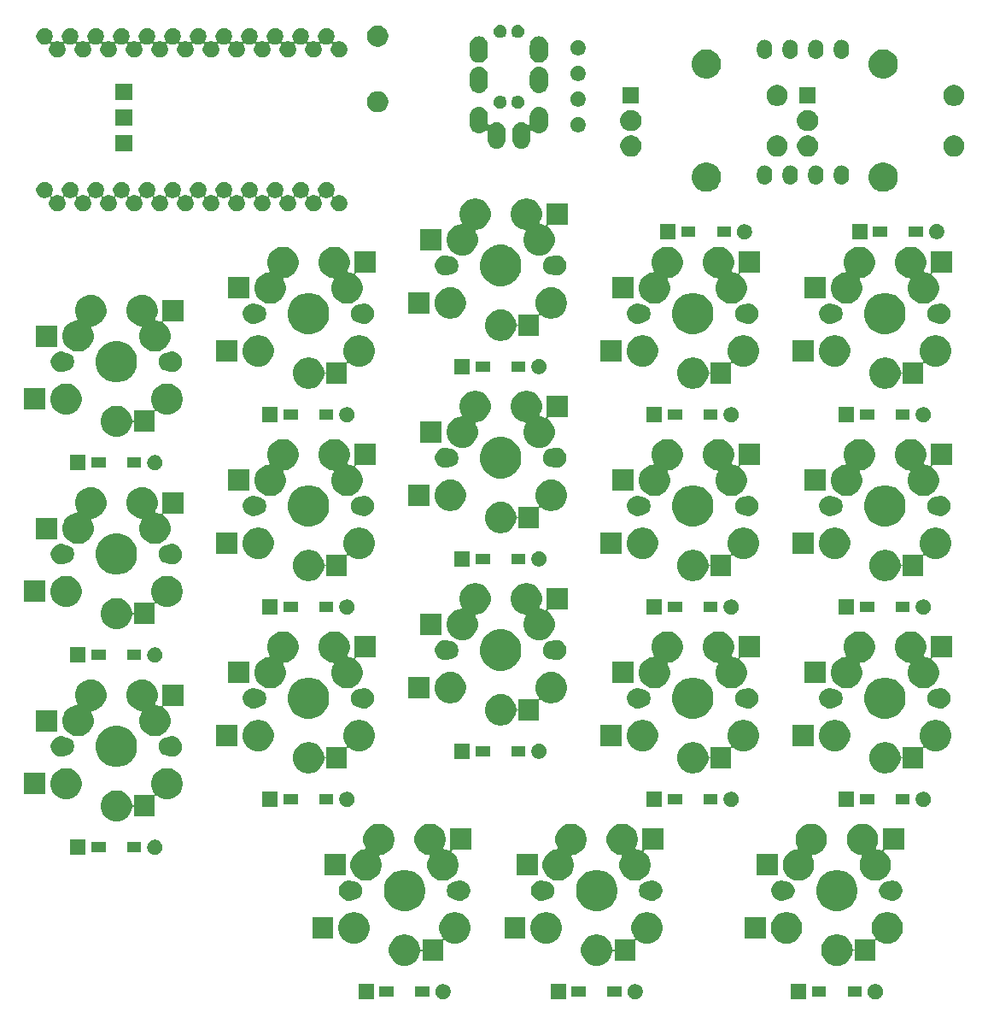
<source format=gbr>
G04 #@! TF.GenerationSoftware,KiCad,Pcbnew,(5.1.6-0-10_14)*
G04 #@! TF.CreationDate,2023-01-09T17:08:50+09:00*
G04 #@! TF.ProjectId,cool536v130,636f6f6c-3533-4367-9631-33302e6b6963,rev?*
G04 #@! TF.SameCoordinates,Original*
G04 #@! TF.FileFunction,Soldermask,Bot*
G04 #@! TF.FilePolarity,Negative*
%FSLAX46Y46*%
G04 Gerber Fmt 4.6, Leading zero omitted, Abs format (unit mm)*
G04 Created by KiCad (PCBNEW (5.1.6-0-10_14)) date 2023-01-09 17:08:50*
%MOMM*%
%LPD*%
G01*
G04 APERTURE LIST*
%ADD10C,0.100000*%
G04 APERTURE END LIST*
D10*
G36*
X124892425Y-129937099D02*
G01*
X125016621Y-129961802D01*
X125153022Y-130018301D01*
X125275779Y-130100325D01*
X125380175Y-130204721D01*
X125462199Y-130327478D01*
X125518698Y-130463879D01*
X125547500Y-130608681D01*
X125547500Y-130756319D01*
X125518698Y-130901121D01*
X125462199Y-131037522D01*
X125380175Y-131160279D01*
X125275779Y-131264675D01*
X125153022Y-131346699D01*
X125016621Y-131403198D01*
X124892425Y-131427901D01*
X124871820Y-131432000D01*
X124724180Y-131432000D01*
X124703575Y-131427901D01*
X124579379Y-131403198D01*
X124442978Y-131346699D01*
X124320221Y-131264675D01*
X124215825Y-131160279D01*
X124133801Y-131037522D01*
X124077302Y-130901121D01*
X124048500Y-130756319D01*
X124048500Y-130608681D01*
X124077302Y-130463879D01*
X124133801Y-130327478D01*
X124215825Y-130204721D01*
X124320221Y-130100325D01*
X124442978Y-130018301D01*
X124579379Y-129961802D01*
X124703575Y-129937099D01*
X124724180Y-129933000D01*
X124871820Y-129933000D01*
X124892425Y-129937099D01*
G37*
G36*
X117927500Y-131432000D02*
G01*
X116428500Y-131432000D01*
X116428500Y-129933000D01*
X117927500Y-129933000D01*
X117927500Y-131432000D01*
G37*
G36*
X101079425Y-129937099D02*
G01*
X101203621Y-129961802D01*
X101340022Y-130018301D01*
X101462779Y-130100325D01*
X101567175Y-130204721D01*
X101649199Y-130327478D01*
X101705698Y-130463879D01*
X101734500Y-130608681D01*
X101734500Y-130756319D01*
X101705698Y-130901121D01*
X101649199Y-131037522D01*
X101567175Y-131160279D01*
X101462779Y-131264675D01*
X101340022Y-131346699D01*
X101203621Y-131403198D01*
X101079425Y-131427901D01*
X101058820Y-131432000D01*
X100911180Y-131432000D01*
X100890575Y-131427901D01*
X100766379Y-131403198D01*
X100629978Y-131346699D01*
X100507221Y-131264675D01*
X100402825Y-131160279D01*
X100320801Y-131037522D01*
X100264302Y-130901121D01*
X100235500Y-130756319D01*
X100235500Y-130608681D01*
X100264302Y-130463879D01*
X100320801Y-130327478D01*
X100402825Y-130204721D01*
X100507221Y-130100325D01*
X100629978Y-130018301D01*
X100766379Y-129961802D01*
X100890575Y-129937099D01*
X100911180Y-129933000D01*
X101058820Y-129933000D01*
X101079425Y-129937099D01*
G37*
G36*
X94114500Y-131432000D02*
G01*
X92615500Y-131432000D01*
X92615500Y-129933000D01*
X94114500Y-129933000D01*
X94114500Y-131432000D01*
G37*
G36*
X82029425Y-129937099D02*
G01*
X82153621Y-129961802D01*
X82290022Y-130018301D01*
X82412779Y-130100325D01*
X82517175Y-130204721D01*
X82599199Y-130327478D01*
X82655698Y-130463879D01*
X82684500Y-130608681D01*
X82684500Y-130756319D01*
X82655698Y-130901121D01*
X82599199Y-131037522D01*
X82517175Y-131160279D01*
X82412779Y-131264675D01*
X82290022Y-131346699D01*
X82153621Y-131403198D01*
X82029425Y-131427901D01*
X82008820Y-131432000D01*
X81861180Y-131432000D01*
X81840575Y-131427901D01*
X81716379Y-131403198D01*
X81579978Y-131346699D01*
X81457221Y-131264675D01*
X81352825Y-131160279D01*
X81270801Y-131037522D01*
X81214302Y-130901121D01*
X81185500Y-130756319D01*
X81185500Y-130608681D01*
X81214302Y-130463879D01*
X81270801Y-130327478D01*
X81352825Y-130204721D01*
X81457221Y-130100325D01*
X81579978Y-130018301D01*
X81716379Y-129961802D01*
X81840575Y-129937099D01*
X81861180Y-129933000D01*
X82008820Y-129933000D01*
X82029425Y-129937099D01*
G37*
G36*
X75064500Y-131432000D02*
G01*
X73565500Y-131432000D01*
X73565500Y-129933000D01*
X75064500Y-129933000D01*
X75064500Y-131432000D01*
G37*
G36*
X123464000Y-131208500D02*
G01*
X122062000Y-131208500D01*
X122062000Y-130156500D01*
X123464000Y-130156500D01*
X123464000Y-131208500D01*
G37*
G36*
X119914000Y-131208500D02*
G01*
X118512000Y-131208500D01*
X118512000Y-130156500D01*
X119914000Y-130156500D01*
X119914000Y-131208500D01*
G37*
G36*
X99651000Y-131208500D02*
G01*
X98249000Y-131208500D01*
X98249000Y-130156500D01*
X99651000Y-130156500D01*
X99651000Y-131208500D01*
G37*
G36*
X96101000Y-131208500D02*
G01*
X94699000Y-131208500D01*
X94699000Y-130156500D01*
X96101000Y-130156500D01*
X96101000Y-131208500D01*
G37*
G36*
X80601000Y-131208500D02*
G01*
X79199000Y-131208500D01*
X79199000Y-130156500D01*
X80601000Y-130156500D01*
X80601000Y-131208500D01*
G37*
G36*
X77051000Y-131208500D02*
G01*
X75649000Y-131208500D01*
X75649000Y-130156500D01*
X77051000Y-130156500D01*
X77051000Y-131208500D01*
G37*
G36*
X102477585Y-122861302D02*
G01*
X102627410Y-122891104D01*
X102909674Y-123008021D01*
X103163705Y-123177759D01*
X103379741Y-123393795D01*
X103549479Y-123647826D01*
X103666396Y-123930090D01*
X103726000Y-124229740D01*
X103726000Y-124535260D01*
X103666396Y-124834910D01*
X103549479Y-125117174D01*
X103379741Y-125371205D01*
X103163705Y-125587241D01*
X102909674Y-125756979D01*
X102627410Y-125873896D01*
X102477585Y-125903698D01*
X102327761Y-125933500D01*
X102022239Y-125933500D01*
X101872415Y-125903698D01*
X101722590Y-125873896D01*
X101440326Y-125756979D01*
X101186295Y-125587241D01*
X101186290Y-125587236D01*
X101182662Y-125584812D01*
X101170445Y-125574786D01*
X101148834Y-125563235D01*
X101125385Y-125556122D01*
X101100999Y-125553720D01*
X101076613Y-125556122D01*
X101053164Y-125563235D01*
X101031553Y-125574786D01*
X101012611Y-125590331D01*
X100997066Y-125609273D01*
X100985515Y-125630884D01*
X100978402Y-125654333D01*
X100976000Y-125678719D01*
X100976000Y-127633500D01*
X98974000Y-127633500D01*
X98974000Y-126757616D01*
X98971598Y-126733230D01*
X98964485Y-126709781D01*
X98952934Y-126688170D01*
X98937389Y-126669228D01*
X98918447Y-126653683D01*
X98896836Y-126642132D01*
X98873387Y-126635019D01*
X98849001Y-126632617D01*
X98824615Y-126635019D01*
X98801166Y-126642132D01*
X98779555Y-126653683D01*
X98760613Y-126669228D01*
X98745068Y-126688170D01*
X98733517Y-126709781D01*
X98726404Y-126733230D01*
X98726000Y-126735260D01*
X98666396Y-127034910D01*
X98549479Y-127317174D01*
X98379741Y-127571205D01*
X98163705Y-127787241D01*
X97909674Y-127956979D01*
X97627410Y-128073896D01*
X97477585Y-128103698D01*
X97327761Y-128133500D01*
X97022239Y-128133500D01*
X96872415Y-128103698D01*
X96722590Y-128073896D01*
X96440326Y-127956979D01*
X96186295Y-127787241D01*
X95970259Y-127571205D01*
X95800521Y-127317174D01*
X95683604Y-127034910D01*
X95624000Y-126735260D01*
X95624000Y-126429740D01*
X95683604Y-126130090D01*
X95800521Y-125847826D01*
X95970259Y-125593795D01*
X96186295Y-125377759D01*
X96440326Y-125208021D01*
X96722590Y-125091104D01*
X96872415Y-125061302D01*
X97022239Y-125031500D01*
X97327761Y-125031500D01*
X97477585Y-125061302D01*
X97627410Y-125091104D01*
X97909674Y-125208021D01*
X98163705Y-125377759D01*
X98379741Y-125593795D01*
X98549479Y-125847826D01*
X98666396Y-126130090D01*
X98666396Y-126130091D01*
X98726404Y-126431770D01*
X98733517Y-126455219D01*
X98745068Y-126476830D01*
X98760613Y-126495772D01*
X98779555Y-126511317D01*
X98801166Y-126522868D01*
X98824615Y-126529981D01*
X98849001Y-126532383D01*
X98873387Y-126529981D01*
X98896836Y-126522868D01*
X98918447Y-126511317D01*
X98937389Y-126495772D01*
X98952934Y-126476830D01*
X98964485Y-126455219D01*
X98971598Y-126431770D01*
X98974000Y-126407384D01*
X98974000Y-125531500D01*
X100843509Y-125531500D01*
X100867895Y-125529098D01*
X100891344Y-125521985D01*
X100912955Y-125510434D01*
X100931897Y-125494889D01*
X100947442Y-125475947D01*
X100958993Y-125454336D01*
X100966106Y-125430887D01*
X100968508Y-125406501D01*
X100966106Y-125382115D01*
X100958993Y-125358666D01*
X100947447Y-125337065D01*
X100800521Y-125117174D01*
X100683604Y-124834910D01*
X100624000Y-124535260D01*
X100624000Y-124229740D01*
X100683604Y-123930090D01*
X100800521Y-123647826D01*
X100970259Y-123393795D01*
X101186295Y-123177759D01*
X101440326Y-123008021D01*
X101722590Y-122891104D01*
X101872415Y-122861302D01*
X102022239Y-122831500D01*
X102327761Y-122831500D01*
X102477585Y-122861302D01*
G37*
G36*
X126290585Y-122861302D02*
G01*
X126440410Y-122891104D01*
X126722674Y-123008021D01*
X126976705Y-123177759D01*
X127192741Y-123393795D01*
X127362479Y-123647826D01*
X127479396Y-123930090D01*
X127539000Y-124229740D01*
X127539000Y-124535260D01*
X127479396Y-124834910D01*
X127362479Y-125117174D01*
X127192741Y-125371205D01*
X126976705Y-125587241D01*
X126722674Y-125756979D01*
X126440410Y-125873896D01*
X126290585Y-125903698D01*
X126140761Y-125933500D01*
X125835239Y-125933500D01*
X125685415Y-125903698D01*
X125535590Y-125873896D01*
X125253326Y-125756979D01*
X124999295Y-125587241D01*
X124999290Y-125587236D01*
X124995662Y-125584812D01*
X124983445Y-125574786D01*
X124961834Y-125563235D01*
X124938385Y-125556122D01*
X124913999Y-125553720D01*
X124889613Y-125556122D01*
X124866164Y-125563235D01*
X124844553Y-125574786D01*
X124825611Y-125590331D01*
X124810066Y-125609273D01*
X124798515Y-125630884D01*
X124791402Y-125654333D01*
X124789000Y-125678719D01*
X124789000Y-127633500D01*
X122787000Y-127633500D01*
X122787000Y-126757616D01*
X122784598Y-126733230D01*
X122777485Y-126709781D01*
X122765934Y-126688170D01*
X122750389Y-126669228D01*
X122731447Y-126653683D01*
X122709836Y-126642132D01*
X122686387Y-126635019D01*
X122662001Y-126632617D01*
X122637615Y-126635019D01*
X122614166Y-126642132D01*
X122592555Y-126653683D01*
X122573613Y-126669228D01*
X122558068Y-126688170D01*
X122546517Y-126709781D01*
X122539404Y-126733230D01*
X122539000Y-126735260D01*
X122479396Y-127034910D01*
X122362479Y-127317174D01*
X122192741Y-127571205D01*
X121976705Y-127787241D01*
X121722674Y-127956979D01*
X121440410Y-128073896D01*
X121290585Y-128103698D01*
X121140761Y-128133500D01*
X120835239Y-128133500D01*
X120685415Y-128103698D01*
X120535590Y-128073896D01*
X120253326Y-127956979D01*
X119999295Y-127787241D01*
X119783259Y-127571205D01*
X119613521Y-127317174D01*
X119496604Y-127034910D01*
X119437000Y-126735260D01*
X119437000Y-126429740D01*
X119496604Y-126130090D01*
X119613521Y-125847826D01*
X119783259Y-125593795D01*
X119999295Y-125377759D01*
X120253326Y-125208021D01*
X120535590Y-125091104D01*
X120685415Y-125061302D01*
X120835239Y-125031500D01*
X121140761Y-125031500D01*
X121290585Y-125061302D01*
X121440410Y-125091104D01*
X121722674Y-125208021D01*
X121976705Y-125377759D01*
X122192741Y-125593795D01*
X122362479Y-125847826D01*
X122479396Y-126130090D01*
X122479396Y-126130091D01*
X122539404Y-126431770D01*
X122546517Y-126455219D01*
X122558068Y-126476830D01*
X122573613Y-126495772D01*
X122592555Y-126511317D01*
X122614166Y-126522868D01*
X122637615Y-126529981D01*
X122662001Y-126532383D01*
X122686387Y-126529981D01*
X122709836Y-126522868D01*
X122731447Y-126511317D01*
X122750389Y-126495772D01*
X122765934Y-126476830D01*
X122777485Y-126455219D01*
X122784598Y-126431770D01*
X122787000Y-126407384D01*
X122787000Y-125531500D01*
X124656509Y-125531500D01*
X124680895Y-125529098D01*
X124704344Y-125521985D01*
X124725955Y-125510434D01*
X124744897Y-125494889D01*
X124760442Y-125475947D01*
X124771993Y-125454336D01*
X124779106Y-125430887D01*
X124781508Y-125406501D01*
X124779106Y-125382115D01*
X124771993Y-125358666D01*
X124760447Y-125337065D01*
X124613521Y-125117174D01*
X124496604Y-124834910D01*
X124437000Y-124535260D01*
X124437000Y-124229740D01*
X124496604Y-123930090D01*
X124613521Y-123647826D01*
X124783259Y-123393795D01*
X124999295Y-123177759D01*
X125253326Y-123008021D01*
X125535590Y-122891104D01*
X125685415Y-122861302D01*
X125835239Y-122831500D01*
X126140761Y-122831500D01*
X126290585Y-122861302D01*
G37*
G36*
X83427585Y-122861302D02*
G01*
X83577410Y-122891104D01*
X83859674Y-123008021D01*
X84113705Y-123177759D01*
X84329741Y-123393795D01*
X84499479Y-123647826D01*
X84616396Y-123930090D01*
X84676000Y-124229740D01*
X84676000Y-124535260D01*
X84616396Y-124834910D01*
X84499479Y-125117174D01*
X84329741Y-125371205D01*
X84113705Y-125587241D01*
X83859674Y-125756979D01*
X83577410Y-125873896D01*
X83427585Y-125903698D01*
X83277761Y-125933500D01*
X82972239Y-125933500D01*
X82822415Y-125903698D01*
X82672590Y-125873896D01*
X82390326Y-125756979D01*
X82136295Y-125587241D01*
X82136290Y-125587236D01*
X82132662Y-125584812D01*
X82120445Y-125574786D01*
X82098834Y-125563235D01*
X82075385Y-125556122D01*
X82050999Y-125553720D01*
X82026613Y-125556122D01*
X82003164Y-125563235D01*
X81981553Y-125574786D01*
X81962611Y-125590331D01*
X81947066Y-125609273D01*
X81935515Y-125630884D01*
X81928402Y-125654333D01*
X81926000Y-125678719D01*
X81926000Y-127633500D01*
X79924000Y-127633500D01*
X79924000Y-126757616D01*
X79921598Y-126733230D01*
X79914485Y-126709781D01*
X79902934Y-126688170D01*
X79887389Y-126669228D01*
X79868447Y-126653683D01*
X79846836Y-126642132D01*
X79823387Y-126635019D01*
X79799001Y-126632617D01*
X79774615Y-126635019D01*
X79751166Y-126642132D01*
X79729555Y-126653683D01*
X79710613Y-126669228D01*
X79695068Y-126688170D01*
X79683517Y-126709781D01*
X79676404Y-126733230D01*
X79676000Y-126735260D01*
X79616396Y-127034910D01*
X79499479Y-127317174D01*
X79329741Y-127571205D01*
X79113705Y-127787241D01*
X78859674Y-127956979D01*
X78577410Y-128073896D01*
X78427585Y-128103698D01*
X78277761Y-128133500D01*
X77972239Y-128133500D01*
X77822415Y-128103698D01*
X77672590Y-128073896D01*
X77390326Y-127956979D01*
X77136295Y-127787241D01*
X76920259Y-127571205D01*
X76750521Y-127317174D01*
X76633604Y-127034910D01*
X76574000Y-126735260D01*
X76574000Y-126429740D01*
X76633604Y-126130090D01*
X76750521Y-125847826D01*
X76920259Y-125593795D01*
X77136295Y-125377759D01*
X77390326Y-125208021D01*
X77672590Y-125091104D01*
X77822415Y-125061302D01*
X77972239Y-125031500D01*
X78277761Y-125031500D01*
X78427585Y-125061302D01*
X78577410Y-125091104D01*
X78859674Y-125208021D01*
X79113705Y-125377759D01*
X79329741Y-125593795D01*
X79499479Y-125847826D01*
X79616396Y-126130090D01*
X79616396Y-126130091D01*
X79676404Y-126431770D01*
X79683517Y-126455219D01*
X79695068Y-126476830D01*
X79710613Y-126495772D01*
X79729555Y-126511317D01*
X79751166Y-126522868D01*
X79774615Y-126529981D01*
X79799001Y-126532383D01*
X79823387Y-126529981D01*
X79846836Y-126522868D01*
X79868447Y-126511317D01*
X79887389Y-126495772D01*
X79902934Y-126476830D01*
X79914485Y-126455219D01*
X79921598Y-126431770D01*
X79924000Y-126407384D01*
X79924000Y-125531500D01*
X81793509Y-125531500D01*
X81817895Y-125529098D01*
X81841344Y-125521985D01*
X81862955Y-125510434D01*
X81881897Y-125494889D01*
X81897442Y-125475947D01*
X81908993Y-125454336D01*
X81916106Y-125430887D01*
X81918508Y-125406501D01*
X81916106Y-125382115D01*
X81908993Y-125358666D01*
X81897447Y-125337065D01*
X81750521Y-125117174D01*
X81633604Y-124834910D01*
X81574000Y-124535260D01*
X81574000Y-124229740D01*
X81633604Y-123930090D01*
X81750521Y-123647826D01*
X81920259Y-123393795D01*
X82136295Y-123177759D01*
X82390326Y-123008021D01*
X82672590Y-122891104D01*
X82822415Y-122861302D01*
X82972239Y-122831500D01*
X83277761Y-122831500D01*
X83427585Y-122861302D01*
G37*
G36*
X73427585Y-122861302D02*
G01*
X73577410Y-122891104D01*
X73859674Y-123008021D01*
X74113705Y-123177759D01*
X74329741Y-123393795D01*
X74499479Y-123647826D01*
X74616396Y-123930090D01*
X74676000Y-124229740D01*
X74676000Y-124535260D01*
X74616396Y-124834910D01*
X74499479Y-125117174D01*
X74329741Y-125371205D01*
X74113705Y-125587241D01*
X73859674Y-125756979D01*
X73577410Y-125873896D01*
X73427585Y-125903698D01*
X73277761Y-125933500D01*
X72972239Y-125933500D01*
X72822415Y-125903698D01*
X72672590Y-125873896D01*
X72390326Y-125756979D01*
X72136295Y-125587241D01*
X71920259Y-125371205D01*
X71750521Y-125117174D01*
X71633604Y-124834910D01*
X71574000Y-124535260D01*
X71574000Y-124229740D01*
X71633604Y-123930090D01*
X71750521Y-123647826D01*
X71920259Y-123393795D01*
X72136295Y-123177759D01*
X72390326Y-123008021D01*
X72672590Y-122891104D01*
X72822415Y-122861302D01*
X72972239Y-122831500D01*
X73277761Y-122831500D01*
X73427585Y-122861302D01*
G37*
G36*
X92477585Y-122861302D02*
G01*
X92627410Y-122891104D01*
X92909674Y-123008021D01*
X93163705Y-123177759D01*
X93379741Y-123393795D01*
X93549479Y-123647826D01*
X93666396Y-123930090D01*
X93726000Y-124229740D01*
X93726000Y-124535260D01*
X93666396Y-124834910D01*
X93549479Y-125117174D01*
X93379741Y-125371205D01*
X93163705Y-125587241D01*
X92909674Y-125756979D01*
X92627410Y-125873896D01*
X92477585Y-125903698D01*
X92327761Y-125933500D01*
X92022239Y-125933500D01*
X91872415Y-125903698D01*
X91722590Y-125873896D01*
X91440326Y-125756979D01*
X91186295Y-125587241D01*
X90970259Y-125371205D01*
X90800521Y-125117174D01*
X90683604Y-124834910D01*
X90624000Y-124535260D01*
X90624000Y-124229740D01*
X90683604Y-123930090D01*
X90800521Y-123647826D01*
X90970259Y-123393795D01*
X91186295Y-123177759D01*
X91440326Y-123008021D01*
X91722590Y-122891104D01*
X91872415Y-122861302D01*
X92022239Y-122831500D01*
X92327761Y-122831500D01*
X92477585Y-122861302D01*
G37*
G36*
X116290585Y-122861302D02*
G01*
X116440410Y-122891104D01*
X116722674Y-123008021D01*
X116976705Y-123177759D01*
X117192741Y-123393795D01*
X117362479Y-123647826D01*
X117479396Y-123930090D01*
X117539000Y-124229740D01*
X117539000Y-124535260D01*
X117479396Y-124834910D01*
X117362479Y-125117174D01*
X117192741Y-125371205D01*
X116976705Y-125587241D01*
X116722674Y-125756979D01*
X116440410Y-125873896D01*
X116290585Y-125903698D01*
X116140761Y-125933500D01*
X115835239Y-125933500D01*
X115685415Y-125903698D01*
X115535590Y-125873896D01*
X115253326Y-125756979D01*
X114999295Y-125587241D01*
X114783259Y-125371205D01*
X114613521Y-125117174D01*
X114496604Y-124834910D01*
X114437000Y-124535260D01*
X114437000Y-124229740D01*
X114496604Y-123930090D01*
X114613521Y-123647826D01*
X114783259Y-123393795D01*
X114999295Y-123177759D01*
X115253326Y-123008021D01*
X115535590Y-122891104D01*
X115685415Y-122861302D01*
X115835239Y-122831500D01*
X116140761Y-122831500D01*
X116290585Y-122861302D01*
G37*
G36*
X90126000Y-125433500D02*
G01*
X88024000Y-125433500D01*
X88024000Y-123331500D01*
X90126000Y-123331500D01*
X90126000Y-125433500D01*
G37*
G36*
X71076000Y-125433500D02*
G01*
X68974000Y-125433500D01*
X68974000Y-123331500D01*
X71076000Y-123331500D01*
X71076000Y-125433500D01*
G37*
G36*
X113939000Y-125433500D02*
G01*
X111837000Y-125433500D01*
X111837000Y-123331500D01*
X113939000Y-123331500D01*
X113939000Y-125433500D01*
G37*
G36*
X121586254Y-118710318D02*
G01*
X121959511Y-118864926D01*
X121959513Y-118864927D01*
X122295436Y-119089384D01*
X122581116Y-119375064D01*
X122793889Y-119693500D01*
X122805574Y-119710989D01*
X122960182Y-120084246D01*
X123039000Y-120480493D01*
X123039000Y-120884507D01*
X122960182Y-121280754D01*
X122830839Y-121593015D01*
X122805573Y-121654013D01*
X122581116Y-121989936D01*
X122295436Y-122275616D01*
X121959513Y-122500073D01*
X121959512Y-122500074D01*
X121959511Y-122500074D01*
X121586254Y-122654682D01*
X121190007Y-122733500D01*
X120785993Y-122733500D01*
X120389746Y-122654682D01*
X120016489Y-122500074D01*
X120016488Y-122500074D01*
X120016487Y-122500073D01*
X119680564Y-122275616D01*
X119394884Y-121989936D01*
X119170427Y-121654013D01*
X119145161Y-121593015D01*
X119015818Y-121280754D01*
X118937000Y-120884507D01*
X118937000Y-120480493D01*
X119015818Y-120084246D01*
X119170426Y-119710989D01*
X119182112Y-119693500D01*
X119394884Y-119375064D01*
X119680564Y-119089384D01*
X120016487Y-118864927D01*
X120016489Y-118864926D01*
X120389746Y-118710318D01*
X120785993Y-118631500D01*
X121190007Y-118631500D01*
X121586254Y-118710318D01*
G37*
G36*
X97773254Y-118710318D02*
G01*
X98146511Y-118864926D01*
X98146513Y-118864927D01*
X98482436Y-119089384D01*
X98768116Y-119375064D01*
X98980889Y-119693500D01*
X98992574Y-119710989D01*
X99147182Y-120084246D01*
X99226000Y-120480493D01*
X99226000Y-120884507D01*
X99147182Y-121280754D01*
X99017839Y-121593015D01*
X98992573Y-121654013D01*
X98768116Y-121989936D01*
X98482436Y-122275616D01*
X98146513Y-122500073D01*
X98146512Y-122500074D01*
X98146511Y-122500074D01*
X97773254Y-122654682D01*
X97377007Y-122733500D01*
X96972993Y-122733500D01*
X96576746Y-122654682D01*
X96203489Y-122500074D01*
X96203488Y-122500074D01*
X96203487Y-122500073D01*
X95867564Y-122275616D01*
X95581884Y-121989936D01*
X95357427Y-121654013D01*
X95332161Y-121593015D01*
X95202818Y-121280754D01*
X95124000Y-120884507D01*
X95124000Y-120480493D01*
X95202818Y-120084246D01*
X95357426Y-119710989D01*
X95369112Y-119693500D01*
X95581884Y-119375064D01*
X95867564Y-119089384D01*
X96203487Y-118864927D01*
X96203489Y-118864926D01*
X96576746Y-118710318D01*
X96972993Y-118631500D01*
X97377007Y-118631500D01*
X97773254Y-118710318D01*
G37*
G36*
X78723254Y-118710318D02*
G01*
X79096511Y-118864926D01*
X79096513Y-118864927D01*
X79432436Y-119089384D01*
X79718116Y-119375064D01*
X79930889Y-119693500D01*
X79942574Y-119710989D01*
X80097182Y-120084246D01*
X80176000Y-120480493D01*
X80176000Y-120884507D01*
X80097182Y-121280754D01*
X79967839Y-121593015D01*
X79942573Y-121654013D01*
X79718116Y-121989936D01*
X79432436Y-122275616D01*
X79096513Y-122500073D01*
X79096512Y-122500074D01*
X79096511Y-122500074D01*
X78723254Y-122654682D01*
X78327007Y-122733500D01*
X77922993Y-122733500D01*
X77526746Y-122654682D01*
X77153489Y-122500074D01*
X77153488Y-122500074D01*
X77153487Y-122500073D01*
X76817564Y-122275616D01*
X76531884Y-121989936D01*
X76307427Y-121654013D01*
X76282161Y-121593015D01*
X76152818Y-121280754D01*
X76074000Y-120884507D01*
X76074000Y-120480493D01*
X76152818Y-120084246D01*
X76307426Y-119710989D01*
X76319112Y-119693500D01*
X76531884Y-119375064D01*
X76817564Y-119089384D01*
X77153487Y-118864927D01*
X77153489Y-118864926D01*
X77526746Y-118710318D01*
X77922993Y-118631500D01*
X78327007Y-118631500D01*
X78723254Y-118710318D01*
G37*
G36*
X126646918Y-119693500D02*
G01*
X126779981Y-119719968D01*
X126962151Y-119795426D01*
X127126100Y-119904973D01*
X127265527Y-120044400D01*
X127375074Y-120208349D01*
X127450532Y-120390519D01*
X127489000Y-120583910D01*
X127489000Y-120781090D01*
X127450532Y-120974481D01*
X127375074Y-121156651D01*
X127265527Y-121320600D01*
X127126100Y-121460027D01*
X126962151Y-121569574D01*
X126779981Y-121645032D01*
X126683285Y-121664266D01*
X126586591Y-121683500D01*
X126389409Y-121683500D01*
X126292715Y-121664266D01*
X126196019Y-121645032D01*
X126070440Y-121593015D01*
X126046991Y-121585902D01*
X126022605Y-121583500D01*
X125979258Y-121583500D01*
X125954488Y-121578573D01*
X125805188Y-121548876D01*
X125641216Y-121480956D01*
X125493646Y-121382353D01*
X125368147Y-121256854D01*
X125269544Y-121109284D01*
X125201624Y-120945312D01*
X125167000Y-120771241D01*
X125167000Y-120593759D01*
X125201624Y-120419688D01*
X125269544Y-120255716D01*
X125368147Y-120108146D01*
X125493646Y-119982647D01*
X125641216Y-119884044D01*
X125805188Y-119816124D01*
X125954488Y-119786427D01*
X125979258Y-119781500D01*
X126022605Y-119781500D01*
X126046991Y-119779098D01*
X126070440Y-119771985D01*
X126075690Y-119769811D01*
X126196019Y-119719968D01*
X126329082Y-119693500D01*
X126389409Y-119681500D01*
X126586591Y-119681500D01*
X126646918Y-119693500D01*
G37*
G36*
X83783918Y-119693500D02*
G01*
X83916981Y-119719968D01*
X84099151Y-119795426D01*
X84263100Y-119904973D01*
X84402527Y-120044400D01*
X84512074Y-120208349D01*
X84587532Y-120390519D01*
X84626000Y-120583910D01*
X84626000Y-120781090D01*
X84587532Y-120974481D01*
X84512074Y-121156651D01*
X84402527Y-121320600D01*
X84263100Y-121460027D01*
X84099151Y-121569574D01*
X83916981Y-121645032D01*
X83820285Y-121664266D01*
X83723591Y-121683500D01*
X83526409Y-121683500D01*
X83429715Y-121664266D01*
X83333019Y-121645032D01*
X83207440Y-121593015D01*
X83183991Y-121585902D01*
X83159605Y-121583500D01*
X83116258Y-121583500D01*
X83091488Y-121578573D01*
X82942188Y-121548876D01*
X82778216Y-121480956D01*
X82630646Y-121382353D01*
X82505147Y-121256854D01*
X82406544Y-121109284D01*
X82338624Y-120945312D01*
X82304000Y-120771241D01*
X82304000Y-120593759D01*
X82338624Y-120419688D01*
X82406544Y-120255716D01*
X82505147Y-120108146D01*
X82630646Y-119982647D01*
X82778216Y-119884044D01*
X82942188Y-119816124D01*
X83091488Y-119786427D01*
X83116258Y-119781500D01*
X83159605Y-119781500D01*
X83183991Y-119779098D01*
X83207440Y-119771985D01*
X83212690Y-119769811D01*
X83333019Y-119719968D01*
X83466082Y-119693500D01*
X83526409Y-119681500D01*
X83723591Y-119681500D01*
X83783918Y-119693500D01*
G37*
G36*
X72783918Y-119693500D02*
G01*
X72916981Y-119719968D01*
X73037310Y-119769811D01*
X73042560Y-119771985D01*
X73066009Y-119779098D01*
X73090395Y-119781500D01*
X73133742Y-119781500D01*
X73158512Y-119786427D01*
X73307812Y-119816124D01*
X73471784Y-119884044D01*
X73619354Y-119982647D01*
X73744853Y-120108146D01*
X73843456Y-120255716D01*
X73911376Y-120419688D01*
X73946000Y-120593759D01*
X73946000Y-120771241D01*
X73911376Y-120945312D01*
X73843456Y-121109284D01*
X73744853Y-121256854D01*
X73619354Y-121382353D01*
X73471784Y-121480956D01*
X73307812Y-121548876D01*
X73158512Y-121578573D01*
X73133742Y-121583500D01*
X73090395Y-121583500D01*
X73066009Y-121585902D01*
X73042560Y-121593015D01*
X72916981Y-121645032D01*
X72820285Y-121664266D01*
X72723591Y-121683500D01*
X72526409Y-121683500D01*
X72429715Y-121664266D01*
X72333019Y-121645032D01*
X72150849Y-121569574D01*
X71986900Y-121460027D01*
X71847473Y-121320600D01*
X71737926Y-121156651D01*
X71662468Y-120974481D01*
X71624000Y-120781090D01*
X71624000Y-120583910D01*
X71662468Y-120390519D01*
X71737926Y-120208349D01*
X71847473Y-120044400D01*
X71986900Y-119904973D01*
X72150849Y-119795426D01*
X72333019Y-119719968D01*
X72466082Y-119693500D01*
X72526409Y-119681500D01*
X72723591Y-119681500D01*
X72783918Y-119693500D01*
G37*
G36*
X115646918Y-119693500D02*
G01*
X115779981Y-119719968D01*
X115900310Y-119769811D01*
X115905560Y-119771985D01*
X115929009Y-119779098D01*
X115953395Y-119781500D01*
X115996742Y-119781500D01*
X116021512Y-119786427D01*
X116170812Y-119816124D01*
X116334784Y-119884044D01*
X116482354Y-119982647D01*
X116607853Y-120108146D01*
X116706456Y-120255716D01*
X116774376Y-120419688D01*
X116809000Y-120593759D01*
X116809000Y-120771241D01*
X116774376Y-120945312D01*
X116706456Y-121109284D01*
X116607853Y-121256854D01*
X116482354Y-121382353D01*
X116334784Y-121480956D01*
X116170812Y-121548876D01*
X116021512Y-121578573D01*
X115996742Y-121583500D01*
X115953395Y-121583500D01*
X115929009Y-121585902D01*
X115905560Y-121593015D01*
X115779981Y-121645032D01*
X115683285Y-121664266D01*
X115586591Y-121683500D01*
X115389409Y-121683500D01*
X115292715Y-121664266D01*
X115196019Y-121645032D01*
X115013849Y-121569574D01*
X114849900Y-121460027D01*
X114710473Y-121320600D01*
X114600926Y-121156651D01*
X114525468Y-120974481D01*
X114487000Y-120781090D01*
X114487000Y-120583910D01*
X114525468Y-120390519D01*
X114600926Y-120208349D01*
X114710473Y-120044400D01*
X114849900Y-119904973D01*
X115013849Y-119795426D01*
X115196019Y-119719968D01*
X115329082Y-119693500D01*
X115389409Y-119681500D01*
X115586591Y-119681500D01*
X115646918Y-119693500D01*
G37*
G36*
X91833918Y-119693500D02*
G01*
X91966981Y-119719968D01*
X92087310Y-119769811D01*
X92092560Y-119771985D01*
X92116009Y-119779098D01*
X92140395Y-119781500D01*
X92183742Y-119781500D01*
X92208512Y-119786427D01*
X92357812Y-119816124D01*
X92521784Y-119884044D01*
X92669354Y-119982647D01*
X92794853Y-120108146D01*
X92893456Y-120255716D01*
X92961376Y-120419688D01*
X92996000Y-120593759D01*
X92996000Y-120771241D01*
X92961376Y-120945312D01*
X92893456Y-121109284D01*
X92794853Y-121256854D01*
X92669354Y-121382353D01*
X92521784Y-121480956D01*
X92357812Y-121548876D01*
X92208512Y-121578573D01*
X92183742Y-121583500D01*
X92140395Y-121583500D01*
X92116009Y-121585902D01*
X92092560Y-121593015D01*
X91966981Y-121645032D01*
X91870285Y-121664266D01*
X91773591Y-121683500D01*
X91576409Y-121683500D01*
X91479715Y-121664266D01*
X91383019Y-121645032D01*
X91200849Y-121569574D01*
X91036900Y-121460027D01*
X90897473Y-121320600D01*
X90787926Y-121156651D01*
X90712468Y-120974481D01*
X90674000Y-120781090D01*
X90674000Y-120583910D01*
X90712468Y-120390519D01*
X90787926Y-120208349D01*
X90897473Y-120044400D01*
X91036900Y-119904973D01*
X91200849Y-119795426D01*
X91383019Y-119719968D01*
X91516082Y-119693500D01*
X91576409Y-119681500D01*
X91773591Y-119681500D01*
X91833918Y-119693500D01*
G37*
G36*
X102833918Y-119693500D02*
G01*
X102966981Y-119719968D01*
X103149151Y-119795426D01*
X103313100Y-119904973D01*
X103452527Y-120044400D01*
X103562074Y-120208349D01*
X103637532Y-120390519D01*
X103676000Y-120583910D01*
X103676000Y-120781090D01*
X103637532Y-120974481D01*
X103562074Y-121156651D01*
X103452527Y-121320600D01*
X103313100Y-121460027D01*
X103149151Y-121569574D01*
X102966981Y-121645032D01*
X102870285Y-121664266D01*
X102773591Y-121683500D01*
X102576409Y-121683500D01*
X102479715Y-121664266D01*
X102383019Y-121645032D01*
X102257440Y-121593015D01*
X102233991Y-121585902D01*
X102209605Y-121583500D01*
X102166258Y-121583500D01*
X102141488Y-121578573D01*
X101992188Y-121548876D01*
X101828216Y-121480956D01*
X101680646Y-121382353D01*
X101555147Y-121256854D01*
X101456544Y-121109284D01*
X101388624Y-120945312D01*
X101354000Y-120771241D01*
X101354000Y-120593759D01*
X101388624Y-120419688D01*
X101456544Y-120255716D01*
X101555147Y-120108146D01*
X101680646Y-119982647D01*
X101828216Y-119884044D01*
X101992188Y-119816124D01*
X102141488Y-119786427D01*
X102166258Y-119781500D01*
X102209605Y-119781500D01*
X102233991Y-119779098D01*
X102257440Y-119771985D01*
X102262690Y-119769811D01*
X102383019Y-119719968D01*
X102516082Y-119693500D01*
X102576409Y-119681500D01*
X102773591Y-119681500D01*
X102833918Y-119693500D01*
G37*
G36*
X118750585Y-114081302D02*
G01*
X118900410Y-114111104D01*
X119182674Y-114228021D01*
X119436705Y-114397759D01*
X119652741Y-114613795D01*
X119822479Y-114867826D01*
X119939396Y-115150090D01*
X119999000Y-115449740D01*
X119999000Y-115755260D01*
X119939396Y-116054910D01*
X119822479Y-116337174D01*
X119652741Y-116591205D01*
X119436705Y-116807241D01*
X119182674Y-116976979D01*
X118900410Y-117093896D01*
X118817338Y-117110420D01*
X118591623Y-117155318D01*
X118568174Y-117162431D01*
X118546563Y-117173982D01*
X118527621Y-117189528D01*
X118512076Y-117208469D01*
X118500525Y-117230080D01*
X118493412Y-117253529D01*
X118491010Y-117277915D01*
X118493412Y-117302301D01*
X118500525Y-117325750D01*
X118512070Y-117347349D01*
X118552479Y-117407826D01*
X118669396Y-117690090D01*
X118729000Y-117989740D01*
X118729000Y-118295260D01*
X118669396Y-118594910D01*
X118552479Y-118877174D01*
X118382741Y-119131205D01*
X118166705Y-119347241D01*
X117912674Y-119516979D01*
X117630410Y-119633896D01*
X117480585Y-119663698D01*
X117330761Y-119693500D01*
X117025239Y-119693500D01*
X116875415Y-119663698D01*
X116725590Y-119633896D01*
X116443326Y-119516979D01*
X116189295Y-119347241D01*
X115973259Y-119131205D01*
X115803521Y-118877174D01*
X115686604Y-118594910D01*
X115627000Y-118295260D01*
X115627000Y-117989740D01*
X115686604Y-117690090D01*
X115803521Y-117407826D01*
X115973259Y-117153795D01*
X116189295Y-116937759D01*
X116443326Y-116768021D01*
X116725590Y-116651104D01*
X116828801Y-116630574D01*
X117034377Y-116589682D01*
X117057826Y-116582569D01*
X117079437Y-116571018D01*
X117098379Y-116555472D01*
X117113924Y-116536531D01*
X117125475Y-116514920D01*
X117132588Y-116491471D01*
X117134990Y-116467085D01*
X117132588Y-116442699D01*
X117125475Y-116419250D01*
X117113930Y-116397651D01*
X117073521Y-116337174D01*
X116956604Y-116054910D01*
X116897000Y-115755260D01*
X116897000Y-115449740D01*
X116956604Y-115150090D01*
X117073521Y-114867826D01*
X117243259Y-114613795D01*
X117459295Y-114397759D01*
X117713326Y-114228021D01*
X117995590Y-114111104D01*
X118145415Y-114081302D01*
X118295239Y-114051500D01*
X118600761Y-114051500D01*
X118750585Y-114081302D01*
G37*
G36*
X80967585Y-114081302D02*
G01*
X81117410Y-114111104D01*
X81399674Y-114228021D01*
X81653705Y-114397759D01*
X81869741Y-114613795D01*
X82039479Y-114867826D01*
X82156396Y-115150090D01*
X82216000Y-115449740D01*
X82216000Y-115755260D01*
X82156396Y-116054910D01*
X82039479Y-116337174D01*
X81999070Y-116397651D01*
X81987525Y-116419249D01*
X81980412Y-116442698D01*
X81978010Y-116467084D01*
X81980412Y-116491471D01*
X81987525Y-116514920D01*
X81999076Y-116536530D01*
X82014621Y-116555472D01*
X82033563Y-116571018D01*
X82055173Y-116582569D01*
X82078623Y-116589682D01*
X82387410Y-116651104D01*
X82501166Y-116698223D01*
X82524615Y-116705336D01*
X82549001Y-116707738D01*
X82573388Y-116705336D01*
X82596836Y-116698223D01*
X82618447Y-116686672D01*
X82637389Y-116671126D01*
X82652934Y-116652184D01*
X82664485Y-116630574D01*
X82671598Y-116607125D01*
X82674000Y-116582739D01*
X82674000Y-114551500D01*
X84776000Y-114551500D01*
X84776000Y-116653500D01*
X82910346Y-116653500D01*
X82885960Y-116655902D01*
X82862511Y-116663015D01*
X82840900Y-116674566D01*
X82821958Y-116690111D01*
X82806413Y-116709053D01*
X82794862Y-116730664D01*
X82787749Y-116754113D01*
X82785347Y-116778499D01*
X82787749Y-116802885D01*
X82794862Y-116826334D01*
X82806413Y-116847945D01*
X82821958Y-116866887D01*
X82840890Y-116882424D01*
X82923705Y-116937759D01*
X83139741Y-117153795D01*
X83309479Y-117407826D01*
X83426396Y-117690090D01*
X83486000Y-117989740D01*
X83486000Y-118295260D01*
X83426396Y-118594910D01*
X83309479Y-118877174D01*
X83139741Y-119131205D01*
X82923705Y-119347241D01*
X82669674Y-119516979D01*
X82387410Y-119633896D01*
X82237585Y-119663698D01*
X82087761Y-119693500D01*
X81782239Y-119693500D01*
X81632415Y-119663698D01*
X81482590Y-119633896D01*
X81200326Y-119516979D01*
X80946295Y-119347241D01*
X80730259Y-119131205D01*
X80560521Y-118877174D01*
X80443604Y-118594910D01*
X80384000Y-118295260D01*
X80384000Y-117989740D01*
X80443604Y-117690090D01*
X80560521Y-117407826D01*
X80600930Y-117347349D01*
X80612475Y-117325751D01*
X80619588Y-117302302D01*
X80621990Y-117277916D01*
X80619588Y-117253529D01*
X80612475Y-117230080D01*
X80600924Y-117208470D01*
X80585379Y-117189528D01*
X80566437Y-117173982D01*
X80544827Y-117162431D01*
X80521377Y-117155318D01*
X80295662Y-117110420D01*
X80212590Y-117093896D01*
X79930326Y-116976979D01*
X79676295Y-116807241D01*
X79460259Y-116591205D01*
X79290521Y-116337174D01*
X79173604Y-116054910D01*
X79114000Y-115755260D01*
X79114000Y-115449740D01*
X79173604Y-115150090D01*
X79290521Y-114867826D01*
X79460259Y-114613795D01*
X79676295Y-114397759D01*
X79930326Y-114228021D01*
X80212590Y-114111104D01*
X80362415Y-114081302D01*
X80512239Y-114051500D01*
X80817761Y-114051500D01*
X80967585Y-114081302D01*
G37*
G36*
X100017585Y-114081302D02*
G01*
X100167410Y-114111104D01*
X100449674Y-114228021D01*
X100703705Y-114397759D01*
X100919741Y-114613795D01*
X101089479Y-114867826D01*
X101206396Y-115150090D01*
X101266000Y-115449740D01*
X101266000Y-115755260D01*
X101206396Y-116054910D01*
X101089479Y-116337174D01*
X101049070Y-116397651D01*
X101037525Y-116419249D01*
X101030412Y-116442698D01*
X101028010Y-116467084D01*
X101030412Y-116491471D01*
X101037525Y-116514920D01*
X101049076Y-116536530D01*
X101064621Y-116555472D01*
X101083563Y-116571018D01*
X101105173Y-116582569D01*
X101128623Y-116589682D01*
X101437410Y-116651104D01*
X101551166Y-116698223D01*
X101574615Y-116705336D01*
X101599001Y-116707738D01*
X101623388Y-116705336D01*
X101646836Y-116698223D01*
X101668447Y-116686672D01*
X101687389Y-116671126D01*
X101702934Y-116652184D01*
X101714485Y-116630574D01*
X101721598Y-116607125D01*
X101724000Y-116582739D01*
X101724000Y-114551500D01*
X103826000Y-114551500D01*
X103826000Y-116653500D01*
X101960346Y-116653500D01*
X101935960Y-116655902D01*
X101912511Y-116663015D01*
X101890900Y-116674566D01*
X101871958Y-116690111D01*
X101856413Y-116709053D01*
X101844862Y-116730664D01*
X101837749Y-116754113D01*
X101835347Y-116778499D01*
X101837749Y-116802885D01*
X101844862Y-116826334D01*
X101856413Y-116847945D01*
X101871958Y-116866887D01*
X101890890Y-116882424D01*
X101973705Y-116937759D01*
X102189741Y-117153795D01*
X102359479Y-117407826D01*
X102476396Y-117690090D01*
X102536000Y-117989740D01*
X102536000Y-118295260D01*
X102476396Y-118594910D01*
X102359479Y-118877174D01*
X102189741Y-119131205D01*
X101973705Y-119347241D01*
X101719674Y-119516979D01*
X101437410Y-119633896D01*
X101287585Y-119663698D01*
X101137761Y-119693500D01*
X100832239Y-119693500D01*
X100682415Y-119663698D01*
X100532590Y-119633896D01*
X100250326Y-119516979D01*
X99996295Y-119347241D01*
X99780259Y-119131205D01*
X99610521Y-118877174D01*
X99493604Y-118594910D01*
X99434000Y-118295260D01*
X99434000Y-117989740D01*
X99493604Y-117690090D01*
X99610521Y-117407826D01*
X99650930Y-117347349D01*
X99662475Y-117325751D01*
X99669588Y-117302302D01*
X99671990Y-117277916D01*
X99669588Y-117253529D01*
X99662475Y-117230080D01*
X99650924Y-117208470D01*
X99635379Y-117189528D01*
X99616437Y-117173982D01*
X99594827Y-117162431D01*
X99571377Y-117155318D01*
X99345662Y-117110420D01*
X99262590Y-117093896D01*
X98980326Y-116976979D01*
X98726295Y-116807241D01*
X98510259Y-116591205D01*
X98340521Y-116337174D01*
X98223604Y-116054910D01*
X98164000Y-115755260D01*
X98164000Y-115449740D01*
X98223604Y-115150090D01*
X98340521Y-114867826D01*
X98510259Y-114613795D01*
X98726295Y-114397759D01*
X98980326Y-114228021D01*
X99262590Y-114111104D01*
X99412415Y-114081302D01*
X99562239Y-114051500D01*
X99867761Y-114051500D01*
X100017585Y-114081302D01*
G37*
G36*
X94937585Y-114081302D02*
G01*
X95087410Y-114111104D01*
X95369674Y-114228021D01*
X95623705Y-114397759D01*
X95839741Y-114613795D01*
X96009479Y-114867826D01*
X96126396Y-115150090D01*
X96186000Y-115449740D01*
X96186000Y-115755260D01*
X96126396Y-116054910D01*
X96009479Y-116337174D01*
X95839741Y-116591205D01*
X95623705Y-116807241D01*
X95369674Y-116976979D01*
X95087410Y-117093896D01*
X95004338Y-117110420D01*
X94778623Y-117155318D01*
X94755174Y-117162431D01*
X94733563Y-117173982D01*
X94714621Y-117189528D01*
X94699076Y-117208469D01*
X94687525Y-117230080D01*
X94680412Y-117253529D01*
X94678010Y-117277915D01*
X94680412Y-117302301D01*
X94687525Y-117325750D01*
X94699070Y-117347349D01*
X94739479Y-117407826D01*
X94856396Y-117690090D01*
X94916000Y-117989740D01*
X94916000Y-118295260D01*
X94856396Y-118594910D01*
X94739479Y-118877174D01*
X94569741Y-119131205D01*
X94353705Y-119347241D01*
X94099674Y-119516979D01*
X93817410Y-119633896D01*
X93667585Y-119663698D01*
X93517761Y-119693500D01*
X93212239Y-119693500D01*
X93062415Y-119663698D01*
X92912590Y-119633896D01*
X92630326Y-119516979D01*
X92376295Y-119347241D01*
X92160259Y-119131205D01*
X91990521Y-118877174D01*
X91873604Y-118594910D01*
X91814000Y-118295260D01*
X91814000Y-117989740D01*
X91873604Y-117690090D01*
X91990521Y-117407826D01*
X92160259Y-117153795D01*
X92376295Y-116937759D01*
X92630326Y-116768021D01*
X92912590Y-116651104D01*
X93015801Y-116630574D01*
X93221377Y-116589682D01*
X93244826Y-116582569D01*
X93266437Y-116571018D01*
X93285379Y-116555472D01*
X93300924Y-116536531D01*
X93312475Y-116514920D01*
X93319588Y-116491471D01*
X93321990Y-116467085D01*
X93319588Y-116442699D01*
X93312475Y-116419250D01*
X93300930Y-116397651D01*
X93260521Y-116337174D01*
X93143604Y-116054910D01*
X93084000Y-115755260D01*
X93084000Y-115449740D01*
X93143604Y-115150090D01*
X93260521Y-114867826D01*
X93430259Y-114613795D01*
X93646295Y-114397759D01*
X93900326Y-114228021D01*
X94182590Y-114111104D01*
X94332415Y-114081302D01*
X94482239Y-114051500D01*
X94787761Y-114051500D01*
X94937585Y-114081302D01*
G37*
G36*
X75887585Y-114081302D02*
G01*
X76037410Y-114111104D01*
X76319674Y-114228021D01*
X76573705Y-114397759D01*
X76789741Y-114613795D01*
X76959479Y-114867826D01*
X77076396Y-115150090D01*
X77136000Y-115449740D01*
X77136000Y-115755260D01*
X77076396Y-116054910D01*
X76959479Y-116337174D01*
X76789741Y-116591205D01*
X76573705Y-116807241D01*
X76319674Y-116976979D01*
X76037410Y-117093896D01*
X75954338Y-117110420D01*
X75728623Y-117155318D01*
X75705174Y-117162431D01*
X75683563Y-117173982D01*
X75664621Y-117189528D01*
X75649076Y-117208469D01*
X75637525Y-117230080D01*
X75630412Y-117253529D01*
X75628010Y-117277915D01*
X75630412Y-117302301D01*
X75637525Y-117325750D01*
X75649070Y-117347349D01*
X75689479Y-117407826D01*
X75806396Y-117690090D01*
X75866000Y-117989740D01*
X75866000Y-118295260D01*
X75806396Y-118594910D01*
X75689479Y-118877174D01*
X75519741Y-119131205D01*
X75303705Y-119347241D01*
X75049674Y-119516979D01*
X74767410Y-119633896D01*
X74617585Y-119663698D01*
X74467761Y-119693500D01*
X74162239Y-119693500D01*
X74012415Y-119663698D01*
X73862590Y-119633896D01*
X73580326Y-119516979D01*
X73326295Y-119347241D01*
X73110259Y-119131205D01*
X72940521Y-118877174D01*
X72823604Y-118594910D01*
X72764000Y-118295260D01*
X72764000Y-117989740D01*
X72823604Y-117690090D01*
X72940521Y-117407826D01*
X73110259Y-117153795D01*
X73326295Y-116937759D01*
X73580326Y-116768021D01*
X73862590Y-116651104D01*
X73965801Y-116630574D01*
X74171377Y-116589682D01*
X74194826Y-116582569D01*
X74216437Y-116571018D01*
X74235379Y-116555472D01*
X74250924Y-116536531D01*
X74262475Y-116514920D01*
X74269588Y-116491471D01*
X74271990Y-116467085D01*
X74269588Y-116442699D01*
X74262475Y-116419250D01*
X74250930Y-116397651D01*
X74210521Y-116337174D01*
X74093604Y-116054910D01*
X74034000Y-115755260D01*
X74034000Y-115449740D01*
X74093604Y-115150090D01*
X74210521Y-114867826D01*
X74380259Y-114613795D01*
X74596295Y-114397759D01*
X74850326Y-114228021D01*
X75132590Y-114111104D01*
X75282415Y-114081302D01*
X75432239Y-114051500D01*
X75737761Y-114051500D01*
X75887585Y-114081302D01*
G37*
G36*
X123830585Y-114081302D02*
G01*
X123980410Y-114111104D01*
X124262674Y-114228021D01*
X124516705Y-114397759D01*
X124732741Y-114613795D01*
X124902479Y-114867826D01*
X125019396Y-115150090D01*
X125079000Y-115449740D01*
X125079000Y-115755260D01*
X125019396Y-116054910D01*
X124902479Y-116337174D01*
X124862070Y-116397651D01*
X124850525Y-116419249D01*
X124843412Y-116442698D01*
X124841010Y-116467084D01*
X124843412Y-116491471D01*
X124850525Y-116514920D01*
X124862076Y-116536530D01*
X124877621Y-116555472D01*
X124896563Y-116571018D01*
X124918173Y-116582569D01*
X124941623Y-116589682D01*
X125250410Y-116651104D01*
X125364166Y-116698223D01*
X125387615Y-116705336D01*
X125412001Y-116707738D01*
X125436388Y-116705336D01*
X125459836Y-116698223D01*
X125481447Y-116686672D01*
X125500389Y-116671126D01*
X125515934Y-116652184D01*
X125527485Y-116630574D01*
X125534598Y-116607125D01*
X125537000Y-116582739D01*
X125537000Y-114551500D01*
X127639000Y-114551500D01*
X127639000Y-116653500D01*
X125773346Y-116653500D01*
X125748960Y-116655902D01*
X125725511Y-116663015D01*
X125703900Y-116674566D01*
X125684958Y-116690111D01*
X125669413Y-116709053D01*
X125657862Y-116730664D01*
X125650749Y-116754113D01*
X125648347Y-116778499D01*
X125650749Y-116802885D01*
X125657862Y-116826334D01*
X125669413Y-116847945D01*
X125684958Y-116866887D01*
X125703890Y-116882424D01*
X125786705Y-116937759D01*
X126002741Y-117153795D01*
X126172479Y-117407826D01*
X126289396Y-117690090D01*
X126349000Y-117989740D01*
X126349000Y-118295260D01*
X126289396Y-118594910D01*
X126172479Y-118877174D01*
X126002741Y-119131205D01*
X125786705Y-119347241D01*
X125532674Y-119516979D01*
X125250410Y-119633896D01*
X125100585Y-119663698D01*
X124950761Y-119693500D01*
X124645239Y-119693500D01*
X124495415Y-119663698D01*
X124345590Y-119633896D01*
X124063326Y-119516979D01*
X123809295Y-119347241D01*
X123593259Y-119131205D01*
X123423521Y-118877174D01*
X123306604Y-118594910D01*
X123247000Y-118295260D01*
X123247000Y-117989740D01*
X123306604Y-117690090D01*
X123423521Y-117407826D01*
X123463930Y-117347349D01*
X123475475Y-117325751D01*
X123482588Y-117302302D01*
X123484990Y-117277916D01*
X123482588Y-117253529D01*
X123475475Y-117230080D01*
X123463924Y-117208470D01*
X123448379Y-117189528D01*
X123429437Y-117173982D01*
X123407827Y-117162431D01*
X123384377Y-117155318D01*
X123158662Y-117110420D01*
X123075590Y-117093896D01*
X122793326Y-116976979D01*
X122539295Y-116807241D01*
X122323259Y-116591205D01*
X122153521Y-116337174D01*
X122036604Y-116054910D01*
X121977000Y-115755260D01*
X121977000Y-115449740D01*
X122036604Y-115150090D01*
X122153521Y-114867826D01*
X122323259Y-114613795D01*
X122539295Y-114397759D01*
X122793326Y-114228021D01*
X123075590Y-114111104D01*
X123225415Y-114081302D01*
X123375239Y-114051500D01*
X123680761Y-114051500D01*
X123830585Y-114081302D01*
G37*
G36*
X72276000Y-119193500D02*
G01*
X70174000Y-119193500D01*
X70174000Y-117091500D01*
X72276000Y-117091500D01*
X72276000Y-119193500D01*
G37*
G36*
X115139000Y-119193500D02*
G01*
X113037000Y-119193500D01*
X113037000Y-117091500D01*
X115139000Y-117091500D01*
X115139000Y-119193500D01*
G37*
G36*
X91326000Y-119193500D02*
G01*
X89224000Y-119193500D01*
X89224000Y-117091500D01*
X91326000Y-117091500D01*
X91326000Y-119193500D01*
G37*
G36*
X53454425Y-115649599D02*
G01*
X53578621Y-115674302D01*
X53715022Y-115730801D01*
X53837779Y-115812825D01*
X53942175Y-115917221D01*
X54024199Y-116039978D01*
X54080698Y-116176379D01*
X54109500Y-116321181D01*
X54109500Y-116468819D01*
X54080698Y-116613621D01*
X54024199Y-116750022D01*
X53942175Y-116872779D01*
X53837779Y-116977175D01*
X53715022Y-117059199D01*
X53578621Y-117115698D01*
X53454425Y-117140401D01*
X53433820Y-117144500D01*
X53286180Y-117144500D01*
X53265575Y-117140401D01*
X53141379Y-117115698D01*
X53004978Y-117059199D01*
X52882221Y-116977175D01*
X52777825Y-116872779D01*
X52695801Y-116750022D01*
X52639302Y-116613621D01*
X52610500Y-116468819D01*
X52610500Y-116321181D01*
X52639302Y-116176379D01*
X52695801Y-116039978D01*
X52777825Y-115917221D01*
X52882221Y-115812825D01*
X53004978Y-115730801D01*
X53141379Y-115674302D01*
X53265575Y-115649599D01*
X53286180Y-115645500D01*
X53433820Y-115645500D01*
X53454425Y-115649599D01*
G37*
G36*
X46489500Y-117144500D02*
G01*
X44990500Y-117144500D01*
X44990500Y-115645500D01*
X46489500Y-115645500D01*
X46489500Y-117144500D01*
G37*
G36*
X52026000Y-116921000D02*
G01*
X50624000Y-116921000D01*
X50624000Y-115869000D01*
X52026000Y-115869000D01*
X52026000Y-116921000D01*
G37*
G36*
X48476000Y-116921000D02*
G01*
X47074000Y-116921000D01*
X47074000Y-115869000D01*
X48476000Y-115869000D01*
X48476000Y-116921000D01*
G37*
G36*
X54852585Y-108573802D02*
G01*
X55002410Y-108603604D01*
X55284674Y-108720521D01*
X55538705Y-108890259D01*
X55754741Y-109106295D01*
X55924479Y-109360326D01*
X56041396Y-109642590D01*
X56101000Y-109942240D01*
X56101000Y-110247760D01*
X56041396Y-110547410D01*
X55924479Y-110829674D01*
X55754741Y-111083705D01*
X55538705Y-111299741D01*
X55284674Y-111469479D01*
X55002410Y-111586396D01*
X54852585Y-111616198D01*
X54702761Y-111646000D01*
X54397239Y-111646000D01*
X54247415Y-111616198D01*
X54097590Y-111586396D01*
X53815326Y-111469479D01*
X53561295Y-111299741D01*
X53561290Y-111299736D01*
X53557662Y-111297312D01*
X53545445Y-111287286D01*
X53523834Y-111275735D01*
X53500385Y-111268622D01*
X53475999Y-111266220D01*
X53451613Y-111268622D01*
X53428164Y-111275735D01*
X53406553Y-111287286D01*
X53387611Y-111302831D01*
X53372066Y-111321773D01*
X53360515Y-111343384D01*
X53353402Y-111366833D01*
X53351000Y-111391219D01*
X53351000Y-113346000D01*
X51349000Y-113346000D01*
X51349000Y-112470116D01*
X51346598Y-112445730D01*
X51339485Y-112422281D01*
X51327934Y-112400670D01*
X51312389Y-112381728D01*
X51293447Y-112366183D01*
X51271836Y-112354632D01*
X51248387Y-112347519D01*
X51224001Y-112345117D01*
X51199615Y-112347519D01*
X51176166Y-112354632D01*
X51154555Y-112366183D01*
X51135613Y-112381728D01*
X51120068Y-112400670D01*
X51108517Y-112422281D01*
X51101404Y-112445730D01*
X51101000Y-112447760D01*
X51041396Y-112747410D01*
X50924479Y-113029674D01*
X50754741Y-113283705D01*
X50538705Y-113499741D01*
X50284674Y-113669479D01*
X50002410Y-113786396D01*
X49852585Y-113816198D01*
X49702761Y-113846000D01*
X49397239Y-113846000D01*
X49247415Y-113816198D01*
X49097590Y-113786396D01*
X48815326Y-113669479D01*
X48561295Y-113499741D01*
X48345259Y-113283705D01*
X48175521Y-113029674D01*
X48058604Y-112747410D01*
X47999000Y-112447760D01*
X47999000Y-112142240D01*
X48058604Y-111842590D01*
X48175521Y-111560326D01*
X48345259Y-111306295D01*
X48561295Y-111090259D01*
X48815326Y-110920521D01*
X49097590Y-110803604D01*
X49247415Y-110773802D01*
X49397239Y-110744000D01*
X49702761Y-110744000D01*
X49852585Y-110773802D01*
X50002410Y-110803604D01*
X50284674Y-110920521D01*
X50538705Y-111090259D01*
X50754741Y-111306295D01*
X50924479Y-111560326D01*
X50984951Y-111706320D01*
X51041396Y-111842591D01*
X51101404Y-112144270D01*
X51108517Y-112167719D01*
X51120068Y-112189330D01*
X51135613Y-112208272D01*
X51154555Y-112223817D01*
X51176166Y-112235368D01*
X51199615Y-112242481D01*
X51224001Y-112244883D01*
X51248387Y-112242481D01*
X51271836Y-112235368D01*
X51293447Y-112223817D01*
X51312389Y-112208272D01*
X51327934Y-112189330D01*
X51339485Y-112167719D01*
X51346598Y-112144270D01*
X51349000Y-112119884D01*
X51349000Y-111244000D01*
X53218509Y-111244000D01*
X53242895Y-111241598D01*
X53266344Y-111234485D01*
X53287955Y-111222934D01*
X53306897Y-111207389D01*
X53322442Y-111188447D01*
X53333993Y-111166836D01*
X53341106Y-111143387D01*
X53343508Y-111119001D01*
X53341106Y-111094615D01*
X53333993Y-111071166D01*
X53322447Y-111049565D01*
X53175521Y-110829674D01*
X53058604Y-110547410D01*
X52999000Y-110247760D01*
X52999000Y-109942240D01*
X53058604Y-109642590D01*
X53175521Y-109360326D01*
X53345259Y-109106295D01*
X53561295Y-108890259D01*
X53815326Y-108720521D01*
X54097590Y-108603604D01*
X54247415Y-108573802D01*
X54397239Y-108544000D01*
X54702761Y-108544000D01*
X54852585Y-108573802D01*
G37*
G36*
X129654425Y-110887099D02*
G01*
X129778621Y-110911802D01*
X129915022Y-110968301D01*
X130037779Y-111050325D01*
X130142175Y-111154721D01*
X130224199Y-111277478D01*
X130280698Y-111413879D01*
X130309500Y-111558681D01*
X130309500Y-111706319D01*
X130280698Y-111851121D01*
X130224199Y-111987522D01*
X130142175Y-112110279D01*
X130037779Y-112214675D01*
X129915022Y-112296699D01*
X129778621Y-112353198D01*
X129654425Y-112377901D01*
X129633820Y-112382000D01*
X129486180Y-112382000D01*
X129465575Y-112377901D01*
X129341379Y-112353198D01*
X129204978Y-112296699D01*
X129082221Y-112214675D01*
X128977825Y-112110279D01*
X128895801Y-111987522D01*
X128839302Y-111851121D01*
X128810500Y-111706319D01*
X128810500Y-111558681D01*
X128839302Y-111413879D01*
X128895801Y-111277478D01*
X128977825Y-111154721D01*
X129082221Y-111050325D01*
X129204978Y-110968301D01*
X129341379Y-110911802D01*
X129465575Y-110887099D01*
X129486180Y-110883000D01*
X129633820Y-110883000D01*
X129654425Y-110887099D01*
G37*
G36*
X65539500Y-112382000D02*
G01*
X64040500Y-112382000D01*
X64040500Y-110883000D01*
X65539500Y-110883000D01*
X65539500Y-112382000D01*
G37*
G36*
X72504425Y-110887099D02*
G01*
X72628621Y-110911802D01*
X72765022Y-110968301D01*
X72887779Y-111050325D01*
X72992175Y-111154721D01*
X73074199Y-111277478D01*
X73130698Y-111413879D01*
X73159500Y-111558681D01*
X73159500Y-111706319D01*
X73130698Y-111851121D01*
X73074199Y-111987522D01*
X72992175Y-112110279D01*
X72887779Y-112214675D01*
X72765022Y-112296699D01*
X72628621Y-112353198D01*
X72504425Y-112377901D01*
X72483820Y-112382000D01*
X72336180Y-112382000D01*
X72315575Y-112377901D01*
X72191379Y-112353198D01*
X72054978Y-112296699D01*
X71932221Y-112214675D01*
X71827825Y-112110279D01*
X71745801Y-111987522D01*
X71689302Y-111851121D01*
X71660500Y-111706319D01*
X71660500Y-111558681D01*
X71689302Y-111413879D01*
X71745801Y-111277478D01*
X71827825Y-111154721D01*
X71932221Y-111050325D01*
X72054978Y-110968301D01*
X72191379Y-110911802D01*
X72315575Y-110887099D01*
X72336180Y-110883000D01*
X72483820Y-110883000D01*
X72504425Y-110887099D01*
G37*
G36*
X103639500Y-112382000D02*
G01*
X102140500Y-112382000D01*
X102140500Y-110883000D01*
X103639500Y-110883000D01*
X103639500Y-112382000D01*
G37*
G36*
X110604425Y-110887099D02*
G01*
X110728621Y-110911802D01*
X110865022Y-110968301D01*
X110987779Y-111050325D01*
X111092175Y-111154721D01*
X111174199Y-111277478D01*
X111230698Y-111413879D01*
X111259500Y-111558681D01*
X111259500Y-111706319D01*
X111230698Y-111851121D01*
X111174199Y-111987522D01*
X111092175Y-112110279D01*
X110987779Y-112214675D01*
X110865022Y-112296699D01*
X110728621Y-112353198D01*
X110604425Y-112377901D01*
X110583820Y-112382000D01*
X110436180Y-112382000D01*
X110415575Y-112377901D01*
X110291379Y-112353198D01*
X110154978Y-112296699D01*
X110032221Y-112214675D01*
X109927825Y-112110279D01*
X109845801Y-111987522D01*
X109789302Y-111851121D01*
X109760500Y-111706319D01*
X109760500Y-111558681D01*
X109789302Y-111413879D01*
X109845801Y-111277478D01*
X109927825Y-111154721D01*
X110032221Y-111050325D01*
X110154978Y-110968301D01*
X110291379Y-110911802D01*
X110415575Y-110887099D01*
X110436180Y-110883000D01*
X110583820Y-110883000D01*
X110604425Y-110887099D01*
G37*
G36*
X122689500Y-112382000D02*
G01*
X121190500Y-112382000D01*
X121190500Y-110883000D01*
X122689500Y-110883000D01*
X122689500Y-112382000D01*
G37*
G36*
X128226000Y-112158500D02*
G01*
X126824000Y-112158500D01*
X126824000Y-111106500D01*
X128226000Y-111106500D01*
X128226000Y-112158500D01*
G37*
G36*
X67526000Y-112158500D02*
G01*
X66124000Y-112158500D01*
X66124000Y-111106500D01*
X67526000Y-111106500D01*
X67526000Y-112158500D01*
G37*
G36*
X71076000Y-112158500D02*
G01*
X69674000Y-112158500D01*
X69674000Y-111106500D01*
X71076000Y-111106500D01*
X71076000Y-112158500D01*
G37*
G36*
X124676000Y-112158500D02*
G01*
X123274000Y-112158500D01*
X123274000Y-111106500D01*
X124676000Y-111106500D01*
X124676000Y-112158500D01*
G37*
G36*
X109176000Y-112158500D02*
G01*
X107774000Y-112158500D01*
X107774000Y-111106500D01*
X109176000Y-111106500D01*
X109176000Y-112158500D01*
G37*
G36*
X105626000Y-112158500D02*
G01*
X104224000Y-112158500D01*
X104224000Y-111106500D01*
X105626000Y-111106500D01*
X105626000Y-112158500D01*
G37*
G36*
X44852585Y-108573802D02*
G01*
X45002410Y-108603604D01*
X45284674Y-108720521D01*
X45538705Y-108890259D01*
X45754741Y-109106295D01*
X45924479Y-109360326D01*
X46041396Y-109642590D01*
X46101000Y-109942240D01*
X46101000Y-110247760D01*
X46041396Y-110547410D01*
X45924479Y-110829674D01*
X45754741Y-111083705D01*
X45538705Y-111299741D01*
X45284674Y-111469479D01*
X45002410Y-111586396D01*
X44852585Y-111616198D01*
X44702761Y-111646000D01*
X44397239Y-111646000D01*
X44247415Y-111616198D01*
X44097590Y-111586396D01*
X43815326Y-111469479D01*
X43561295Y-111299741D01*
X43345259Y-111083705D01*
X43175521Y-110829674D01*
X43058604Y-110547410D01*
X42999000Y-110247760D01*
X42999000Y-109942240D01*
X43058604Y-109642590D01*
X43175521Y-109360326D01*
X43345259Y-109106295D01*
X43561295Y-108890259D01*
X43815326Y-108720521D01*
X44097590Y-108603604D01*
X44247415Y-108573802D01*
X44397239Y-108544000D01*
X44702761Y-108544000D01*
X44852585Y-108573802D01*
G37*
G36*
X42501000Y-111146000D02*
G01*
X40399000Y-111146000D01*
X40399000Y-109044000D01*
X42501000Y-109044000D01*
X42501000Y-111146000D01*
G37*
G36*
X112002585Y-103811302D02*
G01*
X112152410Y-103841104D01*
X112434674Y-103958021D01*
X112688705Y-104127759D01*
X112904741Y-104343795D01*
X113074479Y-104597826D01*
X113191396Y-104880090D01*
X113191396Y-104880091D01*
X113251000Y-105179739D01*
X113251000Y-105485261D01*
X113242374Y-105528625D01*
X113191396Y-105784910D01*
X113074479Y-106067174D01*
X112904741Y-106321205D01*
X112688705Y-106537241D01*
X112434674Y-106706979D01*
X112152410Y-106823896D01*
X112002585Y-106853698D01*
X111852761Y-106883500D01*
X111547239Y-106883500D01*
X111397415Y-106853698D01*
X111247590Y-106823896D01*
X110965326Y-106706979D01*
X110711295Y-106537241D01*
X110711290Y-106537236D01*
X110707662Y-106534812D01*
X110695445Y-106524786D01*
X110673834Y-106513235D01*
X110650385Y-106506122D01*
X110625999Y-106503720D01*
X110601613Y-106506122D01*
X110578164Y-106513235D01*
X110556553Y-106524786D01*
X110537611Y-106540331D01*
X110522066Y-106559273D01*
X110510515Y-106580884D01*
X110503402Y-106604333D01*
X110501000Y-106628719D01*
X110501000Y-108583500D01*
X108499000Y-108583500D01*
X108499000Y-107707616D01*
X108496598Y-107683230D01*
X108489485Y-107659781D01*
X108477934Y-107638170D01*
X108462389Y-107619228D01*
X108443447Y-107603683D01*
X108421836Y-107592132D01*
X108398387Y-107585019D01*
X108374001Y-107582617D01*
X108349615Y-107585019D01*
X108326166Y-107592132D01*
X108304555Y-107603683D01*
X108285613Y-107619228D01*
X108270068Y-107638170D01*
X108258517Y-107659781D01*
X108251404Y-107683230D01*
X108246553Y-107707616D01*
X108191396Y-107984910D01*
X108074479Y-108267174D01*
X107904741Y-108521205D01*
X107688705Y-108737241D01*
X107434674Y-108906979D01*
X107152410Y-109023896D01*
X107051340Y-109044000D01*
X106852761Y-109083500D01*
X106547239Y-109083500D01*
X106348660Y-109044000D01*
X106247590Y-109023896D01*
X105965326Y-108906979D01*
X105711295Y-108737241D01*
X105495259Y-108521205D01*
X105325521Y-108267174D01*
X105208604Y-107984910D01*
X105153447Y-107707616D01*
X105149000Y-107685261D01*
X105149000Y-107379739D01*
X105190217Y-107172527D01*
X105208604Y-107080090D01*
X105325521Y-106797826D01*
X105495259Y-106543795D01*
X105711295Y-106327759D01*
X105965326Y-106158021D01*
X106247590Y-106041104D01*
X106397415Y-106011302D01*
X106547239Y-105981500D01*
X106852761Y-105981500D01*
X107002585Y-106011302D01*
X107152410Y-106041104D01*
X107434674Y-106158021D01*
X107688705Y-106327759D01*
X107904741Y-106543795D01*
X108074479Y-106797826D01*
X108191396Y-107080090D01*
X108209783Y-107172527D01*
X108251404Y-107381770D01*
X108258517Y-107405219D01*
X108270068Y-107426830D01*
X108285613Y-107445772D01*
X108304555Y-107461317D01*
X108326166Y-107472868D01*
X108349615Y-107479981D01*
X108374001Y-107482383D01*
X108398387Y-107479981D01*
X108421836Y-107472868D01*
X108443447Y-107461317D01*
X108462389Y-107445772D01*
X108477934Y-107426830D01*
X108489485Y-107405219D01*
X108496598Y-107381770D01*
X108499000Y-107357384D01*
X108499000Y-106481500D01*
X110368509Y-106481500D01*
X110392895Y-106479098D01*
X110416344Y-106471985D01*
X110437955Y-106460434D01*
X110456897Y-106444889D01*
X110472442Y-106425947D01*
X110483993Y-106404336D01*
X110491106Y-106380887D01*
X110493508Y-106356501D01*
X110491106Y-106332115D01*
X110483993Y-106308666D01*
X110472447Y-106287065D01*
X110325521Y-106067174D01*
X110208604Y-105784910D01*
X110157626Y-105528625D01*
X110149000Y-105485261D01*
X110149000Y-105179739D01*
X110208604Y-104880091D01*
X110208604Y-104880090D01*
X110325521Y-104597826D01*
X110495259Y-104343795D01*
X110711295Y-104127759D01*
X110965326Y-103958021D01*
X111247590Y-103841104D01*
X111397415Y-103811302D01*
X111547239Y-103781500D01*
X111852761Y-103781500D01*
X112002585Y-103811302D01*
G37*
G36*
X131052585Y-103811302D02*
G01*
X131202410Y-103841104D01*
X131484674Y-103958021D01*
X131738705Y-104127759D01*
X131954741Y-104343795D01*
X132124479Y-104597826D01*
X132241396Y-104880090D01*
X132241396Y-104880091D01*
X132301000Y-105179739D01*
X132301000Y-105485261D01*
X132292374Y-105528625D01*
X132241396Y-105784910D01*
X132124479Y-106067174D01*
X131954741Y-106321205D01*
X131738705Y-106537241D01*
X131484674Y-106706979D01*
X131202410Y-106823896D01*
X131052585Y-106853698D01*
X130902761Y-106883500D01*
X130597239Y-106883500D01*
X130447415Y-106853698D01*
X130297590Y-106823896D01*
X130015326Y-106706979D01*
X129761295Y-106537241D01*
X129761290Y-106537236D01*
X129757662Y-106534812D01*
X129745445Y-106524786D01*
X129723834Y-106513235D01*
X129700385Y-106506122D01*
X129675999Y-106503720D01*
X129651613Y-106506122D01*
X129628164Y-106513235D01*
X129606553Y-106524786D01*
X129587611Y-106540331D01*
X129572066Y-106559273D01*
X129560515Y-106580884D01*
X129553402Y-106604333D01*
X129551000Y-106628719D01*
X129551000Y-108583500D01*
X127549000Y-108583500D01*
X127549000Y-107707616D01*
X127546598Y-107683230D01*
X127539485Y-107659781D01*
X127527934Y-107638170D01*
X127512389Y-107619228D01*
X127493447Y-107603683D01*
X127471836Y-107592132D01*
X127448387Y-107585019D01*
X127424001Y-107582617D01*
X127399615Y-107585019D01*
X127376166Y-107592132D01*
X127354555Y-107603683D01*
X127335613Y-107619228D01*
X127320068Y-107638170D01*
X127308517Y-107659781D01*
X127301404Y-107683230D01*
X127296553Y-107707616D01*
X127241396Y-107984910D01*
X127124479Y-108267174D01*
X126954741Y-108521205D01*
X126738705Y-108737241D01*
X126484674Y-108906979D01*
X126202410Y-109023896D01*
X126101340Y-109044000D01*
X125902761Y-109083500D01*
X125597239Y-109083500D01*
X125398660Y-109044000D01*
X125297590Y-109023896D01*
X125015326Y-108906979D01*
X124761295Y-108737241D01*
X124545259Y-108521205D01*
X124375521Y-108267174D01*
X124258604Y-107984910D01*
X124203447Y-107707616D01*
X124199000Y-107685261D01*
X124199000Y-107379739D01*
X124240217Y-107172527D01*
X124258604Y-107080090D01*
X124375521Y-106797826D01*
X124545259Y-106543795D01*
X124761295Y-106327759D01*
X125015326Y-106158021D01*
X125297590Y-106041104D01*
X125447415Y-106011302D01*
X125597239Y-105981500D01*
X125902761Y-105981500D01*
X126052585Y-106011302D01*
X126202410Y-106041104D01*
X126484674Y-106158021D01*
X126738705Y-106327759D01*
X126954741Y-106543795D01*
X127124479Y-106797826D01*
X127241396Y-107080090D01*
X127259783Y-107172527D01*
X127301404Y-107381770D01*
X127308517Y-107405219D01*
X127320068Y-107426830D01*
X127335613Y-107445772D01*
X127354555Y-107461317D01*
X127376166Y-107472868D01*
X127399615Y-107479981D01*
X127424001Y-107482383D01*
X127448387Y-107479981D01*
X127471836Y-107472868D01*
X127493447Y-107461317D01*
X127512389Y-107445772D01*
X127527934Y-107426830D01*
X127539485Y-107405219D01*
X127546598Y-107381770D01*
X127549000Y-107357384D01*
X127549000Y-106481500D01*
X129418509Y-106481500D01*
X129442895Y-106479098D01*
X129466344Y-106471985D01*
X129487955Y-106460434D01*
X129506897Y-106444889D01*
X129522442Y-106425947D01*
X129533993Y-106404336D01*
X129541106Y-106380887D01*
X129543508Y-106356501D01*
X129541106Y-106332115D01*
X129533993Y-106308666D01*
X129522447Y-106287065D01*
X129375521Y-106067174D01*
X129258604Y-105784910D01*
X129207626Y-105528625D01*
X129199000Y-105485261D01*
X129199000Y-105179739D01*
X129258604Y-104880091D01*
X129258604Y-104880090D01*
X129375521Y-104597826D01*
X129545259Y-104343795D01*
X129761295Y-104127759D01*
X130015326Y-103958021D01*
X130297590Y-103841104D01*
X130447415Y-103811302D01*
X130597239Y-103781500D01*
X130902761Y-103781500D01*
X131052585Y-103811302D01*
G37*
G36*
X73902585Y-103811302D02*
G01*
X74052410Y-103841104D01*
X74334674Y-103958021D01*
X74588705Y-104127759D01*
X74804741Y-104343795D01*
X74974479Y-104597826D01*
X75091396Y-104880090D01*
X75091396Y-104880091D01*
X75151000Y-105179739D01*
X75151000Y-105485261D01*
X75142374Y-105528625D01*
X75091396Y-105784910D01*
X74974479Y-106067174D01*
X74804741Y-106321205D01*
X74588705Y-106537241D01*
X74334674Y-106706979D01*
X74052410Y-106823896D01*
X73902585Y-106853698D01*
X73752761Y-106883500D01*
X73447239Y-106883500D01*
X73297415Y-106853698D01*
X73147590Y-106823896D01*
X72865326Y-106706979D01*
X72611295Y-106537241D01*
X72611290Y-106537236D01*
X72607662Y-106534812D01*
X72595445Y-106524786D01*
X72573834Y-106513235D01*
X72550385Y-106506122D01*
X72525999Y-106503720D01*
X72501613Y-106506122D01*
X72478164Y-106513235D01*
X72456553Y-106524786D01*
X72437611Y-106540331D01*
X72422066Y-106559273D01*
X72410515Y-106580884D01*
X72403402Y-106604333D01*
X72401000Y-106628719D01*
X72401000Y-108583500D01*
X70399000Y-108583500D01*
X70399000Y-107707616D01*
X70396598Y-107683230D01*
X70389485Y-107659781D01*
X70377934Y-107638170D01*
X70362389Y-107619228D01*
X70343447Y-107603683D01*
X70321836Y-107592132D01*
X70298387Y-107585019D01*
X70274001Y-107582617D01*
X70249615Y-107585019D01*
X70226166Y-107592132D01*
X70204555Y-107603683D01*
X70185613Y-107619228D01*
X70170068Y-107638170D01*
X70158517Y-107659781D01*
X70151404Y-107683230D01*
X70146553Y-107707616D01*
X70091396Y-107984910D01*
X69974479Y-108267174D01*
X69804741Y-108521205D01*
X69588705Y-108737241D01*
X69334674Y-108906979D01*
X69052410Y-109023896D01*
X68951340Y-109044000D01*
X68752761Y-109083500D01*
X68447239Y-109083500D01*
X68248660Y-109044000D01*
X68147590Y-109023896D01*
X67865326Y-108906979D01*
X67611295Y-108737241D01*
X67395259Y-108521205D01*
X67225521Y-108267174D01*
X67108604Y-107984910D01*
X67053447Y-107707616D01*
X67049000Y-107685261D01*
X67049000Y-107379739D01*
X67090217Y-107172527D01*
X67108604Y-107080090D01*
X67225521Y-106797826D01*
X67395259Y-106543795D01*
X67611295Y-106327759D01*
X67865326Y-106158021D01*
X68147590Y-106041104D01*
X68297415Y-106011302D01*
X68447239Y-105981500D01*
X68752761Y-105981500D01*
X68902585Y-106011302D01*
X69052410Y-106041104D01*
X69334674Y-106158021D01*
X69588705Y-106327759D01*
X69804741Y-106543795D01*
X69974479Y-106797826D01*
X70091396Y-107080090D01*
X70109783Y-107172527D01*
X70151404Y-107381770D01*
X70158517Y-107405219D01*
X70170068Y-107426830D01*
X70185613Y-107445772D01*
X70204555Y-107461317D01*
X70226166Y-107472868D01*
X70249615Y-107479981D01*
X70274001Y-107482383D01*
X70298387Y-107479981D01*
X70321836Y-107472868D01*
X70343447Y-107461317D01*
X70362389Y-107445772D01*
X70377934Y-107426830D01*
X70389485Y-107405219D01*
X70396598Y-107381770D01*
X70399000Y-107357384D01*
X70399000Y-106481500D01*
X72268509Y-106481500D01*
X72292895Y-106479098D01*
X72316344Y-106471985D01*
X72337955Y-106460434D01*
X72356897Y-106444889D01*
X72372442Y-106425947D01*
X72383993Y-106404336D01*
X72391106Y-106380887D01*
X72393508Y-106356501D01*
X72391106Y-106332115D01*
X72383993Y-106308666D01*
X72372447Y-106287065D01*
X72225521Y-106067174D01*
X72108604Y-105784910D01*
X72057626Y-105528625D01*
X72049000Y-105485261D01*
X72049000Y-105179739D01*
X72108604Y-104880091D01*
X72108604Y-104880090D01*
X72225521Y-104597826D01*
X72395259Y-104343795D01*
X72611295Y-104127759D01*
X72865326Y-103958021D01*
X73147590Y-103841104D01*
X73297415Y-103811302D01*
X73447239Y-103781500D01*
X73752761Y-103781500D01*
X73902585Y-103811302D01*
G37*
G36*
X50148254Y-104422818D02*
G01*
X50521511Y-104577426D01*
X50521513Y-104577427D01*
X50857436Y-104801884D01*
X51143116Y-105087564D01*
X51355889Y-105406000D01*
X51367574Y-105423489D01*
X51522182Y-105796746D01*
X51601000Y-106192993D01*
X51601000Y-106597007D01*
X51522182Y-106993254D01*
X51371293Y-107357532D01*
X51367573Y-107366513D01*
X51143116Y-107702436D01*
X50857436Y-107988116D01*
X50521513Y-108212573D01*
X50521512Y-108212574D01*
X50521511Y-108212574D01*
X50148254Y-108367182D01*
X49752007Y-108446000D01*
X49347993Y-108446000D01*
X48951746Y-108367182D01*
X48578489Y-108212574D01*
X48578488Y-108212574D01*
X48578487Y-108212573D01*
X48242564Y-107988116D01*
X47956884Y-107702436D01*
X47732427Y-107366513D01*
X47728707Y-107357532D01*
X47577818Y-106993254D01*
X47499000Y-106597007D01*
X47499000Y-106192993D01*
X47577818Y-105796746D01*
X47732426Y-105423489D01*
X47744112Y-105406000D01*
X47956884Y-105087564D01*
X48242564Y-104801884D01*
X48578487Y-104577427D01*
X48578489Y-104577426D01*
X48951746Y-104422818D01*
X49347993Y-104344000D01*
X49752007Y-104344000D01*
X50148254Y-104422818D01*
G37*
G36*
X91554425Y-106124599D02*
G01*
X91678621Y-106149302D01*
X91815022Y-106205801D01*
X91937779Y-106287825D01*
X92042175Y-106392221D01*
X92124199Y-106514978D01*
X92180698Y-106651379D01*
X92209500Y-106796181D01*
X92209500Y-106943819D01*
X92180698Y-107088621D01*
X92124199Y-107225022D01*
X92042175Y-107347779D01*
X91937779Y-107452175D01*
X91815022Y-107534199D01*
X91678621Y-107590698D01*
X91554425Y-107615401D01*
X91533820Y-107619500D01*
X91386180Y-107619500D01*
X91365575Y-107615401D01*
X91241379Y-107590698D01*
X91104978Y-107534199D01*
X90982221Y-107452175D01*
X90877825Y-107347779D01*
X90795801Y-107225022D01*
X90739302Y-107088621D01*
X90710500Y-106943819D01*
X90710500Y-106796181D01*
X90739302Y-106651379D01*
X90795801Y-106514978D01*
X90877825Y-106392221D01*
X90982221Y-106287825D01*
X91104978Y-106205801D01*
X91241379Y-106149302D01*
X91365575Y-106124599D01*
X91386180Y-106120500D01*
X91533820Y-106120500D01*
X91554425Y-106124599D01*
G37*
G36*
X84589500Y-107619500D02*
G01*
X83090500Y-107619500D01*
X83090500Y-106120500D01*
X84589500Y-106120500D01*
X84589500Y-107619500D01*
G37*
G36*
X86576000Y-107396000D02*
G01*
X85174000Y-107396000D01*
X85174000Y-106344000D01*
X86576000Y-106344000D01*
X86576000Y-107396000D01*
G37*
G36*
X55208918Y-105406000D02*
G01*
X55341981Y-105432468D01*
X55524151Y-105507926D01*
X55688100Y-105617473D01*
X55827527Y-105756900D01*
X55937074Y-105920849D01*
X55997684Y-106067172D01*
X56012532Y-106103020D01*
X56051000Y-106296409D01*
X56051000Y-106493591D01*
X56042317Y-106537241D01*
X56012532Y-106686981D01*
X55937074Y-106869151D01*
X55827527Y-107033100D01*
X55688100Y-107172527D01*
X55524151Y-107282074D01*
X55341981Y-107357532D01*
X55245285Y-107376766D01*
X55148591Y-107396000D01*
X54951409Y-107396000D01*
X54854715Y-107376766D01*
X54758019Y-107357532D01*
X54632440Y-107305515D01*
X54608991Y-107298402D01*
X54584605Y-107296000D01*
X54541258Y-107296000D01*
X54516488Y-107291073D01*
X54367188Y-107261376D01*
X54203216Y-107193456D01*
X54055646Y-107094853D01*
X53930147Y-106969354D01*
X53831544Y-106821784D01*
X53763624Y-106657812D01*
X53729000Y-106483741D01*
X53729000Y-106306259D01*
X53763624Y-106132188D01*
X53831544Y-105968216D01*
X53930147Y-105820646D01*
X54055646Y-105695147D01*
X54203216Y-105596544D01*
X54367188Y-105528624D01*
X54516488Y-105498927D01*
X54541258Y-105494000D01*
X54584605Y-105494000D01*
X54608991Y-105491598D01*
X54632440Y-105484485D01*
X54637690Y-105482311D01*
X54758019Y-105432468D01*
X54891082Y-105406000D01*
X54951409Y-105394000D01*
X55148591Y-105394000D01*
X55208918Y-105406000D01*
G37*
G36*
X90126000Y-107396000D02*
G01*
X88724000Y-107396000D01*
X88724000Y-106344000D01*
X90126000Y-106344000D01*
X90126000Y-107396000D01*
G37*
G36*
X44208918Y-105406000D02*
G01*
X44341981Y-105432468D01*
X44462310Y-105482311D01*
X44467560Y-105484485D01*
X44491009Y-105491598D01*
X44515395Y-105494000D01*
X44558742Y-105494000D01*
X44583512Y-105498927D01*
X44732812Y-105528624D01*
X44896784Y-105596544D01*
X45044354Y-105695147D01*
X45169853Y-105820646D01*
X45268456Y-105968216D01*
X45336376Y-106132188D01*
X45371000Y-106306259D01*
X45371000Y-106483741D01*
X45336376Y-106657812D01*
X45268456Y-106821784D01*
X45169853Y-106969354D01*
X45044354Y-107094853D01*
X44896784Y-107193456D01*
X44732812Y-107261376D01*
X44583512Y-107291073D01*
X44558742Y-107296000D01*
X44515395Y-107296000D01*
X44491009Y-107298402D01*
X44467560Y-107305515D01*
X44341981Y-107357532D01*
X44245285Y-107376766D01*
X44148591Y-107396000D01*
X43951409Y-107396000D01*
X43854715Y-107376766D01*
X43758019Y-107357532D01*
X43575849Y-107282074D01*
X43411900Y-107172527D01*
X43272473Y-107033100D01*
X43162926Y-106869151D01*
X43087468Y-106686981D01*
X43057683Y-106537241D01*
X43049000Y-106493591D01*
X43049000Y-106296409D01*
X43087468Y-106103020D01*
X43102317Y-106067172D01*
X43162926Y-105920849D01*
X43272473Y-105756900D01*
X43411900Y-105617473D01*
X43575849Y-105507926D01*
X43758019Y-105432468D01*
X43891082Y-105406000D01*
X43951409Y-105394000D01*
X44148591Y-105394000D01*
X44208918Y-105406000D01*
G37*
G36*
X102002585Y-103811302D02*
G01*
X102152410Y-103841104D01*
X102434674Y-103958021D01*
X102688705Y-104127759D01*
X102904741Y-104343795D01*
X103074479Y-104597826D01*
X103191396Y-104880090D01*
X103191396Y-104880091D01*
X103251000Y-105179739D01*
X103251000Y-105485261D01*
X103242374Y-105528625D01*
X103191396Y-105784910D01*
X103074479Y-106067174D01*
X102904741Y-106321205D01*
X102688705Y-106537241D01*
X102434674Y-106706979D01*
X102152410Y-106823896D01*
X102002585Y-106853698D01*
X101852761Y-106883500D01*
X101547239Y-106883500D01*
X101397415Y-106853698D01*
X101247590Y-106823896D01*
X100965326Y-106706979D01*
X100711295Y-106537241D01*
X100495259Y-106321205D01*
X100325521Y-106067174D01*
X100208604Y-105784910D01*
X100157626Y-105528625D01*
X100149000Y-105485261D01*
X100149000Y-105179739D01*
X100208604Y-104880091D01*
X100208604Y-104880090D01*
X100325521Y-104597826D01*
X100495259Y-104343795D01*
X100711295Y-104127759D01*
X100965326Y-103958021D01*
X101247590Y-103841104D01*
X101397415Y-103811302D01*
X101547239Y-103781500D01*
X101852761Y-103781500D01*
X102002585Y-103811302D01*
G37*
G36*
X121052585Y-103811302D02*
G01*
X121202410Y-103841104D01*
X121484674Y-103958021D01*
X121738705Y-104127759D01*
X121954741Y-104343795D01*
X122124479Y-104597826D01*
X122241396Y-104880090D01*
X122241396Y-104880091D01*
X122301000Y-105179739D01*
X122301000Y-105485261D01*
X122292374Y-105528625D01*
X122241396Y-105784910D01*
X122124479Y-106067174D01*
X121954741Y-106321205D01*
X121738705Y-106537241D01*
X121484674Y-106706979D01*
X121202410Y-106823896D01*
X121052585Y-106853698D01*
X120902761Y-106883500D01*
X120597239Y-106883500D01*
X120447415Y-106853698D01*
X120297590Y-106823896D01*
X120015326Y-106706979D01*
X119761295Y-106537241D01*
X119545259Y-106321205D01*
X119375521Y-106067174D01*
X119258604Y-105784910D01*
X119207626Y-105528625D01*
X119199000Y-105485261D01*
X119199000Y-105179739D01*
X119258604Y-104880091D01*
X119258604Y-104880090D01*
X119375521Y-104597826D01*
X119545259Y-104343795D01*
X119761295Y-104127759D01*
X120015326Y-103958021D01*
X120297590Y-103841104D01*
X120447415Y-103811302D01*
X120597239Y-103781500D01*
X120902761Y-103781500D01*
X121052585Y-103811302D01*
G37*
G36*
X63902585Y-103811302D02*
G01*
X64052410Y-103841104D01*
X64334674Y-103958021D01*
X64588705Y-104127759D01*
X64804741Y-104343795D01*
X64974479Y-104597826D01*
X65091396Y-104880090D01*
X65091396Y-104880091D01*
X65151000Y-105179739D01*
X65151000Y-105485261D01*
X65142374Y-105528625D01*
X65091396Y-105784910D01*
X64974479Y-106067174D01*
X64804741Y-106321205D01*
X64588705Y-106537241D01*
X64334674Y-106706979D01*
X64052410Y-106823896D01*
X63902585Y-106853698D01*
X63752761Y-106883500D01*
X63447239Y-106883500D01*
X63297415Y-106853698D01*
X63147590Y-106823896D01*
X62865326Y-106706979D01*
X62611295Y-106537241D01*
X62395259Y-106321205D01*
X62225521Y-106067174D01*
X62108604Y-105784910D01*
X62057626Y-105528625D01*
X62049000Y-105485261D01*
X62049000Y-105179739D01*
X62108604Y-104880091D01*
X62108604Y-104880090D01*
X62225521Y-104597826D01*
X62395259Y-104343795D01*
X62611295Y-104127759D01*
X62865326Y-103958021D01*
X63147590Y-103841104D01*
X63297415Y-103811302D01*
X63447239Y-103781500D01*
X63752761Y-103781500D01*
X63902585Y-103811302D01*
G37*
G36*
X118701000Y-106383500D02*
G01*
X116599000Y-106383500D01*
X116599000Y-104281500D01*
X118701000Y-104281500D01*
X118701000Y-106383500D01*
G37*
G36*
X99651000Y-106383500D02*
G01*
X97549000Y-106383500D01*
X97549000Y-104281500D01*
X99651000Y-104281500D01*
X99651000Y-106383500D01*
G37*
G36*
X61551000Y-106383500D02*
G01*
X59449000Y-106383500D01*
X59449000Y-104281500D01*
X61551000Y-104281500D01*
X61551000Y-106383500D01*
G37*
G36*
X52392585Y-99793802D02*
G01*
X52542410Y-99823604D01*
X52824674Y-99940521D01*
X53078705Y-100110259D01*
X53294741Y-100326295D01*
X53464479Y-100580326D01*
X53578241Y-100854973D01*
X53581396Y-100862591D01*
X53640227Y-101158351D01*
X53641000Y-101162240D01*
X53641000Y-101467760D01*
X53581396Y-101767410D01*
X53464479Y-102049674D01*
X53424070Y-102110151D01*
X53412525Y-102131749D01*
X53405412Y-102155198D01*
X53403010Y-102179584D01*
X53405412Y-102203971D01*
X53412525Y-102227420D01*
X53424076Y-102249030D01*
X53439621Y-102267972D01*
X53458563Y-102283518D01*
X53480173Y-102295069D01*
X53503623Y-102302182D01*
X53812410Y-102363604D01*
X53926166Y-102410723D01*
X53949615Y-102417836D01*
X53974001Y-102420238D01*
X53998388Y-102417836D01*
X54021836Y-102410723D01*
X54043447Y-102399172D01*
X54062389Y-102383626D01*
X54077934Y-102364684D01*
X54089485Y-102343074D01*
X54096598Y-102319625D01*
X54099000Y-102295239D01*
X54099000Y-100264000D01*
X56201000Y-100264000D01*
X56201000Y-102366000D01*
X54335346Y-102366000D01*
X54310960Y-102368402D01*
X54287511Y-102375515D01*
X54265900Y-102387066D01*
X54246958Y-102402611D01*
X54231413Y-102421553D01*
X54219862Y-102443164D01*
X54212749Y-102466613D01*
X54210347Y-102490999D01*
X54212749Y-102515385D01*
X54219862Y-102538834D01*
X54231413Y-102560445D01*
X54246958Y-102579387D01*
X54265890Y-102594924D01*
X54348705Y-102650259D01*
X54564741Y-102866295D01*
X54734479Y-103120326D01*
X54776763Y-103222410D01*
X54851396Y-103402591D01*
X54907273Y-103683500D01*
X54911000Y-103702240D01*
X54911000Y-104007760D01*
X54851396Y-104307410D01*
X54734479Y-104589674D01*
X54564741Y-104843705D01*
X54348705Y-105059741D01*
X54094674Y-105229479D01*
X53812410Y-105346396D01*
X53662585Y-105376198D01*
X53512761Y-105406000D01*
X53207239Y-105406000D01*
X53057415Y-105376198D01*
X52907590Y-105346396D01*
X52625326Y-105229479D01*
X52371295Y-105059741D01*
X52155259Y-104843705D01*
X51985521Y-104589674D01*
X51868604Y-104307410D01*
X51809000Y-104007760D01*
X51809000Y-103702240D01*
X51812728Y-103683500D01*
X51868604Y-103402591D01*
X51943237Y-103222410D01*
X51985521Y-103120326D01*
X52025930Y-103059849D01*
X52037475Y-103038251D01*
X52044588Y-103014802D01*
X52046990Y-102990416D01*
X52044588Y-102966029D01*
X52037475Y-102942580D01*
X52025924Y-102920970D01*
X52010379Y-102902028D01*
X51991437Y-102886482D01*
X51969827Y-102874931D01*
X51946377Y-102867818D01*
X51706570Y-102820117D01*
X51637590Y-102806396D01*
X51355326Y-102689479D01*
X51101295Y-102519741D01*
X50885259Y-102303705D01*
X50715521Y-102049674D01*
X50598604Y-101767410D01*
X50539000Y-101467760D01*
X50539000Y-101162240D01*
X50539774Y-101158351D01*
X50598604Y-100862591D01*
X50601759Y-100854973D01*
X50715521Y-100580326D01*
X50885259Y-100326295D01*
X51101295Y-100110259D01*
X51355326Y-99940521D01*
X51637590Y-99823604D01*
X51787415Y-99793802D01*
X51937239Y-99764000D01*
X52242761Y-99764000D01*
X52392585Y-99793802D01*
G37*
G36*
X47312585Y-99793802D02*
G01*
X47462410Y-99823604D01*
X47744674Y-99940521D01*
X47998705Y-100110259D01*
X48214741Y-100326295D01*
X48384479Y-100580326D01*
X48498241Y-100854973D01*
X48501396Y-100862591D01*
X48560227Y-101158351D01*
X48561000Y-101162240D01*
X48561000Y-101467760D01*
X48501396Y-101767410D01*
X48384479Y-102049674D01*
X48214741Y-102303705D01*
X47998705Y-102519741D01*
X47744674Y-102689479D01*
X47462410Y-102806396D01*
X47393430Y-102820117D01*
X47153623Y-102867818D01*
X47130174Y-102874931D01*
X47108563Y-102886482D01*
X47089621Y-102902028D01*
X47074076Y-102920969D01*
X47062525Y-102942580D01*
X47055412Y-102966029D01*
X47053010Y-102990415D01*
X47055412Y-103014801D01*
X47062525Y-103038250D01*
X47074070Y-103059849D01*
X47114479Y-103120326D01*
X47156763Y-103222410D01*
X47231396Y-103402591D01*
X47287273Y-103683500D01*
X47291000Y-103702240D01*
X47291000Y-104007760D01*
X47231396Y-104307410D01*
X47114479Y-104589674D01*
X46944741Y-104843705D01*
X46728705Y-105059741D01*
X46474674Y-105229479D01*
X46192410Y-105346396D01*
X46042585Y-105376198D01*
X45892761Y-105406000D01*
X45587239Y-105406000D01*
X45437415Y-105376198D01*
X45287590Y-105346396D01*
X45005326Y-105229479D01*
X44751295Y-105059741D01*
X44535259Y-104843705D01*
X44365521Y-104589674D01*
X44248604Y-104307410D01*
X44189000Y-104007760D01*
X44189000Y-103702240D01*
X44192728Y-103683500D01*
X44248604Y-103402591D01*
X44323237Y-103222410D01*
X44365521Y-103120326D01*
X44535259Y-102866295D01*
X44751295Y-102650259D01*
X45005326Y-102480521D01*
X45287590Y-102363604D01*
X45390801Y-102343074D01*
X45596377Y-102302182D01*
X45619826Y-102295069D01*
X45641437Y-102283518D01*
X45660379Y-102267972D01*
X45675924Y-102249031D01*
X45687475Y-102227420D01*
X45694588Y-102203971D01*
X45696990Y-102179585D01*
X45694588Y-102155199D01*
X45687475Y-102131750D01*
X45675930Y-102110151D01*
X45635521Y-102049674D01*
X45518604Y-101767410D01*
X45459000Y-101467760D01*
X45459000Y-101162240D01*
X45459774Y-101158351D01*
X45518604Y-100862591D01*
X45521759Y-100854973D01*
X45635521Y-100580326D01*
X45805259Y-100326295D01*
X46021295Y-100110259D01*
X46275326Y-99940521D01*
X46557590Y-99823604D01*
X46707415Y-99793802D01*
X46857239Y-99764000D01*
X47162761Y-99764000D01*
X47312585Y-99793802D01*
G37*
G36*
X43701000Y-104906000D02*
G01*
X41599000Y-104906000D01*
X41599000Y-102804000D01*
X43701000Y-102804000D01*
X43701000Y-104906000D01*
G37*
G36*
X92952585Y-99048802D02*
G01*
X93102410Y-99078604D01*
X93384674Y-99195521D01*
X93638705Y-99365259D01*
X93854741Y-99581295D01*
X94024479Y-99835326D01*
X94141396Y-100117590D01*
X94141396Y-100117591D01*
X94201000Y-100417239D01*
X94201000Y-100722761D01*
X94192374Y-100766125D01*
X94141396Y-101022410D01*
X94024479Y-101304674D01*
X93854741Y-101558705D01*
X93638705Y-101774741D01*
X93384674Y-101944479D01*
X93102410Y-102061396D01*
X92952585Y-102091198D01*
X92802761Y-102121000D01*
X92497239Y-102121000D01*
X92347415Y-102091198D01*
X92197590Y-102061396D01*
X91915326Y-101944479D01*
X91661295Y-101774741D01*
X91661290Y-101774736D01*
X91657662Y-101772312D01*
X91645445Y-101762286D01*
X91623834Y-101750735D01*
X91600385Y-101743622D01*
X91575999Y-101741220D01*
X91551613Y-101743622D01*
X91528164Y-101750735D01*
X91506553Y-101762286D01*
X91487611Y-101777831D01*
X91472066Y-101796773D01*
X91460515Y-101818384D01*
X91453402Y-101841833D01*
X91451000Y-101866219D01*
X91451000Y-103821000D01*
X89449000Y-103821000D01*
X89449000Y-102945116D01*
X89446598Y-102920730D01*
X89439485Y-102897281D01*
X89427934Y-102875670D01*
X89412389Y-102856728D01*
X89393447Y-102841183D01*
X89371836Y-102829632D01*
X89348387Y-102822519D01*
X89324001Y-102820117D01*
X89299615Y-102822519D01*
X89276166Y-102829632D01*
X89254555Y-102841183D01*
X89235613Y-102856728D01*
X89220068Y-102875670D01*
X89208517Y-102897281D01*
X89201404Y-102920730D01*
X89182692Y-103014801D01*
X89141396Y-103222410D01*
X89024479Y-103504674D01*
X88854741Y-103758705D01*
X88638705Y-103974741D01*
X88384674Y-104144479D01*
X88102410Y-104261396D01*
X88001340Y-104281500D01*
X87802761Y-104321000D01*
X87497239Y-104321000D01*
X87298660Y-104281500D01*
X87197590Y-104261396D01*
X86915326Y-104144479D01*
X86661295Y-103974741D01*
X86445259Y-103758705D01*
X86275521Y-103504674D01*
X86158604Y-103222410D01*
X86117308Y-103014801D01*
X86099000Y-102922761D01*
X86099000Y-102617239D01*
X86148975Y-102366000D01*
X86158604Y-102317590D01*
X86275521Y-102035326D01*
X86445259Y-101781295D01*
X86661295Y-101565259D01*
X86915326Y-101395521D01*
X87197590Y-101278604D01*
X87347415Y-101248802D01*
X87497239Y-101219000D01*
X87802761Y-101219000D01*
X87952585Y-101248802D01*
X88102410Y-101278604D01*
X88384674Y-101395521D01*
X88638705Y-101565259D01*
X88854741Y-101781295D01*
X89024479Y-102035326D01*
X89141396Y-102317590D01*
X89151025Y-102366000D01*
X89201404Y-102619270D01*
X89208517Y-102642719D01*
X89220068Y-102664330D01*
X89235613Y-102683272D01*
X89254555Y-102698817D01*
X89276166Y-102710368D01*
X89299615Y-102717481D01*
X89324001Y-102719883D01*
X89348387Y-102717481D01*
X89371836Y-102710368D01*
X89393447Y-102698817D01*
X89412389Y-102683272D01*
X89427934Y-102664330D01*
X89439485Y-102642719D01*
X89446598Y-102619270D01*
X89449000Y-102594884D01*
X89449000Y-101719000D01*
X91318509Y-101719000D01*
X91342895Y-101716598D01*
X91366344Y-101709485D01*
X91387955Y-101697934D01*
X91406897Y-101682389D01*
X91422442Y-101663447D01*
X91433993Y-101641836D01*
X91441106Y-101618387D01*
X91443508Y-101594001D01*
X91441106Y-101569615D01*
X91433993Y-101546166D01*
X91422447Y-101524565D01*
X91275521Y-101304674D01*
X91158604Y-101022410D01*
X91107626Y-100766125D01*
X91099000Y-100722761D01*
X91099000Y-100417239D01*
X91158604Y-100117591D01*
X91158604Y-100117590D01*
X91275521Y-99835326D01*
X91445259Y-99581295D01*
X91661295Y-99365259D01*
X91915326Y-99195521D01*
X92197590Y-99078604D01*
X92347415Y-99048802D01*
X92497239Y-99019000D01*
X92802761Y-99019000D01*
X92952585Y-99048802D01*
G37*
G36*
X69198254Y-99660318D02*
G01*
X69571511Y-99814926D01*
X69571513Y-99814927D01*
X69907436Y-100039384D01*
X70193116Y-100325064D01*
X70405889Y-100643500D01*
X70417574Y-100660989D01*
X70572182Y-101034246D01*
X70651000Y-101430493D01*
X70651000Y-101834507D01*
X70572182Y-102230754D01*
X70421293Y-102595032D01*
X70417573Y-102604013D01*
X70193116Y-102939936D01*
X69907436Y-103225616D01*
X69571513Y-103450073D01*
X69571512Y-103450074D01*
X69571511Y-103450074D01*
X69198254Y-103604682D01*
X68802007Y-103683500D01*
X68397993Y-103683500D01*
X68001746Y-103604682D01*
X67628489Y-103450074D01*
X67628488Y-103450074D01*
X67628487Y-103450073D01*
X67292564Y-103225616D01*
X67006884Y-102939936D01*
X66782427Y-102604013D01*
X66778707Y-102595032D01*
X66627818Y-102230754D01*
X66549000Y-101834507D01*
X66549000Y-101430493D01*
X66627818Y-101034246D01*
X66782426Y-100660989D01*
X66794112Y-100643500D01*
X67006884Y-100325064D01*
X67292564Y-100039384D01*
X67628487Y-99814927D01*
X67628489Y-99814926D01*
X68001746Y-99660318D01*
X68397993Y-99581500D01*
X68802007Y-99581500D01*
X69198254Y-99660318D01*
G37*
G36*
X126348254Y-99660318D02*
G01*
X126721511Y-99814926D01*
X126721513Y-99814927D01*
X127057436Y-100039384D01*
X127343116Y-100325064D01*
X127555889Y-100643500D01*
X127567574Y-100660989D01*
X127722182Y-101034246D01*
X127801000Y-101430493D01*
X127801000Y-101834507D01*
X127722182Y-102230754D01*
X127571293Y-102595032D01*
X127567573Y-102604013D01*
X127343116Y-102939936D01*
X127057436Y-103225616D01*
X126721513Y-103450073D01*
X126721512Y-103450074D01*
X126721511Y-103450074D01*
X126348254Y-103604682D01*
X125952007Y-103683500D01*
X125547993Y-103683500D01*
X125151746Y-103604682D01*
X124778489Y-103450074D01*
X124778488Y-103450074D01*
X124778487Y-103450073D01*
X124442564Y-103225616D01*
X124156884Y-102939936D01*
X123932427Y-102604013D01*
X123928707Y-102595032D01*
X123777818Y-102230754D01*
X123699000Y-101834507D01*
X123699000Y-101430493D01*
X123777818Y-101034246D01*
X123932426Y-100660989D01*
X123944112Y-100643500D01*
X124156884Y-100325064D01*
X124442564Y-100039384D01*
X124778487Y-99814927D01*
X124778489Y-99814926D01*
X125151746Y-99660318D01*
X125547993Y-99581500D01*
X125952007Y-99581500D01*
X126348254Y-99660318D01*
G37*
G36*
X107298254Y-99660318D02*
G01*
X107671511Y-99814926D01*
X107671513Y-99814927D01*
X108007436Y-100039384D01*
X108293116Y-100325064D01*
X108505889Y-100643500D01*
X108517574Y-100660989D01*
X108672182Y-101034246D01*
X108751000Y-101430493D01*
X108751000Y-101834507D01*
X108672182Y-102230754D01*
X108521293Y-102595032D01*
X108517573Y-102604013D01*
X108293116Y-102939936D01*
X108007436Y-103225616D01*
X107671513Y-103450073D01*
X107671512Y-103450074D01*
X107671511Y-103450074D01*
X107298254Y-103604682D01*
X106902007Y-103683500D01*
X106497993Y-103683500D01*
X106101746Y-103604682D01*
X105728489Y-103450074D01*
X105728488Y-103450074D01*
X105728487Y-103450073D01*
X105392564Y-103225616D01*
X105106884Y-102939936D01*
X104882427Y-102604013D01*
X104878707Y-102595032D01*
X104727818Y-102230754D01*
X104649000Y-101834507D01*
X104649000Y-101430493D01*
X104727818Y-101034246D01*
X104882426Y-100660989D01*
X104894112Y-100643500D01*
X105106884Y-100325064D01*
X105392564Y-100039384D01*
X105728487Y-99814927D01*
X105728489Y-99814926D01*
X106101746Y-99660318D01*
X106497993Y-99581500D01*
X106902007Y-99581500D01*
X107298254Y-99660318D01*
G37*
G36*
X120408918Y-100643500D02*
G01*
X120541981Y-100669968D01*
X120662310Y-100719811D01*
X120667560Y-100721985D01*
X120691009Y-100729098D01*
X120715395Y-100731500D01*
X120758742Y-100731500D01*
X120783512Y-100736427D01*
X120932812Y-100766124D01*
X121096784Y-100834044D01*
X121244354Y-100932647D01*
X121369853Y-101058146D01*
X121468456Y-101205716D01*
X121536376Y-101369688D01*
X121571000Y-101543759D01*
X121571000Y-101721241D01*
X121536376Y-101895312D01*
X121468456Y-102059284D01*
X121369853Y-102206854D01*
X121244354Y-102332353D01*
X121096784Y-102430956D01*
X120932812Y-102498876D01*
X120783512Y-102528573D01*
X120758742Y-102533500D01*
X120715395Y-102533500D01*
X120691009Y-102535902D01*
X120667560Y-102543015D01*
X120541981Y-102595032D01*
X120445285Y-102614266D01*
X120348591Y-102633500D01*
X120151409Y-102633500D01*
X120054715Y-102614266D01*
X119958019Y-102595032D01*
X119776252Y-102519741D01*
X119775851Y-102519575D01*
X119775850Y-102519575D01*
X119775849Y-102519574D01*
X119611900Y-102410027D01*
X119472473Y-102270600D01*
X119362926Y-102106651D01*
X119287468Y-101924481D01*
X119257683Y-101774741D01*
X119249000Y-101731091D01*
X119249000Y-101533909D01*
X119287468Y-101340520D01*
X119302317Y-101304672D01*
X119362926Y-101158349D01*
X119472473Y-100994400D01*
X119611900Y-100854973D01*
X119775849Y-100745426D01*
X119958019Y-100669968D01*
X120091082Y-100643500D01*
X120151409Y-100631500D01*
X120348591Y-100631500D01*
X120408918Y-100643500D01*
G37*
G36*
X112358918Y-100643500D02*
G01*
X112491981Y-100669968D01*
X112674151Y-100745426D01*
X112838100Y-100854973D01*
X112977527Y-100994400D01*
X113087074Y-101158349D01*
X113147684Y-101304672D01*
X113162532Y-101340520D01*
X113201000Y-101533909D01*
X113201000Y-101731091D01*
X113192317Y-101774741D01*
X113162532Y-101924481D01*
X113087074Y-102106651D01*
X112977527Y-102270600D01*
X112838100Y-102410027D01*
X112674151Y-102519574D01*
X112674150Y-102519575D01*
X112674149Y-102519575D01*
X112673748Y-102519741D01*
X112491981Y-102595032D01*
X112395285Y-102614266D01*
X112298591Y-102633500D01*
X112101409Y-102633500D01*
X112004715Y-102614266D01*
X111908019Y-102595032D01*
X111782440Y-102543015D01*
X111758991Y-102535902D01*
X111734605Y-102533500D01*
X111691258Y-102533500D01*
X111666488Y-102528573D01*
X111517188Y-102498876D01*
X111353216Y-102430956D01*
X111205646Y-102332353D01*
X111080147Y-102206854D01*
X110981544Y-102059284D01*
X110913624Y-101895312D01*
X110879000Y-101721241D01*
X110879000Y-101543759D01*
X110913624Y-101369688D01*
X110981544Y-101205716D01*
X111080147Y-101058146D01*
X111205646Y-100932647D01*
X111353216Y-100834044D01*
X111517188Y-100766124D01*
X111666488Y-100736427D01*
X111691258Y-100731500D01*
X111734605Y-100731500D01*
X111758991Y-100729098D01*
X111782440Y-100721985D01*
X111787690Y-100719811D01*
X111908019Y-100669968D01*
X112041082Y-100643500D01*
X112101409Y-100631500D01*
X112298591Y-100631500D01*
X112358918Y-100643500D01*
G37*
G36*
X101358918Y-100643500D02*
G01*
X101491981Y-100669968D01*
X101612310Y-100719811D01*
X101617560Y-100721985D01*
X101641009Y-100729098D01*
X101665395Y-100731500D01*
X101708742Y-100731500D01*
X101733512Y-100736427D01*
X101882812Y-100766124D01*
X102046784Y-100834044D01*
X102194354Y-100932647D01*
X102319853Y-101058146D01*
X102418456Y-101205716D01*
X102486376Y-101369688D01*
X102521000Y-101543759D01*
X102521000Y-101721241D01*
X102486376Y-101895312D01*
X102418456Y-102059284D01*
X102319853Y-102206854D01*
X102194354Y-102332353D01*
X102046784Y-102430956D01*
X101882812Y-102498876D01*
X101733512Y-102528573D01*
X101708742Y-102533500D01*
X101665395Y-102533500D01*
X101641009Y-102535902D01*
X101617560Y-102543015D01*
X101491981Y-102595032D01*
X101395285Y-102614266D01*
X101298591Y-102633500D01*
X101101409Y-102633500D01*
X101004715Y-102614266D01*
X100908019Y-102595032D01*
X100726252Y-102519741D01*
X100725851Y-102519575D01*
X100725850Y-102519575D01*
X100725849Y-102519574D01*
X100561900Y-102410027D01*
X100422473Y-102270600D01*
X100312926Y-102106651D01*
X100237468Y-101924481D01*
X100207683Y-101774741D01*
X100199000Y-101731091D01*
X100199000Y-101533909D01*
X100237468Y-101340520D01*
X100252317Y-101304672D01*
X100312926Y-101158349D01*
X100422473Y-100994400D01*
X100561900Y-100854973D01*
X100725849Y-100745426D01*
X100908019Y-100669968D01*
X101041082Y-100643500D01*
X101101409Y-100631500D01*
X101298591Y-100631500D01*
X101358918Y-100643500D01*
G37*
G36*
X63258918Y-100643500D02*
G01*
X63391981Y-100669968D01*
X63512310Y-100719811D01*
X63517560Y-100721985D01*
X63541009Y-100729098D01*
X63565395Y-100731500D01*
X63608742Y-100731500D01*
X63633512Y-100736427D01*
X63782812Y-100766124D01*
X63946784Y-100834044D01*
X64094354Y-100932647D01*
X64219853Y-101058146D01*
X64318456Y-101205716D01*
X64386376Y-101369688D01*
X64421000Y-101543759D01*
X64421000Y-101721241D01*
X64386376Y-101895312D01*
X64318456Y-102059284D01*
X64219853Y-102206854D01*
X64094354Y-102332353D01*
X63946784Y-102430956D01*
X63782812Y-102498876D01*
X63633512Y-102528573D01*
X63608742Y-102533500D01*
X63565395Y-102533500D01*
X63541009Y-102535902D01*
X63517560Y-102543015D01*
X63391981Y-102595032D01*
X63295285Y-102614266D01*
X63198591Y-102633500D01*
X63001409Y-102633500D01*
X62904715Y-102614266D01*
X62808019Y-102595032D01*
X62626252Y-102519741D01*
X62625851Y-102519575D01*
X62625850Y-102519575D01*
X62625849Y-102519574D01*
X62461900Y-102410027D01*
X62322473Y-102270600D01*
X62212926Y-102106651D01*
X62137468Y-101924481D01*
X62107683Y-101774741D01*
X62099000Y-101731091D01*
X62099000Y-101533909D01*
X62137468Y-101340520D01*
X62152317Y-101304672D01*
X62212926Y-101158349D01*
X62322473Y-100994400D01*
X62461900Y-100854973D01*
X62625849Y-100745426D01*
X62808019Y-100669968D01*
X62941082Y-100643500D01*
X63001409Y-100631500D01*
X63198591Y-100631500D01*
X63258918Y-100643500D01*
G37*
G36*
X131408918Y-100643500D02*
G01*
X131541981Y-100669968D01*
X131724151Y-100745426D01*
X131888100Y-100854973D01*
X132027527Y-100994400D01*
X132137074Y-101158349D01*
X132197684Y-101304672D01*
X132212532Y-101340520D01*
X132251000Y-101533909D01*
X132251000Y-101731091D01*
X132242317Y-101774741D01*
X132212532Y-101924481D01*
X132137074Y-102106651D01*
X132027527Y-102270600D01*
X131888100Y-102410027D01*
X131724151Y-102519574D01*
X131724150Y-102519575D01*
X131724149Y-102519575D01*
X131723748Y-102519741D01*
X131541981Y-102595032D01*
X131445285Y-102614266D01*
X131348591Y-102633500D01*
X131151409Y-102633500D01*
X131054715Y-102614266D01*
X130958019Y-102595032D01*
X130832440Y-102543015D01*
X130808991Y-102535902D01*
X130784605Y-102533500D01*
X130741258Y-102533500D01*
X130716488Y-102528573D01*
X130567188Y-102498876D01*
X130403216Y-102430956D01*
X130255646Y-102332353D01*
X130130147Y-102206854D01*
X130031544Y-102059284D01*
X129963624Y-101895312D01*
X129929000Y-101721241D01*
X129929000Y-101543759D01*
X129963624Y-101369688D01*
X130031544Y-101205716D01*
X130130147Y-101058146D01*
X130255646Y-100932647D01*
X130403216Y-100834044D01*
X130567188Y-100766124D01*
X130716488Y-100736427D01*
X130741258Y-100731500D01*
X130784605Y-100731500D01*
X130808991Y-100729098D01*
X130832440Y-100721985D01*
X130837690Y-100719811D01*
X130958019Y-100669968D01*
X131091082Y-100643500D01*
X131151409Y-100631500D01*
X131348591Y-100631500D01*
X131408918Y-100643500D01*
G37*
G36*
X74258918Y-100643500D02*
G01*
X74391981Y-100669968D01*
X74574151Y-100745426D01*
X74738100Y-100854973D01*
X74877527Y-100994400D01*
X74987074Y-101158349D01*
X75047684Y-101304672D01*
X75062532Y-101340520D01*
X75101000Y-101533909D01*
X75101000Y-101731091D01*
X75092317Y-101774741D01*
X75062532Y-101924481D01*
X74987074Y-102106651D01*
X74877527Y-102270600D01*
X74738100Y-102410027D01*
X74574151Y-102519574D01*
X74574150Y-102519575D01*
X74574149Y-102519575D01*
X74573748Y-102519741D01*
X74391981Y-102595032D01*
X74295285Y-102614266D01*
X74198591Y-102633500D01*
X74001409Y-102633500D01*
X73904715Y-102614266D01*
X73808019Y-102595032D01*
X73682440Y-102543015D01*
X73658991Y-102535902D01*
X73634605Y-102533500D01*
X73591258Y-102533500D01*
X73566488Y-102528573D01*
X73417188Y-102498876D01*
X73253216Y-102430956D01*
X73105646Y-102332353D01*
X72980147Y-102206854D01*
X72881544Y-102059284D01*
X72813624Y-101895312D01*
X72779000Y-101721241D01*
X72779000Y-101543759D01*
X72813624Y-101369688D01*
X72881544Y-101205716D01*
X72980147Y-101058146D01*
X73105646Y-100932647D01*
X73253216Y-100834044D01*
X73417188Y-100766124D01*
X73566488Y-100736427D01*
X73591258Y-100731500D01*
X73634605Y-100731500D01*
X73658991Y-100729098D01*
X73682440Y-100721985D01*
X73687690Y-100719811D01*
X73808019Y-100669968D01*
X73941082Y-100643500D01*
X74001409Y-100631500D01*
X74198591Y-100631500D01*
X74258918Y-100643500D01*
G37*
G36*
X82952585Y-99048802D02*
G01*
X83102410Y-99078604D01*
X83384674Y-99195521D01*
X83638705Y-99365259D01*
X83854741Y-99581295D01*
X84024479Y-99835326D01*
X84141396Y-100117590D01*
X84141396Y-100117591D01*
X84201000Y-100417239D01*
X84201000Y-100722761D01*
X84192374Y-100766125D01*
X84141396Y-101022410D01*
X84024479Y-101304674D01*
X83854741Y-101558705D01*
X83638705Y-101774741D01*
X83384674Y-101944479D01*
X83102410Y-102061396D01*
X82952585Y-102091198D01*
X82802761Y-102121000D01*
X82497239Y-102121000D01*
X82347415Y-102091198D01*
X82197590Y-102061396D01*
X81915326Y-101944479D01*
X81661295Y-101774741D01*
X81445259Y-101558705D01*
X81275521Y-101304674D01*
X81158604Y-101022410D01*
X81107626Y-100766125D01*
X81099000Y-100722761D01*
X81099000Y-100417239D01*
X81158604Y-100117591D01*
X81158604Y-100117590D01*
X81275521Y-99835326D01*
X81445259Y-99581295D01*
X81661295Y-99365259D01*
X81915326Y-99195521D01*
X82197590Y-99078604D01*
X82347415Y-99048802D01*
X82497239Y-99019000D01*
X82802761Y-99019000D01*
X82952585Y-99048802D01*
G37*
G36*
X80601000Y-101621000D02*
G01*
X78499000Y-101621000D01*
X78499000Y-99519000D01*
X80601000Y-99519000D01*
X80601000Y-101621000D01*
G37*
G36*
X123512585Y-95031302D02*
G01*
X123662410Y-95061104D01*
X123944674Y-95178021D01*
X124198705Y-95347759D01*
X124414741Y-95563795D01*
X124584479Y-95817826D01*
X124698241Y-96092473D01*
X124701396Y-96100091D01*
X124760227Y-96395851D01*
X124761000Y-96399740D01*
X124761000Y-96705260D01*
X124701396Y-97004910D01*
X124584479Y-97287174D01*
X124414741Y-97541205D01*
X124198705Y-97757241D01*
X123944674Y-97926979D01*
X123662410Y-98043896D01*
X123579338Y-98060420D01*
X123353623Y-98105318D01*
X123330174Y-98112431D01*
X123308563Y-98123982D01*
X123289621Y-98139528D01*
X123274076Y-98158469D01*
X123262525Y-98180080D01*
X123255412Y-98203529D01*
X123253010Y-98227915D01*
X123255412Y-98252301D01*
X123262525Y-98275750D01*
X123274070Y-98297349D01*
X123314479Y-98357826D01*
X123358091Y-98463116D01*
X123431396Y-98640091D01*
X123487273Y-98921000D01*
X123491000Y-98939740D01*
X123491000Y-99245260D01*
X123431396Y-99544910D01*
X123314479Y-99827174D01*
X123144741Y-100081205D01*
X122928705Y-100297241D01*
X122674674Y-100466979D01*
X122392410Y-100583896D01*
X122242585Y-100613698D01*
X122092761Y-100643500D01*
X121787239Y-100643500D01*
X121637415Y-100613698D01*
X121487590Y-100583896D01*
X121205326Y-100466979D01*
X120951295Y-100297241D01*
X120735259Y-100081205D01*
X120565521Y-99827174D01*
X120448604Y-99544910D01*
X120389000Y-99245260D01*
X120389000Y-98939740D01*
X120392728Y-98921000D01*
X120448604Y-98640091D01*
X120521909Y-98463116D01*
X120565521Y-98357826D01*
X120735259Y-98103795D01*
X120951295Y-97887759D01*
X121205326Y-97718021D01*
X121487590Y-97601104D01*
X121590801Y-97580574D01*
X121796377Y-97539682D01*
X121819826Y-97532569D01*
X121841437Y-97521018D01*
X121860379Y-97505472D01*
X121875924Y-97486531D01*
X121887475Y-97464920D01*
X121894588Y-97441471D01*
X121896990Y-97417085D01*
X121894588Y-97392699D01*
X121887475Y-97369250D01*
X121875930Y-97347651D01*
X121835521Y-97287174D01*
X121718604Y-97004910D01*
X121659000Y-96705260D01*
X121659000Y-96399740D01*
X121659774Y-96395851D01*
X121718604Y-96100091D01*
X121721759Y-96092473D01*
X121835521Y-95817826D01*
X122005259Y-95563795D01*
X122221295Y-95347759D01*
X122475326Y-95178021D01*
X122757590Y-95061104D01*
X122907415Y-95031302D01*
X123057239Y-95001500D01*
X123362761Y-95001500D01*
X123512585Y-95031302D01*
G37*
G36*
X128592585Y-95031302D02*
G01*
X128742410Y-95061104D01*
X129024674Y-95178021D01*
X129278705Y-95347759D01*
X129494741Y-95563795D01*
X129664479Y-95817826D01*
X129778241Y-96092473D01*
X129781396Y-96100091D01*
X129840227Y-96395851D01*
X129841000Y-96399740D01*
X129841000Y-96705260D01*
X129781396Y-97004910D01*
X129664479Y-97287174D01*
X129624070Y-97347651D01*
X129612525Y-97369249D01*
X129605412Y-97392698D01*
X129603010Y-97417084D01*
X129605412Y-97441471D01*
X129612525Y-97464920D01*
X129624076Y-97486530D01*
X129639621Y-97505472D01*
X129658563Y-97521018D01*
X129680173Y-97532569D01*
X129703623Y-97539682D01*
X130012410Y-97601104D01*
X130126166Y-97648223D01*
X130149615Y-97655336D01*
X130174001Y-97657738D01*
X130198388Y-97655336D01*
X130221836Y-97648223D01*
X130243447Y-97636672D01*
X130262389Y-97621126D01*
X130277934Y-97602184D01*
X130289485Y-97580574D01*
X130296598Y-97557125D01*
X130299000Y-97532739D01*
X130299000Y-95501500D01*
X132401000Y-95501500D01*
X132401000Y-97603500D01*
X130535346Y-97603500D01*
X130510960Y-97605902D01*
X130487511Y-97613015D01*
X130465900Y-97624566D01*
X130446958Y-97640111D01*
X130431413Y-97659053D01*
X130419862Y-97680664D01*
X130412749Y-97704113D01*
X130410347Y-97728499D01*
X130412749Y-97752885D01*
X130419862Y-97776334D01*
X130431413Y-97797945D01*
X130446958Y-97816887D01*
X130465890Y-97832424D01*
X130548705Y-97887759D01*
X130764741Y-98103795D01*
X130934479Y-98357826D01*
X130978091Y-98463116D01*
X131051396Y-98640091D01*
X131107273Y-98921000D01*
X131111000Y-98939740D01*
X131111000Y-99245260D01*
X131051396Y-99544910D01*
X130934479Y-99827174D01*
X130764741Y-100081205D01*
X130548705Y-100297241D01*
X130294674Y-100466979D01*
X130012410Y-100583896D01*
X129862585Y-100613698D01*
X129712761Y-100643500D01*
X129407239Y-100643500D01*
X129257415Y-100613698D01*
X129107590Y-100583896D01*
X128825326Y-100466979D01*
X128571295Y-100297241D01*
X128355259Y-100081205D01*
X128185521Y-99827174D01*
X128068604Y-99544910D01*
X128009000Y-99245260D01*
X128009000Y-98939740D01*
X128012728Y-98921000D01*
X128068604Y-98640091D01*
X128141909Y-98463116D01*
X128185521Y-98357826D01*
X128225930Y-98297349D01*
X128237475Y-98275751D01*
X128244588Y-98252302D01*
X128246990Y-98227916D01*
X128244588Y-98203529D01*
X128237475Y-98180080D01*
X128225924Y-98158470D01*
X128210379Y-98139528D01*
X128191437Y-98123982D01*
X128169827Y-98112431D01*
X128146377Y-98105318D01*
X127920662Y-98060420D01*
X127837590Y-98043896D01*
X127555326Y-97926979D01*
X127301295Y-97757241D01*
X127085259Y-97541205D01*
X126915521Y-97287174D01*
X126798604Y-97004910D01*
X126739000Y-96705260D01*
X126739000Y-96399740D01*
X126739774Y-96395851D01*
X126798604Y-96100091D01*
X126801759Y-96092473D01*
X126915521Y-95817826D01*
X127085259Y-95563795D01*
X127301295Y-95347759D01*
X127555326Y-95178021D01*
X127837590Y-95061104D01*
X127987415Y-95031302D01*
X128137239Y-95001500D01*
X128442761Y-95001500D01*
X128592585Y-95031302D01*
G37*
G36*
X109542585Y-95031302D02*
G01*
X109692410Y-95061104D01*
X109974674Y-95178021D01*
X110228705Y-95347759D01*
X110444741Y-95563795D01*
X110614479Y-95817826D01*
X110728241Y-96092473D01*
X110731396Y-96100091D01*
X110790227Y-96395851D01*
X110791000Y-96399740D01*
X110791000Y-96705260D01*
X110731396Y-97004910D01*
X110614479Y-97287174D01*
X110574070Y-97347651D01*
X110562525Y-97369249D01*
X110555412Y-97392698D01*
X110553010Y-97417084D01*
X110555412Y-97441471D01*
X110562525Y-97464920D01*
X110574076Y-97486530D01*
X110589621Y-97505472D01*
X110608563Y-97521018D01*
X110630173Y-97532569D01*
X110653623Y-97539682D01*
X110962410Y-97601104D01*
X111076166Y-97648223D01*
X111099615Y-97655336D01*
X111124001Y-97657738D01*
X111148388Y-97655336D01*
X111171836Y-97648223D01*
X111193447Y-97636672D01*
X111212389Y-97621126D01*
X111227934Y-97602184D01*
X111239485Y-97580574D01*
X111246598Y-97557125D01*
X111249000Y-97532739D01*
X111249000Y-95501500D01*
X113351000Y-95501500D01*
X113351000Y-97603500D01*
X111485346Y-97603500D01*
X111460960Y-97605902D01*
X111437511Y-97613015D01*
X111415900Y-97624566D01*
X111396958Y-97640111D01*
X111381413Y-97659053D01*
X111369862Y-97680664D01*
X111362749Y-97704113D01*
X111360347Y-97728499D01*
X111362749Y-97752885D01*
X111369862Y-97776334D01*
X111381413Y-97797945D01*
X111396958Y-97816887D01*
X111415890Y-97832424D01*
X111498705Y-97887759D01*
X111714741Y-98103795D01*
X111884479Y-98357826D01*
X111928091Y-98463116D01*
X112001396Y-98640091D01*
X112057273Y-98921000D01*
X112061000Y-98939740D01*
X112061000Y-99245260D01*
X112001396Y-99544910D01*
X111884479Y-99827174D01*
X111714741Y-100081205D01*
X111498705Y-100297241D01*
X111244674Y-100466979D01*
X110962410Y-100583896D01*
X110812585Y-100613698D01*
X110662761Y-100643500D01*
X110357239Y-100643500D01*
X110207415Y-100613698D01*
X110057590Y-100583896D01*
X109775326Y-100466979D01*
X109521295Y-100297241D01*
X109305259Y-100081205D01*
X109135521Y-99827174D01*
X109018604Y-99544910D01*
X108959000Y-99245260D01*
X108959000Y-98939740D01*
X108962728Y-98921000D01*
X109018604Y-98640091D01*
X109091909Y-98463116D01*
X109135521Y-98357826D01*
X109175930Y-98297349D01*
X109187475Y-98275751D01*
X109194588Y-98252302D01*
X109196990Y-98227916D01*
X109194588Y-98203529D01*
X109187475Y-98180080D01*
X109175924Y-98158470D01*
X109160379Y-98139528D01*
X109141437Y-98123982D01*
X109119827Y-98112431D01*
X109096377Y-98105318D01*
X108870662Y-98060420D01*
X108787590Y-98043896D01*
X108505326Y-97926979D01*
X108251295Y-97757241D01*
X108035259Y-97541205D01*
X107865521Y-97287174D01*
X107748604Y-97004910D01*
X107689000Y-96705260D01*
X107689000Y-96399740D01*
X107689774Y-96395851D01*
X107748604Y-96100091D01*
X107751759Y-96092473D01*
X107865521Y-95817826D01*
X108035259Y-95563795D01*
X108251295Y-95347759D01*
X108505326Y-95178021D01*
X108787590Y-95061104D01*
X108937415Y-95031302D01*
X109087239Y-95001500D01*
X109392761Y-95001500D01*
X109542585Y-95031302D01*
G37*
G36*
X71442585Y-95031302D02*
G01*
X71592410Y-95061104D01*
X71874674Y-95178021D01*
X72128705Y-95347759D01*
X72344741Y-95563795D01*
X72514479Y-95817826D01*
X72628241Y-96092473D01*
X72631396Y-96100091D01*
X72690227Y-96395851D01*
X72691000Y-96399740D01*
X72691000Y-96705260D01*
X72631396Y-97004910D01*
X72514479Y-97287174D01*
X72474070Y-97347651D01*
X72462525Y-97369249D01*
X72455412Y-97392698D01*
X72453010Y-97417084D01*
X72455412Y-97441471D01*
X72462525Y-97464920D01*
X72474076Y-97486530D01*
X72489621Y-97505472D01*
X72508563Y-97521018D01*
X72530173Y-97532569D01*
X72553623Y-97539682D01*
X72862410Y-97601104D01*
X72976166Y-97648223D01*
X72999615Y-97655336D01*
X73024001Y-97657738D01*
X73048388Y-97655336D01*
X73071836Y-97648223D01*
X73093447Y-97636672D01*
X73112389Y-97621126D01*
X73127934Y-97602184D01*
X73139485Y-97580574D01*
X73146598Y-97557125D01*
X73149000Y-97532739D01*
X73149000Y-95501500D01*
X75251000Y-95501500D01*
X75251000Y-97603500D01*
X73385346Y-97603500D01*
X73360960Y-97605902D01*
X73337511Y-97613015D01*
X73315900Y-97624566D01*
X73296958Y-97640111D01*
X73281413Y-97659053D01*
X73269862Y-97680664D01*
X73262749Y-97704113D01*
X73260347Y-97728499D01*
X73262749Y-97752885D01*
X73269862Y-97776334D01*
X73281413Y-97797945D01*
X73296958Y-97816887D01*
X73315890Y-97832424D01*
X73398705Y-97887759D01*
X73614741Y-98103795D01*
X73784479Y-98357826D01*
X73828091Y-98463116D01*
X73901396Y-98640091D01*
X73957273Y-98921000D01*
X73961000Y-98939740D01*
X73961000Y-99245260D01*
X73901396Y-99544910D01*
X73784479Y-99827174D01*
X73614741Y-100081205D01*
X73398705Y-100297241D01*
X73144674Y-100466979D01*
X72862410Y-100583896D01*
X72712585Y-100613698D01*
X72562761Y-100643500D01*
X72257239Y-100643500D01*
X72107415Y-100613698D01*
X71957590Y-100583896D01*
X71675326Y-100466979D01*
X71421295Y-100297241D01*
X71205259Y-100081205D01*
X71035521Y-99827174D01*
X70918604Y-99544910D01*
X70859000Y-99245260D01*
X70859000Y-98939740D01*
X70862728Y-98921000D01*
X70918604Y-98640091D01*
X70991909Y-98463116D01*
X71035521Y-98357826D01*
X71075930Y-98297349D01*
X71087475Y-98275751D01*
X71094588Y-98252302D01*
X71096990Y-98227916D01*
X71094588Y-98203529D01*
X71087475Y-98180080D01*
X71075924Y-98158470D01*
X71060379Y-98139528D01*
X71041437Y-98123982D01*
X71019827Y-98112431D01*
X70996377Y-98105318D01*
X70770662Y-98060420D01*
X70687590Y-98043896D01*
X70405326Y-97926979D01*
X70151295Y-97757241D01*
X69935259Y-97541205D01*
X69765521Y-97287174D01*
X69648604Y-97004910D01*
X69589000Y-96705260D01*
X69589000Y-96399740D01*
X69589774Y-96395851D01*
X69648604Y-96100091D01*
X69651759Y-96092473D01*
X69765521Y-95817826D01*
X69935259Y-95563795D01*
X70151295Y-95347759D01*
X70405326Y-95178021D01*
X70687590Y-95061104D01*
X70837415Y-95031302D01*
X70987239Y-95001500D01*
X71292761Y-95001500D01*
X71442585Y-95031302D01*
G37*
G36*
X104462585Y-95031302D02*
G01*
X104612410Y-95061104D01*
X104894674Y-95178021D01*
X105148705Y-95347759D01*
X105364741Y-95563795D01*
X105534479Y-95817826D01*
X105648241Y-96092473D01*
X105651396Y-96100091D01*
X105710227Y-96395851D01*
X105711000Y-96399740D01*
X105711000Y-96705260D01*
X105651396Y-97004910D01*
X105534479Y-97287174D01*
X105364741Y-97541205D01*
X105148705Y-97757241D01*
X104894674Y-97926979D01*
X104612410Y-98043896D01*
X104529338Y-98060420D01*
X104303623Y-98105318D01*
X104280174Y-98112431D01*
X104258563Y-98123982D01*
X104239621Y-98139528D01*
X104224076Y-98158469D01*
X104212525Y-98180080D01*
X104205412Y-98203529D01*
X104203010Y-98227915D01*
X104205412Y-98252301D01*
X104212525Y-98275750D01*
X104224070Y-98297349D01*
X104264479Y-98357826D01*
X104308091Y-98463116D01*
X104381396Y-98640091D01*
X104437273Y-98921000D01*
X104441000Y-98939740D01*
X104441000Y-99245260D01*
X104381396Y-99544910D01*
X104264479Y-99827174D01*
X104094741Y-100081205D01*
X103878705Y-100297241D01*
X103624674Y-100466979D01*
X103342410Y-100583896D01*
X103192585Y-100613698D01*
X103042761Y-100643500D01*
X102737239Y-100643500D01*
X102587415Y-100613698D01*
X102437590Y-100583896D01*
X102155326Y-100466979D01*
X101901295Y-100297241D01*
X101685259Y-100081205D01*
X101515521Y-99827174D01*
X101398604Y-99544910D01*
X101339000Y-99245260D01*
X101339000Y-98939740D01*
X101342728Y-98921000D01*
X101398604Y-98640091D01*
X101471909Y-98463116D01*
X101515521Y-98357826D01*
X101685259Y-98103795D01*
X101901295Y-97887759D01*
X102155326Y-97718021D01*
X102437590Y-97601104D01*
X102540801Y-97580574D01*
X102746377Y-97539682D01*
X102769826Y-97532569D01*
X102791437Y-97521018D01*
X102810379Y-97505472D01*
X102825924Y-97486531D01*
X102837475Y-97464920D01*
X102844588Y-97441471D01*
X102846990Y-97417085D01*
X102844588Y-97392699D01*
X102837475Y-97369250D01*
X102825930Y-97347651D01*
X102785521Y-97287174D01*
X102668604Y-97004910D01*
X102609000Y-96705260D01*
X102609000Y-96399740D01*
X102609774Y-96395851D01*
X102668604Y-96100091D01*
X102671759Y-96092473D01*
X102785521Y-95817826D01*
X102955259Y-95563795D01*
X103171295Y-95347759D01*
X103425326Y-95178021D01*
X103707590Y-95061104D01*
X103857415Y-95031302D01*
X104007239Y-95001500D01*
X104312761Y-95001500D01*
X104462585Y-95031302D01*
G37*
G36*
X66362585Y-95031302D02*
G01*
X66512410Y-95061104D01*
X66794674Y-95178021D01*
X67048705Y-95347759D01*
X67264741Y-95563795D01*
X67434479Y-95817826D01*
X67548241Y-96092473D01*
X67551396Y-96100091D01*
X67610227Y-96395851D01*
X67611000Y-96399740D01*
X67611000Y-96705260D01*
X67551396Y-97004910D01*
X67434479Y-97287174D01*
X67264741Y-97541205D01*
X67048705Y-97757241D01*
X66794674Y-97926979D01*
X66512410Y-98043896D01*
X66429338Y-98060420D01*
X66203623Y-98105318D01*
X66180174Y-98112431D01*
X66158563Y-98123982D01*
X66139621Y-98139528D01*
X66124076Y-98158469D01*
X66112525Y-98180080D01*
X66105412Y-98203529D01*
X66103010Y-98227915D01*
X66105412Y-98252301D01*
X66112525Y-98275750D01*
X66124070Y-98297349D01*
X66164479Y-98357826D01*
X66208091Y-98463116D01*
X66281396Y-98640091D01*
X66337273Y-98921000D01*
X66341000Y-98939740D01*
X66341000Y-99245260D01*
X66281396Y-99544910D01*
X66164479Y-99827174D01*
X65994741Y-100081205D01*
X65778705Y-100297241D01*
X65524674Y-100466979D01*
X65242410Y-100583896D01*
X65092585Y-100613698D01*
X64942761Y-100643500D01*
X64637239Y-100643500D01*
X64487415Y-100613698D01*
X64337590Y-100583896D01*
X64055326Y-100466979D01*
X63801295Y-100297241D01*
X63585259Y-100081205D01*
X63415521Y-99827174D01*
X63298604Y-99544910D01*
X63239000Y-99245260D01*
X63239000Y-98939740D01*
X63242728Y-98921000D01*
X63298604Y-98640091D01*
X63371909Y-98463116D01*
X63415521Y-98357826D01*
X63585259Y-98103795D01*
X63801295Y-97887759D01*
X64055326Y-97718021D01*
X64337590Y-97601104D01*
X64440801Y-97580574D01*
X64646377Y-97539682D01*
X64669826Y-97532569D01*
X64691437Y-97521018D01*
X64710379Y-97505472D01*
X64725924Y-97486531D01*
X64737475Y-97464920D01*
X64744588Y-97441471D01*
X64746990Y-97417085D01*
X64744588Y-97392699D01*
X64737475Y-97369250D01*
X64725930Y-97347651D01*
X64685521Y-97287174D01*
X64568604Y-97004910D01*
X64509000Y-96705260D01*
X64509000Y-96399740D01*
X64509774Y-96395851D01*
X64568604Y-96100091D01*
X64571759Y-96092473D01*
X64685521Y-95817826D01*
X64855259Y-95563795D01*
X65071295Y-95347759D01*
X65325326Y-95178021D01*
X65607590Y-95061104D01*
X65757415Y-95031302D01*
X65907239Y-95001500D01*
X66212761Y-95001500D01*
X66362585Y-95031302D01*
G37*
G36*
X62751000Y-100143500D02*
G01*
X60649000Y-100143500D01*
X60649000Y-98041500D01*
X62751000Y-98041500D01*
X62751000Y-100143500D01*
G37*
G36*
X119901000Y-100143500D02*
G01*
X117799000Y-100143500D01*
X117799000Y-98041500D01*
X119901000Y-98041500D01*
X119901000Y-100143500D01*
G37*
G36*
X100851000Y-100143500D02*
G01*
X98749000Y-100143500D01*
X98749000Y-98041500D01*
X100851000Y-98041500D01*
X100851000Y-100143500D01*
G37*
G36*
X88248254Y-94897818D02*
G01*
X88621511Y-95052426D01*
X88621513Y-95052427D01*
X88957436Y-95276884D01*
X89243116Y-95562564D01*
X89455889Y-95881000D01*
X89467574Y-95898489D01*
X89622182Y-96271746D01*
X89701000Y-96667993D01*
X89701000Y-97072007D01*
X89622182Y-97468254D01*
X89471293Y-97832532D01*
X89467573Y-97841513D01*
X89243116Y-98177436D01*
X88957436Y-98463116D01*
X88621513Y-98687573D01*
X88621512Y-98687574D01*
X88621511Y-98687574D01*
X88248254Y-98842182D01*
X87852007Y-98921000D01*
X87447993Y-98921000D01*
X87051746Y-98842182D01*
X86678489Y-98687574D01*
X86678488Y-98687574D01*
X86678487Y-98687573D01*
X86342564Y-98463116D01*
X86056884Y-98177436D01*
X85832427Y-97841513D01*
X85828707Y-97832532D01*
X85677818Y-97468254D01*
X85599000Y-97072007D01*
X85599000Y-96667993D01*
X85677818Y-96271746D01*
X85832426Y-95898489D01*
X85844112Y-95881000D01*
X86056884Y-95562564D01*
X86342564Y-95276884D01*
X86678487Y-95052427D01*
X86678489Y-95052426D01*
X87051746Y-94897818D01*
X87447993Y-94819000D01*
X87852007Y-94819000D01*
X88248254Y-94897818D01*
G37*
G36*
X46489500Y-98094500D02*
G01*
X44990500Y-98094500D01*
X44990500Y-96595500D01*
X46489500Y-96595500D01*
X46489500Y-98094500D01*
G37*
G36*
X53454425Y-96599599D02*
G01*
X53578621Y-96624302D01*
X53715022Y-96680801D01*
X53837779Y-96762825D01*
X53942175Y-96867221D01*
X54024199Y-96989978D01*
X54080698Y-97126379D01*
X54109500Y-97271181D01*
X54109500Y-97418819D01*
X54080698Y-97563621D01*
X54024199Y-97700022D01*
X53942175Y-97822779D01*
X53837779Y-97927175D01*
X53715022Y-98009199D01*
X53578621Y-98065698D01*
X53454425Y-98090401D01*
X53433820Y-98094500D01*
X53286180Y-98094500D01*
X53265575Y-98090401D01*
X53141379Y-98065698D01*
X53004978Y-98009199D01*
X52882221Y-97927175D01*
X52777825Y-97822779D01*
X52695801Y-97700022D01*
X52639302Y-97563621D01*
X52610500Y-97418819D01*
X52610500Y-97271181D01*
X52639302Y-97126379D01*
X52695801Y-96989978D01*
X52777825Y-96867221D01*
X52882221Y-96762825D01*
X53004978Y-96680801D01*
X53141379Y-96624302D01*
X53265575Y-96599599D01*
X53286180Y-96595500D01*
X53433820Y-96595500D01*
X53454425Y-96599599D01*
G37*
G36*
X82308918Y-95881000D02*
G01*
X82441981Y-95907468D01*
X82562310Y-95957311D01*
X82567560Y-95959485D01*
X82591009Y-95966598D01*
X82615395Y-95969000D01*
X82658742Y-95969000D01*
X82683512Y-95973927D01*
X82832812Y-96003624D01*
X82996784Y-96071544D01*
X83144354Y-96170147D01*
X83269853Y-96295646D01*
X83368456Y-96443216D01*
X83436376Y-96607188D01*
X83471000Y-96781259D01*
X83471000Y-96958741D01*
X83436376Y-97132812D01*
X83368456Y-97296784D01*
X83269853Y-97444354D01*
X83144354Y-97569853D01*
X82996784Y-97668456D01*
X82832812Y-97736376D01*
X82683512Y-97766073D01*
X82658742Y-97771000D01*
X82615395Y-97771000D01*
X82591009Y-97773402D01*
X82567560Y-97780515D01*
X82441981Y-97832532D01*
X82248591Y-97871000D01*
X82051409Y-97871000D01*
X81858019Y-97832532D01*
X81676252Y-97757241D01*
X81675851Y-97757075D01*
X81675850Y-97757075D01*
X81675849Y-97757074D01*
X81511900Y-97647527D01*
X81372473Y-97508100D01*
X81262926Y-97344151D01*
X81187468Y-97161981D01*
X81149000Y-96968591D01*
X81149000Y-96771409D01*
X81187468Y-96578020D01*
X81262925Y-96395851D01*
X81329879Y-96295647D01*
X81372473Y-96231900D01*
X81511900Y-96092473D01*
X81675849Y-95982926D01*
X81858019Y-95907468D01*
X81991082Y-95881000D01*
X82051409Y-95869000D01*
X82248591Y-95869000D01*
X82308918Y-95881000D01*
G37*
G36*
X52026000Y-97871000D02*
G01*
X50624000Y-97871000D01*
X50624000Y-96819000D01*
X52026000Y-96819000D01*
X52026000Y-97871000D01*
G37*
G36*
X48476000Y-97871000D02*
G01*
X47074000Y-97871000D01*
X47074000Y-96819000D01*
X48476000Y-96819000D01*
X48476000Y-97871000D01*
G37*
G36*
X93308918Y-95881000D02*
G01*
X93441981Y-95907468D01*
X93624151Y-95982926D01*
X93788100Y-96092473D01*
X93927527Y-96231900D01*
X93970121Y-96295647D01*
X94037075Y-96395851D01*
X94112532Y-96578020D01*
X94151000Y-96771409D01*
X94151000Y-96968591D01*
X94112532Y-97161981D01*
X94037074Y-97344151D01*
X93927527Y-97508100D01*
X93788100Y-97647527D01*
X93624151Y-97757074D01*
X93624150Y-97757075D01*
X93624149Y-97757075D01*
X93623748Y-97757241D01*
X93441981Y-97832532D01*
X93248591Y-97871000D01*
X93051409Y-97871000D01*
X92858019Y-97832532D01*
X92732440Y-97780515D01*
X92708991Y-97773402D01*
X92684605Y-97771000D01*
X92641258Y-97771000D01*
X92616488Y-97766073D01*
X92467188Y-97736376D01*
X92303216Y-97668456D01*
X92155646Y-97569853D01*
X92030147Y-97444354D01*
X91931544Y-97296784D01*
X91863624Y-97132812D01*
X91829000Y-96958741D01*
X91829000Y-96781259D01*
X91863624Y-96607188D01*
X91931544Y-96443216D01*
X92030147Y-96295646D01*
X92155646Y-96170147D01*
X92303216Y-96071544D01*
X92467188Y-96003624D01*
X92616488Y-95973927D01*
X92641258Y-95969000D01*
X92684605Y-95969000D01*
X92708991Y-95966598D01*
X92732440Y-95959485D01*
X92737690Y-95957311D01*
X92858019Y-95907468D01*
X92991082Y-95881000D01*
X93051409Y-95869000D01*
X93248591Y-95869000D01*
X93308918Y-95881000D01*
G37*
G36*
X85412585Y-90268802D02*
G01*
X85562410Y-90298604D01*
X85844674Y-90415521D01*
X86098705Y-90585259D01*
X86314741Y-90801295D01*
X86484479Y-91055326D01*
X86601396Y-91337590D01*
X86661000Y-91637240D01*
X86661000Y-91942760D01*
X86601396Y-92242410D01*
X86484479Y-92524674D01*
X86314741Y-92778705D01*
X86098705Y-92994741D01*
X85844674Y-93164479D01*
X85562410Y-93281396D01*
X85493430Y-93295117D01*
X85253623Y-93342818D01*
X85230174Y-93349931D01*
X85208563Y-93361482D01*
X85189621Y-93377028D01*
X85174076Y-93395969D01*
X85162525Y-93417580D01*
X85155412Y-93441029D01*
X85153010Y-93465415D01*
X85155412Y-93489801D01*
X85162525Y-93513250D01*
X85174070Y-93534849D01*
X85214479Y-93595326D01*
X85331396Y-93877590D01*
X85391000Y-94177240D01*
X85391000Y-94482760D01*
X85331396Y-94782410D01*
X85214479Y-95064674D01*
X85044741Y-95318705D01*
X84828705Y-95534741D01*
X84574674Y-95704479D01*
X84292410Y-95821396D01*
X84142585Y-95851198D01*
X83992761Y-95881000D01*
X83687239Y-95881000D01*
X83537415Y-95851198D01*
X83387590Y-95821396D01*
X83105326Y-95704479D01*
X82851295Y-95534741D01*
X82635259Y-95318705D01*
X82465521Y-95064674D01*
X82348604Y-94782410D01*
X82289000Y-94482760D01*
X82289000Y-94177240D01*
X82348604Y-93877590D01*
X82465521Y-93595326D01*
X82635259Y-93341295D01*
X82851295Y-93125259D01*
X83105326Y-92955521D01*
X83387590Y-92838604D01*
X83490801Y-92818074D01*
X83696377Y-92777182D01*
X83719826Y-92770069D01*
X83741437Y-92758518D01*
X83760379Y-92742972D01*
X83775924Y-92724031D01*
X83787475Y-92702420D01*
X83794588Y-92678971D01*
X83796990Y-92654585D01*
X83794588Y-92630199D01*
X83787475Y-92606750D01*
X83775930Y-92585151D01*
X83735521Y-92524674D01*
X83618604Y-92242410D01*
X83559000Y-91942760D01*
X83559000Y-91637240D01*
X83618604Y-91337590D01*
X83735521Y-91055326D01*
X83905259Y-90801295D01*
X84121295Y-90585259D01*
X84375326Y-90415521D01*
X84657590Y-90298604D01*
X84807415Y-90268802D01*
X84957239Y-90239000D01*
X85262761Y-90239000D01*
X85412585Y-90268802D01*
G37*
G36*
X90492585Y-90268802D02*
G01*
X90642410Y-90298604D01*
X90924674Y-90415521D01*
X91178705Y-90585259D01*
X91394741Y-90801295D01*
X91564479Y-91055326D01*
X91681396Y-91337590D01*
X91741000Y-91637240D01*
X91741000Y-91942760D01*
X91681396Y-92242410D01*
X91564479Y-92524674D01*
X91524070Y-92585151D01*
X91512525Y-92606749D01*
X91505412Y-92630198D01*
X91503010Y-92654584D01*
X91505412Y-92678971D01*
X91512525Y-92702420D01*
X91524076Y-92724030D01*
X91539621Y-92742972D01*
X91558563Y-92758518D01*
X91580173Y-92770069D01*
X91603623Y-92777182D01*
X91912410Y-92838604D01*
X92026166Y-92885723D01*
X92049615Y-92892836D01*
X92074001Y-92895238D01*
X92098388Y-92892836D01*
X92121836Y-92885723D01*
X92143447Y-92874172D01*
X92162389Y-92858626D01*
X92177934Y-92839684D01*
X92189485Y-92818074D01*
X92196598Y-92794625D01*
X92199000Y-92770239D01*
X92199000Y-90739000D01*
X94301000Y-90739000D01*
X94301000Y-92841000D01*
X92435346Y-92841000D01*
X92410960Y-92843402D01*
X92387511Y-92850515D01*
X92365900Y-92862066D01*
X92346958Y-92877611D01*
X92331413Y-92896553D01*
X92319862Y-92918164D01*
X92312749Y-92941613D01*
X92310347Y-92965999D01*
X92312749Y-92990385D01*
X92319862Y-93013834D01*
X92331413Y-93035445D01*
X92346958Y-93054387D01*
X92365890Y-93069924D01*
X92448705Y-93125259D01*
X92664741Y-93341295D01*
X92834479Y-93595326D01*
X92951396Y-93877590D01*
X93011000Y-94177240D01*
X93011000Y-94482760D01*
X92951396Y-94782410D01*
X92834479Y-95064674D01*
X92664741Y-95318705D01*
X92448705Y-95534741D01*
X92194674Y-95704479D01*
X91912410Y-95821396D01*
X91762585Y-95851198D01*
X91612761Y-95881000D01*
X91307239Y-95881000D01*
X91157415Y-95851198D01*
X91007590Y-95821396D01*
X90725326Y-95704479D01*
X90471295Y-95534741D01*
X90255259Y-95318705D01*
X90085521Y-95064674D01*
X89968604Y-94782410D01*
X89909000Y-94482760D01*
X89909000Y-94177240D01*
X89968604Y-93877590D01*
X90085521Y-93595326D01*
X90125930Y-93534849D01*
X90137475Y-93513251D01*
X90144588Y-93489802D01*
X90146990Y-93465416D01*
X90144588Y-93441029D01*
X90137475Y-93417580D01*
X90125924Y-93395970D01*
X90110379Y-93377028D01*
X90091437Y-93361482D01*
X90069827Y-93349931D01*
X90046377Y-93342818D01*
X89806570Y-93295117D01*
X89737590Y-93281396D01*
X89455326Y-93164479D01*
X89201295Y-92994741D01*
X88985259Y-92778705D01*
X88815521Y-92524674D01*
X88698604Y-92242410D01*
X88639000Y-91942760D01*
X88639000Y-91637240D01*
X88698604Y-91337590D01*
X88815521Y-91055326D01*
X88985259Y-90801295D01*
X89201295Y-90585259D01*
X89455326Y-90415521D01*
X89737590Y-90298604D01*
X89887415Y-90268802D01*
X90037239Y-90239000D01*
X90342761Y-90239000D01*
X90492585Y-90268802D01*
G37*
G36*
X81801000Y-95381000D02*
G01*
X79699000Y-95381000D01*
X79699000Y-93279000D01*
X81801000Y-93279000D01*
X81801000Y-95381000D01*
G37*
G36*
X54852585Y-89523802D02*
G01*
X55002410Y-89553604D01*
X55284674Y-89670521D01*
X55538705Y-89840259D01*
X55754741Y-90056295D01*
X55924479Y-90310326D01*
X56041396Y-90592590D01*
X56101000Y-90892240D01*
X56101000Y-91197760D01*
X56041396Y-91497410D01*
X55924479Y-91779674D01*
X55754741Y-92033705D01*
X55538705Y-92249741D01*
X55284674Y-92419479D01*
X55002410Y-92536396D01*
X54852585Y-92566198D01*
X54702761Y-92596000D01*
X54397239Y-92596000D01*
X54247415Y-92566198D01*
X54097590Y-92536396D01*
X53815326Y-92419479D01*
X53561295Y-92249741D01*
X53561290Y-92249736D01*
X53557662Y-92247312D01*
X53545445Y-92237286D01*
X53523834Y-92225735D01*
X53500385Y-92218622D01*
X53475999Y-92216220D01*
X53451613Y-92218622D01*
X53428164Y-92225735D01*
X53406553Y-92237286D01*
X53387611Y-92252831D01*
X53372066Y-92271773D01*
X53360515Y-92293384D01*
X53353402Y-92316833D01*
X53351000Y-92341219D01*
X53351000Y-94296000D01*
X51349000Y-94296000D01*
X51349000Y-93420116D01*
X51346598Y-93395730D01*
X51339485Y-93372281D01*
X51327934Y-93350670D01*
X51312389Y-93331728D01*
X51293447Y-93316183D01*
X51271836Y-93304632D01*
X51248387Y-93297519D01*
X51224001Y-93295117D01*
X51199615Y-93297519D01*
X51176166Y-93304632D01*
X51154555Y-93316183D01*
X51135613Y-93331728D01*
X51120068Y-93350670D01*
X51108517Y-93372281D01*
X51101404Y-93395730D01*
X51082692Y-93489801D01*
X51041396Y-93697410D01*
X50924479Y-93979674D01*
X50754741Y-94233705D01*
X50538705Y-94449741D01*
X50284674Y-94619479D01*
X50002410Y-94736396D01*
X49852585Y-94766198D01*
X49702761Y-94796000D01*
X49397239Y-94796000D01*
X49247415Y-94766198D01*
X49097590Y-94736396D01*
X48815326Y-94619479D01*
X48561295Y-94449741D01*
X48345259Y-94233705D01*
X48175521Y-93979674D01*
X48058604Y-93697410D01*
X48017308Y-93489801D01*
X47999000Y-93397761D01*
X47999000Y-93092239D01*
X48048975Y-92841000D01*
X48058604Y-92792590D01*
X48175521Y-92510326D01*
X48345259Y-92256295D01*
X48561295Y-92040259D01*
X48815326Y-91870521D01*
X49097590Y-91753604D01*
X49247415Y-91723802D01*
X49397239Y-91694000D01*
X49702761Y-91694000D01*
X49852585Y-91723802D01*
X50002410Y-91753604D01*
X50284674Y-91870521D01*
X50538705Y-92040259D01*
X50754741Y-92256295D01*
X50924479Y-92510326D01*
X51041396Y-92792590D01*
X51051025Y-92841000D01*
X51101404Y-93094270D01*
X51108517Y-93117719D01*
X51120068Y-93139330D01*
X51135613Y-93158272D01*
X51154555Y-93173817D01*
X51176166Y-93185368D01*
X51199615Y-93192481D01*
X51224001Y-93194883D01*
X51248387Y-93192481D01*
X51271836Y-93185368D01*
X51293447Y-93173817D01*
X51312389Y-93158272D01*
X51327934Y-93139330D01*
X51339485Y-93117719D01*
X51346598Y-93094270D01*
X51349000Y-93069884D01*
X51349000Y-92194000D01*
X53218509Y-92194000D01*
X53242895Y-92191598D01*
X53266344Y-92184485D01*
X53287955Y-92172934D01*
X53306897Y-92157389D01*
X53322442Y-92138447D01*
X53333993Y-92116836D01*
X53341106Y-92093387D01*
X53343508Y-92069001D01*
X53341106Y-92044615D01*
X53333993Y-92021166D01*
X53322447Y-91999565D01*
X53175521Y-91779674D01*
X53058604Y-91497410D01*
X52999000Y-91197760D01*
X52999000Y-90892240D01*
X53058604Y-90592590D01*
X53175521Y-90310326D01*
X53345259Y-90056295D01*
X53561295Y-89840259D01*
X53815326Y-89670521D01*
X54097590Y-89553604D01*
X54247415Y-89523802D01*
X54397239Y-89494000D01*
X54702761Y-89494000D01*
X54852585Y-89523802D01*
G37*
G36*
X72504425Y-91837099D02*
G01*
X72628621Y-91861802D01*
X72765022Y-91918301D01*
X72887779Y-92000325D01*
X72992175Y-92104721D01*
X73074199Y-92227478D01*
X73130698Y-92363879D01*
X73159500Y-92508681D01*
X73159500Y-92656319D01*
X73130698Y-92801121D01*
X73074199Y-92937522D01*
X72992175Y-93060279D01*
X72887779Y-93164675D01*
X72765022Y-93246699D01*
X72628621Y-93303198D01*
X72504425Y-93327901D01*
X72483820Y-93332000D01*
X72336180Y-93332000D01*
X72315575Y-93327901D01*
X72191379Y-93303198D01*
X72054978Y-93246699D01*
X71932221Y-93164675D01*
X71827825Y-93060279D01*
X71745801Y-92937522D01*
X71689302Y-92801121D01*
X71660500Y-92656319D01*
X71660500Y-92508681D01*
X71689302Y-92363879D01*
X71745801Y-92227478D01*
X71827825Y-92104721D01*
X71932221Y-92000325D01*
X72054978Y-91918301D01*
X72191379Y-91861802D01*
X72315575Y-91837099D01*
X72336180Y-91833000D01*
X72483820Y-91833000D01*
X72504425Y-91837099D01*
G37*
G36*
X129654425Y-91837099D02*
G01*
X129778621Y-91861802D01*
X129915022Y-91918301D01*
X130037779Y-92000325D01*
X130142175Y-92104721D01*
X130224199Y-92227478D01*
X130280698Y-92363879D01*
X130309500Y-92508681D01*
X130309500Y-92656319D01*
X130280698Y-92801121D01*
X130224199Y-92937522D01*
X130142175Y-93060279D01*
X130037779Y-93164675D01*
X129915022Y-93246699D01*
X129778621Y-93303198D01*
X129654425Y-93327901D01*
X129633820Y-93332000D01*
X129486180Y-93332000D01*
X129465575Y-93327901D01*
X129341379Y-93303198D01*
X129204978Y-93246699D01*
X129082221Y-93164675D01*
X128977825Y-93060279D01*
X128895801Y-92937522D01*
X128839302Y-92801121D01*
X128810500Y-92656319D01*
X128810500Y-92508681D01*
X128839302Y-92363879D01*
X128895801Y-92227478D01*
X128977825Y-92104721D01*
X129082221Y-92000325D01*
X129204978Y-91918301D01*
X129341379Y-91861802D01*
X129465575Y-91837099D01*
X129486180Y-91833000D01*
X129633820Y-91833000D01*
X129654425Y-91837099D01*
G37*
G36*
X65539500Y-93332000D02*
G01*
X64040500Y-93332000D01*
X64040500Y-91833000D01*
X65539500Y-91833000D01*
X65539500Y-93332000D01*
G37*
G36*
X122689500Y-93332000D02*
G01*
X121190500Y-93332000D01*
X121190500Y-91833000D01*
X122689500Y-91833000D01*
X122689500Y-93332000D01*
G37*
G36*
X110604425Y-91837099D02*
G01*
X110728621Y-91861802D01*
X110865022Y-91918301D01*
X110987779Y-92000325D01*
X111092175Y-92104721D01*
X111174199Y-92227478D01*
X111230698Y-92363879D01*
X111259500Y-92508681D01*
X111259500Y-92656319D01*
X111230698Y-92801121D01*
X111174199Y-92937522D01*
X111092175Y-93060279D01*
X110987779Y-93164675D01*
X110865022Y-93246699D01*
X110728621Y-93303198D01*
X110604425Y-93327901D01*
X110583820Y-93332000D01*
X110436180Y-93332000D01*
X110415575Y-93327901D01*
X110291379Y-93303198D01*
X110154978Y-93246699D01*
X110032221Y-93164675D01*
X109927825Y-93060279D01*
X109845801Y-92937522D01*
X109789302Y-92801121D01*
X109760500Y-92656319D01*
X109760500Y-92508681D01*
X109789302Y-92363879D01*
X109845801Y-92227478D01*
X109927825Y-92104721D01*
X110032221Y-92000325D01*
X110154978Y-91918301D01*
X110291379Y-91861802D01*
X110415575Y-91837099D01*
X110436180Y-91833000D01*
X110583820Y-91833000D01*
X110604425Y-91837099D01*
G37*
G36*
X103639500Y-93332000D02*
G01*
X102140500Y-93332000D01*
X102140500Y-91833000D01*
X103639500Y-91833000D01*
X103639500Y-93332000D01*
G37*
G36*
X124676000Y-93108500D02*
G01*
X123274000Y-93108500D01*
X123274000Y-92056500D01*
X124676000Y-92056500D01*
X124676000Y-93108500D01*
G37*
G36*
X128226000Y-93108500D02*
G01*
X126824000Y-93108500D01*
X126824000Y-92056500D01*
X128226000Y-92056500D01*
X128226000Y-93108500D01*
G37*
G36*
X105626000Y-93108500D02*
G01*
X104224000Y-93108500D01*
X104224000Y-92056500D01*
X105626000Y-92056500D01*
X105626000Y-93108500D01*
G37*
G36*
X109176000Y-93108500D02*
G01*
X107774000Y-93108500D01*
X107774000Y-92056500D01*
X109176000Y-92056500D01*
X109176000Y-93108500D01*
G37*
G36*
X67526000Y-93108500D02*
G01*
X66124000Y-93108500D01*
X66124000Y-92056500D01*
X67526000Y-92056500D01*
X67526000Y-93108500D01*
G37*
G36*
X71076000Y-93108500D02*
G01*
X69674000Y-93108500D01*
X69674000Y-92056500D01*
X71076000Y-92056500D01*
X71076000Y-93108500D01*
G37*
G36*
X44852585Y-89523802D02*
G01*
X45002410Y-89553604D01*
X45284674Y-89670521D01*
X45538705Y-89840259D01*
X45754741Y-90056295D01*
X45924479Y-90310326D01*
X46041396Y-90592590D01*
X46101000Y-90892240D01*
X46101000Y-91197760D01*
X46041396Y-91497410D01*
X45924479Y-91779674D01*
X45754741Y-92033705D01*
X45538705Y-92249741D01*
X45284674Y-92419479D01*
X45002410Y-92536396D01*
X44852585Y-92566198D01*
X44702761Y-92596000D01*
X44397239Y-92596000D01*
X44247415Y-92566198D01*
X44097590Y-92536396D01*
X43815326Y-92419479D01*
X43561295Y-92249741D01*
X43345259Y-92033705D01*
X43175521Y-91779674D01*
X43058604Y-91497410D01*
X42999000Y-91197760D01*
X42999000Y-90892240D01*
X43058604Y-90592590D01*
X43175521Y-90310326D01*
X43345259Y-90056295D01*
X43561295Y-89840259D01*
X43815326Y-89670521D01*
X44097590Y-89553604D01*
X44247415Y-89523802D01*
X44397239Y-89494000D01*
X44702761Y-89494000D01*
X44852585Y-89523802D01*
G37*
G36*
X42501000Y-92096000D02*
G01*
X40399000Y-92096000D01*
X40399000Y-89994000D01*
X42501000Y-89994000D01*
X42501000Y-92096000D01*
G37*
G36*
X73902585Y-84761302D02*
G01*
X74052410Y-84791104D01*
X74334674Y-84908021D01*
X74588705Y-85077759D01*
X74804741Y-85293795D01*
X74974479Y-85547826D01*
X75091396Y-85830090D01*
X75091396Y-85830091D01*
X75151000Y-86129739D01*
X75151000Y-86435261D01*
X75142374Y-86478625D01*
X75091396Y-86734910D01*
X74974479Y-87017174D01*
X74804741Y-87271205D01*
X74588705Y-87487241D01*
X74334674Y-87656979D01*
X74052410Y-87773896D01*
X73902585Y-87803698D01*
X73752761Y-87833500D01*
X73447239Y-87833500D01*
X73297415Y-87803698D01*
X73147590Y-87773896D01*
X72865326Y-87656979D01*
X72611295Y-87487241D01*
X72611290Y-87487236D01*
X72607662Y-87484812D01*
X72595445Y-87474786D01*
X72573834Y-87463235D01*
X72550385Y-87456122D01*
X72525999Y-87453720D01*
X72501613Y-87456122D01*
X72478164Y-87463235D01*
X72456553Y-87474786D01*
X72437611Y-87490331D01*
X72422066Y-87509273D01*
X72410515Y-87530884D01*
X72403402Y-87554333D01*
X72401000Y-87578719D01*
X72401000Y-89533500D01*
X70399000Y-89533500D01*
X70399000Y-88657616D01*
X70396598Y-88633230D01*
X70389485Y-88609781D01*
X70377934Y-88588170D01*
X70362389Y-88569228D01*
X70343447Y-88553683D01*
X70321836Y-88542132D01*
X70298387Y-88535019D01*
X70274001Y-88532617D01*
X70249615Y-88535019D01*
X70226166Y-88542132D01*
X70204555Y-88553683D01*
X70185613Y-88569228D01*
X70170068Y-88588170D01*
X70158517Y-88609781D01*
X70151404Y-88633230D01*
X70146553Y-88657616D01*
X70091396Y-88934910D01*
X69974479Y-89217174D01*
X69804741Y-89471205D01*
X69588705Y-89687241D01*
X69334674Y-89856979D01*
X69052410Y-89973896D01*
X68951340Y-89994000D01*
X68752761Y-90033500D01*
X68447239Y-90033500D01*
X68248660Y-89994000D01*
X68147590Y-89973896D01*
X67865326Y-89856979D01*
X67611295Y-89687241D01*
X67395259Y-89471205D01*
X67225521Y-89217174D01*
X67108604Y-88934910D01*
X67053447Y-88657616D01*
X67049000Y-88635261D01*
X67049000Y-88329739D01*
X67090217Y-88122527D01*
X67108604Y-88030090D01*
X67225521Y-87747826D01*
X67395259Y-87493795D01*
X67611295Y-87277759D01*
X67865326Y-87108021D01*
X68147590Y-86991104D01*
X68297415Y-86961302D01*
X68447239Y-86931500D01*
X68752761Y-86931500D01*
X68902585Y-86961302D01*
X69052410Y-86991104D01*
X69334674Y-87108021D01*
X69588705Y-87277759D01*
X69804741Y-87493795D01*
X69974479Y-87747826D01*
X70091396Y-88030090D01*
X70109783Y-88122527D01*
X70151404Y-88331770D01*
X70158517Y-88355219D01*
X70170068Y-88376830D01*
X70185613Y-88395772D01*
X70204555Y-88411317D01*
X70226166Y-88422868D01*
X70249615Y-88429981D01*
X70274001Y-88432383D01*
X70298387Y-88429981D01*
X70321836Y-88422868D01*
X70343447Y-88411317D01*
X70362389Y-88395772D01*
X70377934Y-88376830D01*
X70389485Y-88355219D01*
X70396598Y-88331770D01*
X70399000Y-88307384D01*
X70399000Y-87431500D01*
X72268509Y-87431500D01*
X72292895Y-87429098D01*
X72316344Y-87421985D01*
X72337955Y-87410434D01*
X72356897Y-87394889D01*
X72372442Y-87375947D01*
X72383993Y-87354336D01*
X72391106Y-87330887D01*
X72393508Y-87306501D01*
X72391106Y-87282115D01*
X72383993Y-87258666D01*
X72372447Y-87237065D01*
X72225521Y-87017174D01*
X72108604Y-86734910D01*
X72057626Y-86478625D01*
X72049000Y-86435261D01*
X72049000Y-86129739D01*
X72108604Y-85830091D01*
X72108604Y-85830090D01*
X72225521Y-85547826D01*
X72395259Y-85293795D01*
X72611295Y-85077759D01*
X72865326Y-84908021D01*
X73147590Y-84791104D01*
X73297415Y-84761302D01*
X73447239Y-84731500D01*
X73752761Y-84731500D01*
X73902585Y-84761302D01*
G37*
G36*
X112002585Y-84761302D02*
G01*
X112152410Y-84791104D01*
X112434674Y-84908021D01*
X112688705Y-85077759D01*
X112904741Y-85293795D01*
X113074479Y-85547826D01*
X113191396Y-85830090D01*
X113191396Y-85830091D01*
X113251000Y-86129739D01*
X113251000Y-86435261D01*
X113242374Y-86478625D01*
X113191396Y-86734910D01*
X113074479Y-87017174D01*
X112904741Y-87271205D01*
X112688705Y-87487241D01*
X112434674Y-87656979D01*
X112152410Y-87773896D01*
X112002585Y-87803698D01*
X111852761Y-87833500D01*
X111547239Y-87833500D01*
X111397415Y-87803698D01*
X111247590Y-87773896D01*
X110965326Y-87656979D01*
X110711295Y-87487241D01*
X110711290Y-87487236D01*
X110707662Y-87484812D01*
X110695445Y-87474786D01*
X110673834Y-87463235D01*
X110650385Y-87456122D01*
X110625999Y-87453720D01*
X110601613Y-87456122D01*
X110578164Y-87463235D01*
X110556553Y-87474786D01*
X110537611Y-87490331D01*
X110522066Y-87509273D01*
X110510515Y-87530884D01*
X110503402Y-87554333D01*
X110501000Y-87578719D01*
X110501000Y-89533500D01*
X108499000Y-89533500D01*
X108499000Y-88657616D01*
X108496598Y-88633230D01*
X108489485Y-88609781D01*
X108477934Y-88588170D01*
X108462389Y-88569228D01*
X108443447Y-88553683D01*
X108421836Y-88542132D01*
X108398387Y-88535019D01*
X108374001Y-88532617D01*
X108349615Y-88535019D01*
X108326166Y-88542132D01*
X108304555Y-88553683D01*
X108285613Y-88569228D01*
X108270068Y-88588170D01*
X108258517Y-88609781D01*
X108251404Y-88633230D01*
X108246553Y-88657616D01*
X108191396Y-88934910D01*
X108074479Y-89217174D01*
X107904741Y-89471205D01*
X107688705Y-89687241D01*
X107434674Y-89856979D01*
X107152410Y-89973896D01*
X107051340Y-89994000D01*
X106852761Y-90033500D01*
X106547239Y-90033500D01*
X106348660Y-89994000D01*
X106247590Y-89973896D01*
X105965326Y-89856979D01*
X105711295Y-89687241D01*
X105495259Y-89471205D01*
X105325521Y-89217174D01*
X105208604Y-88934910D01*
X105153447Y-88657616D01*
X105149000Y-88635261D01*
X105149000Y-88329739D01*
X105190217Y-88122527D01*
X105208604Y-88030090D01*
X105325521Y-87747826D01*
X105495259Y-87493795D01*
X105711295Y-87277759D01*
X105965326Y-87108021D01*
X106247590Y-86991104D01*
X106397415Y-86961302D01*
X106547239Y-86931500D01*
X106852761Y-86931500D01*
X107002585Y-86961302D01*
X107152410Y-86991104D01*
X107434674Y-87108021D01*
X107688705Y-87277759D01*
X107904741Y-87493795D01*
X108074479Y-87747826D01*
X108191396Y-88030090D01*
X108209783Y-88122527D01*
X108251404Y-88331770D01*
X108258517Y-88355219D01*
X108270068Y-88376830D01*
X108285613Y-88395772D01*
X108304555Y-88411317D01*
X108326166Y-88422868D01*
X108349615Y-88429981D01*
X108374001Y-88432383D01*
X108398387Y-88429981D01*
X108421836Y-88422868D01*
X108443447Y-88411317D01*
X108462389Y-88395772D01*
X108477934Y-88376830D01*
X108489485Y-88355219D01*
X108496598Y-88331770D01*
X108499000Y-88307384D01*
X108499000Y-87431500D01*
X110368509Y-87431500D01*
X110392895Y-87429098D01*
X110416344Y-87421985D01*
X110437955Y-87410434D01*
X110456897Y-87394889D01*
X110472442Y-87375947D01*
X110483993Y-87354336D01*
X110491106Y-87330887D01*
X110493508Y-87306501D01*
X110491106Y-87282115D01*
X110483993Y-87258666D01*
X110472447Y-87237065D01*
X110325521Y-87017174D01*
X110208604Y-86734910D01*
X110157626Y-86478625D01*
X110149000Y-86435261D01*
X110149000Y-86129739D01*
X110208604Y-85830091D01*
X110208604Y-85830090D01*
X110325521Y-85547826D01*
X110495259Y-85293795D01*
X110711295Y-85077759D01*
X110965326Y-84908021D01*
X111247590Y-84791104D01*
X111397415Y-84761302D01*
X111547239Y-84731500D01*
X111852761Y-84731500D01*
X112002585Y-84761302D01*
G37*
G36*
X131052585Y-84761302D02*
G01*
X131202410Y-84791104D01*
X131484674Y-84908021D01*
X131738705Y-85077759D01*
X131954741Y-85293795D01*
X132124479Y-85547826D01*
X132241396Y-85830090D01*
X132241396Y-85830091D01*
X132301000Y-86129739D01*
X132301000Y-86435261D01*
X132292374Y-86478625D01*
X132241396Y-86734910D01*
X132124479Y-87017174D01*
X131954741Y-87271205D01*
X131738705Y-87487241D01*
X131484674Y-87656979D01*
X131202410Y-87773896D01*
X131052585Y-87803698D01*
X130902761Y-87833500D01*
X130597239Y-87833500D01*
X130447415Y-87803698D01*
X130297590Y-87773896D01*
X130015326Y-87656979D01*
X129761295Y-87487241D01*
X129761290Y-87487236D01*
X129757662Y-87484812D01*
X129745445Y-87474786D01*
X129723834Y-87463235D01*
X129700385Y-87456122D01*
X129675999Y-87453720D01*
X129651613Y-87456122D01*
X129628164Y-87463235D01*
X129606553Y-87474786D01*
X129587611Y-87490331D01*
X129572066Y-87509273D01*
X129560515Y-87530884D01*
X129553402Y-87554333D01*
X129551000Y-87578719D01*
X129551000Y-89533500D01*
X127549000Y-89533500D01*
X127549000Y-88657616D01*
X127546598Y-88633230D01*
X127539485Y-88609781D01*
X127527934Y-88588170D01*
X127512389Y-88569228D01*
X127493447Y-88553683D01*
X127471836Y-88542132D01*
X127448387Y-88535019D01*
X127424001Y-88532617D01*
X127399615Y-88535019D01*
X127376166Y-88542132D01*
X127354555Y-88553683D01*
X127335613Y-88569228D01*
X127320068Y-88588170D01*
X127308517Y-88609781D01*
X127301404Y-88633230D01*
X127296553Y-88657616D01*
X127241396Y-88934910D01*
X127124479Y-89217174D01*
X126954741Y-89471205D01*
X126738705Y-89687241D01*
X126484674Y-89856979D01*
X126202410Y-89973896D01*
X126101340Y-89994000D01*
X125902761Y-90033500D01*
X125597239Y-90033500D01*
X125398660Y-89994000D01*
X125297590Y-89973896D01*
X125015326Y-89856979D01*
X124761295Y-89687241D01*
X124545259Y-89471205D01*
X124375521Y-89217174D01*
X124258604Y-88934910D01*
X124203447Y-88657616D01*
X124199000Y-88635261D01*
X124199000Y-88329739D01*
X124240217Y-88122527D01*
X124258604Y-88030090D01*
X124375521Y-87747826D01*
X124545259Y-87493795D01*
X124761295Y-87277759D01*
X125015326Y-87108021D01*
X125297590Y-86991104D01*
X125447415Y-86961302D01*
X125597239Y-86931500D01*
X125902761Y-86931500D01*
X126052585Y-86961302D01*
X126202410Y-86991104D01*
X126484674Y-87108021D01*
X126738705Y-87277759D01*
X126954741Y-87493795D01*
X127124479Y-87747826D01*
X127241396Y-88030090D01*
X127259783Y-88122527D01*
X127301404Y-88331770D01*
X127308517Y-88355219D01*
X127320068Y-88376830D01*
X127335613Y-88395772D01*
X127354555Y-88411317D01*
X127376166Y-88422868D01*
X127399615Y-88429981D01*
X127424001Y-88432383D01*
X127448387Y-88429981D01*
X127471836Y-88422868D01*
X127493447Y-88411317D01*
X127512389Y-88395772D01*
X127527934Y-88376830D01*
X127539485Y-88355219D01*
X127546598Y-88331770D01*
X127549000Y-88307384D01*
X127549000Y-87431500D01*
X129418509Y-87431500D01*
X129442895Y-87429098D01*
X129466344Y-87421985D01*
X129487955Y-87410434D01*
X129506897Y-87394889D01*
X129522442Y-87375947D01*
X129533993Y-87354336D01*
X129541106Y-87330887D01*
X129543508Y-87306501D01*
X129541106Y-87282115D01*
X129533993Y-87258666D01*
X129522447Y-87237065D01*
X129375521Y-87017174D01*
X129258604Y-86734910D01*
X129207626Y-86478625D01*
X129199000Y-86435261D01*
X129199000Y-86129739D01*
X129258604Y-85830091D01*
X129258604Y-85830090D01*
X129375521Y-85547826D01*
X129545259Y-85293795D01*
X129761295Y-85077759D01*
X130015326Y-84908021D01*
X130297590Y-84791104D01*
X130447415Y-84761302D01*
X130597239Y-84731500D01*
X130902761Y-84731500D01*
X131052585Y-84761302D01*
G37*
G36*
X50148254Y-85372818D02*
G01*
X50521511Y-85527426D01*
X50521513Y-85527427D01*
X50857436Y-85751884D01*
X51143116Y-86037564D01*
X51355889Y-86356000D01*
X51367574Y-86373489D01*
X51522182Y-86746746D01*
X51601000Y-87142993D01*
X51601000Y-87547007D01*
X51522182Y-87943254D01*
X51371293Y-88307532D01*
X51367573Y-88316513D01*
X51143116Y-88652436D01*
X50857436Y-88938116D01*
X50521513Y-89162573D01*
X50521512Y-89162574D01*
X50521511Y-89162574D01*
X50148254Y-89317182D01*
X49752007Y-89396000D01*
X49347993Y-89396000D01*
X48951746Y-89317182D01*
X48578489Y-89162574D01*
X48578488Y-89162574D01*
X48578487Y-89162573D01*
X48242564Y-88938116D01*
X47956884Y-88652436D01*
X47732427Y-88316513D01*
X47728707Y-88307532D01*
X47577818Y-87943254D01*
X47499000Y-87547007D01*
X47499000Y-87142993D01*
X47577818Y-86746746D01*
X47732426Y-86373489D01*
X47744112Y-86356000D01*
X47956884Y-86037564D01*
X48242564Y-85751884D01*
X48578487Y-85527427D01*
X48578489Y-85527426D01*
X48951746Y-85372818D01*
X49347993Y-85294000D01*
X49752007Y-85294000D01*
X50148254Y-85372818D01*
G37*
G36*
X91554425Y-87074599D02*
G01*
X91678621Y-87099302D01*
X91815022Y-87155801D01*
X91937779Y-87237825D01*
X92042175Y-87342221D01*
X92124199Y-87464978D01*
X92180698Y-87601379D01*
X92209500Y-87746181D01*
X92209500Y-87893819D01*
X92180698Y-88038621D01*
X92124199Y-88175022D01*
X92042175Y-88297779D01*
X91937779Y-88402175D01*
X91815022Y-88484199D01*
X91678621Y-88540698D01*
X91554425Y-88565401D01*
X91533820Y-88569500D01*
X91386180Y-88569500D01*
X91365575Y-88565401D01*
X91241379Y-88540698D01*
X91104978Y-88484199D01*
X90982221Y-88402175D01*
X90877825Y-88297779D01*
X90795801Y-88175022D01*
X90739302Y-88038621D01*
X90710500Y-87893819D01*
X90710500Y-87746181D01*
X90739302Y-87601379D01*
X90795801Y-87464978D01*
X90877825Y-87342221D01*
X90982221Y-87237825D01*
X91104978Y-87155801D01*
X91241379Y-87099302D01*
X91365575Y-87074599D01*
X91386180Y-87070500D01*
X91533820Y-87070500D01*
X91554425Y-87074599D01*
G37*
G36*
X84589500Y-88569500D02*
G01*
X83090500Y-88569500D01*
X83090500Y-87070500D01*
X84589500Y-87070500D01*
X84589500Y-88569500D01*
G37*
G36*
X90126000Y-88346000D02*
G01*
X88724000Y-88346000D01*
X88724000Y-87294000D01*
X90126000Y-87294000D01*
X90126000Y-88346000D01*
G37*
G36*
X86576000Y-88346000D02*
G01*
X85174000Y-88346000D01*
X85174000Y-87294000D01*
X86576000Y-87294000D01*
X86576000Y-88346000D01*
G37*
G36*
X55208918Y-86356000D02*
G01*
X55341981Y-86382468D01*
X55524151Y-86457926D01*
X55688100Y-86567473D01*
X55827527Y-86706900D01*
X55937074Y-86870849D01*
X55997684Y-87017172D01*
X56012532Y-87053020D01*
X56051000Y-87246409D01*
X56051000Y-87443591D01*
X56042317Y-87487241D01*
X56012532Y-87636981D01*
X55937074Y-87819151D01*
X55827527Y-87983100D01*
X55688100Y-88122527D01*
X55524151Y-88232074D01*
X55341981Y-88307532D01*
X55245285Y-88326766D01*
X55148591Y-88346000D01*
X54951409Y-88346000D01*
X54854715Y-88326766D01*
X54758019Y-88307532D01*
X54632440Y-88255515D01*
X54608991Y-88248402D01*
X54584605Y-88246000D01*
X54541258Y-88246000D01*
X54516488Y-88241073D01*
X54367188Y-88211376D01*
X54203216Y-88143456D01*
X54055646Y-88044853D01*
X53930147Y-87919354D01*
X53831544Y-87771784D01*
X53763624Y-87607812D01*
X53729000Y-87433741D01*
X53729000Y-87256259D01*
X53763624Y-87082188D01*
X53831544Y-86918216D01*
X53930147Y-86770646D01*
X54055646Y-86645147D01*
X54203216Y-86546544D01*
X54367188Y-86478624D01*
X54516488Y-86448927D01*
X54541258Y-86444000D01*
X54584605Y-86444000D01*
X54608991Y-86441598D01*
X54632440Y-86434485D01*
X54637690Y-86432311D01*
X54758019Y-86382468D01*
X54891082Y-86356000D01*
X54951409Y-86344000D01*
X55148591Y-86344000D01*
X55208918Y-86356000D01*
G37*
G36*
X44208918Y-86356000D02*
G01*
X44341981Y-86382468D01*
X44462310Y-86432311D01*
X44467560Y-86434485D01*
X44491009Y-86441598D01*
X44515395Y-86444000D01*
X44558742Y-86444000D01*
X44583512Y-86448927D01*
X44732812Y-86478624D01*
X44896784Y-86546544D01*
X45044354Y-86645147D01*
X45169853Y-86770646D01*
X45268456Y-86918216D01*
X45336376Y-87082188D01*
X45371000Y-87256259D01*
X45371000Y-87433741D01*
X45336376Y-87607812D01*
X45268456Y-87771784D01*
X45169853Y-87919354D01*
X45044354Y-88044853D01*
X44896784Y-88143456D01*
X44732812Y-88211376D01*
X44583512Y-88241073D01*
X44558742Y-88246000D01*
X44515395Y-88246000D01*
X44491009Y-88248402D01*
X44467560Y-88255515D01*
X44341981Y-88307532D01*
X44245285Y-88326766D01*
X44148591Y-88346000D01*
X43951409Y-88346000D01*
X43854715Y-88326766D01*
X43758019Y-88307532D01*
X43575849Y-88232074D01*
X43411900Y-88122527D01*
X43272473Y-87983100D01*
X43162926Y-87819151D01*
X43087468Y-87636981D01*
X43057683Y-87487241D01*
X43049000Y-87443591D01*
X43049000Y-87246409D01*
X43087468Y-87053020D01*
X43102317Y-87017172D01*
X43162926Y-86870849D01*
X43272473Y-86706900D01*
X43411900Y-86567473D01*
X43575849Y-86457926D01*
X43758019Y-86382468D01*
X43891082Y-86356000D01*
X43951409Y-86344000D01*
X44148591Y-86344000D01*
X44208918Y-86356000D01*
G37*
G36*
X63902585Y-84761302D02*
G01*
X64052410Y-84791104D01*
X64334674Y-84908021D01*
X64588705Y-85077759D01*
X64804741Y-85293795D01*
X64974479Y-85547826D01*
X65091396Y-85830090D01*
X65091396Y-85830091D01*
X65151000Y-86129739D01*
X65151000Y-86435261D01*
X65142374Y-86478625D01*
X65091396Y-86734910D01*
X64974479Y-87017174D01*
X64804741Y-87271205D01*
X64588705Y-87487241D01*
X64334674Y-87656979D01*
X64052410Y-87773896D01*
X63902585Y-87803698D01*
X63752761Y-87833500D01*
X63447239Y-87833500D01*
X63297415Y-87803698D01*
X63147590Y-87773896D01*
X62865326Y-87656979D01*
X62611295Y-87487241D01*
X62395259Y-87271205D01*
X62225521Y-87017174D01*
X62108604Y-86734910D01*
X62057626Y-86478625D01*
X62049000Y-86435261D01*
X62049000Y-86129739D01*
X62108604Y-85830091D01*
X62108604Y-85830090D01*
X62225521Y-85547826D01*
X62395259Y-85293795D01*
X62611295Y-85077759D01*
X62865326Y-84908021D01*
X63147590Y-84791104D01*
X63297415Y-84761302D01*
X63447239Y-84731500D01*
X63752761Y-84731500D01*
X63902585Y-84761302D01*
G37*
G36*
X121052585Y-84761302D02*
G01*
X121202410Y-84791104D01*
X121484674Y-84908021D01*
X121738705Y-85077759D01*
X121954741Y-85293795D01*
X122124479Y-85547826D01*
X122241396Y-85830090D01*
X122241396Y-85830091D01*
X122301000Y-86129739D01*
X122301000Y-86435261D01*
X122292374Y-86478625D01*
X122241396Y-86734910D01*
X122124479Y-87017174D01*
X121954741Y-87271205D01*
X121738705Y-87487241D01*
X121484674Y-87656979D01*
X121202410Y-87773896D01*
X121052585Y-87803698D01*
X120902761Y-87833500D01*
X120597239Y-87833500D01*
X120447415Y-87803698D01*
X120297590Y-87773896D01*
X120015326Y-87656979D01*
X119761295Y-87487241D01*
X119545259Y-87271205D01*
X119375521Y-87017174D01*
X119258604Y-86734910D01*
X119207626Y-86478625D01*
X119199000Y-86435261D01*
X119199000Y-86129739D01*
X119258604Y-85830091D01*
X119258604Y-85830090D01*
X119375521Y-85547826D01*
X119545259Y-85293795D01*
X119761295Y-85077759D01*
X120015326Y-84908021D01*
X120297590Y-84791104D01*
X120447415Y-84761302D01*
X120597239Y-84731500D01*
X120902761Y-84731500D01*
X121052585Y-84761302D01*
G37*
G36*
X102002585Y-84761302D02*
G01*
X102152410Y-84791104D01*
X102434674Y-84908021D01*
X102688705Y-85077759D01*
X102904741Y-85293795D01*
X103074479Y-85547826D01*
X103191396Y-85830090D01*
X103191396Y-85830091D01*
X103251000Y-86129739D01*
X103251000Y-86435261D01*
X103242374Y-86478625D01*
X103191396Y-86734910D01*
X103074479Y-87017174D01*
X102904741Y-87271205D01*
X102688705Y-87487241D01*
X102434674Y-87656979D01*
X102152410Y-87773896D01*
X102002585Y-87803698D01*
X101852761Y-87833500D01*
X101547239Y-87833500D01*
X101397415Y-87803698D01*
X101247590Y-87773896D01*
X100965326Y-87656979D01*
X100711295Y-87487241D01*
X100495259Y-87271205D01*
X100325521Y-87017174D01*
X100208604Y-86734910D01*
X100157626Y-86478625D01*
X100149000Y-86435261D01*
X100149000Y-86129739D01*
X100208604Y-85830091D01*
X100208604Y-85830090D01*
X100325521Y-85547826D01*
X100495259Y-85293795D01*
X100711295Y-85077759D01*
X100965326Y-84908021D01*
X101247590Y-84791104D01*
X101397415Y-84761302D01*
X101547239Y-84731500D01*
X101852761Y-84731500D01*
X102002585Y-84761302D01*
G37*
G36*
X118701000Y-87333500D02*
G01*
X116599000Y-87333500D01*
X116599000Y-85231500D01*
X118701000Y-85231500D01*
X118701000Y-87333500D01*
G37*
G36*
X99651000Y-87333500D02*
G01*
X97549000Y-87333500D01*
X97549000Y-85231500D01*
X99651000Y-85231500D01*
X99651000Y-87333500D01*
G37*
G36*
X61551000Y-87333500D02*
G01*
X59449000Y-87333500D01*
X59449000Y-85231500D01*
X61551000Y-85231500D01*
X61551000Y-87333500D01*
G37*
G36*
X47312585Y-80743802D02*
G01*
X47462410Y-80773604D01*
X47744674Y-80890521D01*
X47998705Y-81060259D01*
X48214741Y-81276295D01*
X48384479Y-81530326D01*
X48498241Y-81804973D01*
X48501396Y-81812591D01*
X48560227Y-82108351D01*
X48561000Y-82112240D01*
X48561000Y-82417760D01*
X48501396Y-82717410D01*
X48384479Y-82999674D01*
X48214741Y-83253705D01*
X47998705Y-83469741D01*
X47744674Y-83639479D01*
X47462410Y-83756396D01*
X47393430Y-83770117D01*
X47153623Y-83817818D01*
X47130174Y-83824931D01*
X47108563Y-83836482D01*
X47089621Y-83852028D01*
X47074076Y-83870969D01*
X47062525Y-83892580D01*
X47055412Y-83916029D01*
X47053010Y-83940415D01*
X47055412Y-83964801D01*
X47062525Y-83988250D01*
X47074070Y-84009849D01*
X47114479Y-84070326D01*
X47156763Y-84172410D01*
X47231396Y-84352591D01*
X47287273Y-84633500D01*
X47291000Y-84652240D01*
X47291000Y-84957760D01*
X47231396Y-85257410D01*
X47114479Y-85539674D01*
X46944741Y-85793705D01*
X46728705Y-86009741D01*
X46474674Y-86179479D01*
X46192410Y-86296396D01*
X46042585Y-86326198D01*
X45892761Y-86356000D01*
X45587239Y-86356000D01*
X45437415Y-86326198D01*
X45287590Y-86296396D01*
X45005326Y-86179479D01*
X44751295Y-86009741D01*
X44535259Y-85793705D01*
X44365521Y-85539674D01*
X44248604Y-85257410D01*
X44189000Y-84957760D01*
X44189000Y-84652240D01*
X44192728Y-84633500D01*
X44248604Y-84352591D01*
X44323237Y-84172410D01*
X44365521Y-84070326D01*
X44535259Y-83816295D01*
X44751295Y-83600259D01*
X45005326Y-83430521D01*
X45287590Y-83313604D01*
X45390801Y-83293074D01*
X45596377Y-83252182D01*
X45619826Y-83245069D01*
X45641437Y-83233518D01*
X45660379Y-83217972D01*
X45675924Y-83199031D01*
X45687475Y-83177420D01*
X45694588Y-83153971D01*
X45696990Y-83129585D01*
X45694588Y-83105199D01*
X45687475Y-83081750D01*
X45675930Y-83060151D01*
X45635521Y-82999674D01*
X45518604Y-82717410D01*
X45459000Y-82417760D01*
X45459000Y-82112240D01*
X45459774Y-82108351D01*
X45518604Y-81812591D01*
X45521759Y-81804973D01*
X45635521Y-81530326D01*
X45805259Y-81276295D01*
X46021295Y-81060259D01*
X46275326Y-80890521D01*
X46557590Y-80773604D01*
X46707415Y-80743802D01*
X46857239Y-80714000D01*
X47162761Y-80714000D01*
X47312585Y-80743802D01*
G37*
G36*
X52392585Y-80743802D02*
G01*
X52542410Y-80773604D01*
X52824674Y-80890521D01*
X53078705Y-81060259D01*
X53294741Y-81276295D01*
X53464479Y-81530326D01*
X53578241Y-81804973D01*
X53581396Y-81812591D01*
X53640227Y-82108351D01*
X53641000Y-82112240D01*
X53641000Y-82417760D01*
X53581396Y-82717410D01*
X53464479Y-82999674D01*
X53424070Y-83060151D01*
X53412525Y-83081749D01*
X53405412Y-83105198D01*
X53403010Y-83129584D01*
X53405412Y-83153971D01*
X53412525Y-83177420D01*
X53424076Y-83199030D01*
X53439621Y-83217972D01*
X53458563Y-83233518D01*
X53480173Y-83245069D01*
X53503623Y-83252182D01*
X53812410Y-83313604D01*
X53926166Y-83360723D01*
X53949615Y-83367836D01*
X53974001Y-83370238D01*
X53998388Y-83367836D01*
X54021836Y-83360723D01*
X54043447Y-83349172D01*
X54062389Y-83333626D01*
X54077934Y-83314684D01*
X54089485Y-83293074D01*
X54096598Y-83269625D01*
X54099000Y-83245239D01*
X54099000Y-81214000D01*
X56201000Y-81214000D01*
X56201000Y-83316000D01*
X54335346Y-83316000D01*
X54310960Y-83318402D01*
X54287511Y-83325515D01*
X54265900Y-83337066D01*
X54246958Y-83352611D01*
X54231413Y-83371553D01*
X54219862Y-83393164D01*
X54212749Y-83416613D01*
X54210347Y-83440999D01*
X54212749Y-83465385D01*
X54219862Y-83488834D01*
X54231413Y-83510445D01*
X54246958Y-83529387D01*
X54265890Y-83544924D01*
X54348705Y-83600259D01*
X54564741Y-83816295D01*
X54734479Y-84070326D01*
X54776763Y-84172410D01*
X54851396Y-84352591D01*
X54907273Y-84633500D01*
X54911000Y-84652240D01*
X54911000Y-84957760D01*
X54851396Y-85257410D01*
X54734479Y-85539674D01*
X54564741Y-85793705D01*
X54348705Y-86009741D01*
X54094674Y-86179479D01*
X53812410Y-86296396D01*
X53662585Y-86326198D01*
X53512761Y-86356000D01*
X53207239Y-86356000D01*
X53057415Y-86326198D01*
X52907590Y-86296396D01*
X52625326Y-86179479D01*
X52371295Y-86009741D01*
X52155259Y-85793705D01*
X51985521Y-85539674D01*
X51868604Y-85257410D01*
X51809000Y-84957760D01*
X51809000Y-84652240D01*
X51812728Y-84633500D01*
X51868604Y-84352591D01*
X51943237Y-84172410D01*
X51985521Y-84070326D01*
X52025930Y-84009849D01*
X52037475Y-83988251D01*
X52044588Y-83964802D01*
X52046990Y-83940416D01*
X52044588Y-83916029D01*
X52037475Y-83892580D01*
X52025924Y-83870970D01*
X52010379Y-83852028D01*
X51991437Y-83836482D01*
X51969827Y-83824931D01*
X51946377Y-83817818D01*
X51706570Y-83770117D01*
X51637590Y-83756396D01*
X51355326Y-83639479D01*
X51101295Y-83469741D01*
X50885259Y-83253705D01*
X50715521Y-82999674D01*
X50598604Y-82717410D01*
X50539000Y-82417760D01*
X50539000Y-82112240D01*
X50539774Y-82108351D01*
X50598604Y-81812591D01*
X50601759Y-81804973D01*
X50715521Y-81530326D01*
X50885259Y-81276295D01*
X51101295Y-81060259D01*
X51355326Y-80890521D01*
X51637590Y-80773604D01*
X51787415Y-80743802D01*
X51937239Y-80714000D01*
X52242761Y-80714000D01*
X52392585Y-80743802D01*
G37*
G36*
X43701000Y-85856000D02*
G01*
X41599000Y-85856000D01*
X41599000Y-83754000D01*
X43701000Y-83754000D01*
X43701000Y-85856000D01*
G37*
G36*
X92952585Y-79998802D02*
G01*
X93102410Y-80028604D01*
X93384674Y-80145521D01*
X93638705Y-80315259D01*
X93854741Y-80531295D01*
X94024479Y-80785326D01*
X94141396Y-81067590D01*
X94141396Y-81067591D01*
X94201000Y-81367239D01*
X94201000Y-81672761D01*
X94192374Y-81716125D01*
X94141396Y-81972410D01*
X94024479Y-82254674D01*
X93854741Y-82508705D01*
X93638705Y-82724741D01*
X93384674Y-82894479D01*
X93102410Y-83011396D01*
X92952585Y-83041198D01*
X92802761Y-83071000D01*
X92497239Y-83071000D01*
X92347415Y-83041198D01*
X92197590Y-83011396D01*
X91915326Y-82894479D01*
X91661295Y-82724741D01*
X91661290Y-82724736D01*
X91657662Y-82722312D01*
X91645445Y-82712286D01*
X91623834Y-82700735D01*
X91600385Y-82693622D01*
X91575999Y-82691220D01*
X91551613Y-82693622D01*
X91528164Y-82700735D01*
X91506553Y-82712286D01*
X91487611Y-82727831D01*
X91472066Y-82746773D01*
X91460515Y-82768384D01*
X91453402Y-82791833D01*
X91451000Y-82816219D01*
X91451000Y-84771000D01*
X89449000Y-84771000D01*
X89449000Y-83895116D01*
X89446598Y-83870730D01*
X89439485Y-83847281D01*
X89427934Y-83825670D01*
X89412389Y-83806728D01*
X89393447Y-83791183D01*
X89371836Y-83779632D01*
X89348387Y-83772519D01*
X89324001Y-83770117D01*
X89299615Y-83772519D01*
X89276166Y-83779632D01*
X89254555Y-83791183D01*
X89235613Y-83806728D01*
X89220068Y-83825670D01*
X89208517Y-83847281D01*
X89201404Y-83870730D01*
X89182692Y-83964801D01*
X89141396Y-84172410D01*
X89024479Y-84454674D01*
X88854741Y-84708705D01*
X88638705Y-84924741D01*
X88384674Y-85094479D01*
X88102410Y-85211396D01*
X88001340Y-85231500D01*
X87802761Y-85271000D01*
X87497239Y-85271000D01*
X87298660Y-85231500D01*
X87197590Y-85211396D01*
X86915326Y-85094479D01*
X86661295Y-84924741D01*
X86445259Y-84708705D01*
X86275521Y-84454674D01*
X86158604Y-84172410D01*
X86117308Y-83964801D01*
X86099000Y-83872761D01*
X86099000Y-83567239D01*
X86148975Y-83316000D01*
X86158604Y-83267590D01*
X86275521Y-82985326D01*
X86445259Y-82731295D01*
X86661295Y-82515259D01*
X86915326Y-82345521D01*
X87197590Y-82228604D01*
X87347415Y-82198802D01*
X87497239Y-82169000D01*
X87802761Y-82169000D01*
X87952585Y-82198802D01*
X88102410Y-82228604D01*
X88384674Y-82345521D01*
X88638705Y-82515259D01*
X88854741Y-82731295D01*
X89024479Y-82985326D01*
X89141396Y-83267590D01*
X89151025Y-83316000D01*
X89201404Y-83569270D01*
X89208517Y-83592719D01*
X89220068Y-83614330D01*
X89235613Y-83633272D01*
X89254555Y-83648817D01*
X89276166Y-83660368D01*
X89299615Y-83667481D01*
X89324001Y-83669883D01*
X89348387Y-83667481D01*
X89371836Y-83660368D01*
X89393447Y-83648817D01*
X89412389Y-83633272D01*
X89427934Y-83614330D01*
X89439485Y-83592719D01*
X89446598Y-83569270D01*
X89449000Y-83544884D01*
X89449000Y-82669000D01*
X91318509Y-82669000D01*
X91342895Y-82666598D01*
X91366344Y-82659485D01*
X91387955Y-82647934D01*
X91406897Y-82632389D01*
X91422442Y-82613447D01*
X91433993Y-82591836D01*
X91441106Y-82568387D01*
X91443508Y-82544001D01*
X91441106Y-82519615D01*
X91433993Y-82496166D01*
X91422447Y-82474565D01*
X91275521Y-82254674D01*
X91158604Y-81972410D01*
X91107626Y-81716125D01*
X91099000Y-81672761D01*
X91099000Y-81367239D01*
X91158604Y-81067591D01*
X91158604Y-81067590D01*
X91275521Y-80785326D01*
X91445259Y-80531295D01*
X91661295Y-80315259D01*
X91915326Y-80145521D01*
X92197590Y-80028604D01*
X92347415Y-79998802D01*
X92497239Y-79969000D01*
X92802761Y-79969000D01*
X92952585Y-79998802D01*
G37*
G36*
X107298254Y-80610318D02*
G01*
X107671511Y-80764926D01*
X107671513Y-80764927D01*
X108007436Y-80989384D01*
X108293116Y-81275064D01*
X108505889Y-81593500D01*
X108517574Y-81610989D01*
X108672182Y-81984246D01*
X108751000Y-82380493D01*
X108751000Y-82784507D01*
X108672182Y-83180754D01*
X108521293Y-83545032D01*
X108517573Y-83554013D01*
X108293116Y-83889936D01*
X108007436Y-84175616D01*
X107671513Y-84400073D01*
X107671512Y-84400074D01*
X107671511Y-84400074D01*
X107298254Y-84554682D01*
X106902007Y-84633500D01*
X106497993Y-84633500D01*
X106101746Y-84554682D01*
X105728489Y-84400074D01*
X105728488Y-84400074D01*
X105728487Y-84400073D01*
X105392564Y-84175616D01*
X105106884Y-83889936D01*
X104882427Y-83554013D01*
X104878707Y-83545032D01*
X104727818Y-83180754D01*
X104649000Y-82784507D01*
X104649000Y-82380493D01*
X104727818Y-81984246D01*
X104882426Y-81610989D01*
X104894112Y-81593500D01*
X105106884Y-81275064D01*
X105392564Y-80989384D01*
X105728487Y-80764927D01*
X105728489Y-80764926D01*
X106101746Y-80610318D01*
X106497993Y-80531500D01*
X106902007Y-80531500D01*
X107298254Y-80610318D01*
G37*
G36*
X69198254Y-80610318D02*
G01*
X69571511Y-80764926D01*
X69571513Y-80764927D01*
X69907436Y-80989384D01*
X70193116Y-81275064D01*
X70405889Y-81593500D01*
X70417574Y-81610989D01*
X70572182Y-81984246D01*
X70651000Y-82380493D01*
X70651000Y-82784507D01*
X70572182Y-83180754D01*
X70421293Y-83545032D01*
X70417573Y-83554013D01*
X70193116Y-83889936D01*
X69907436Y-84175616D01*
X69571513Y-84400073D01*
X69571512Y-84400074D01*
X69571511Y-84400074D01*
X69198254Y-84554682D01*
X68802007Y-84633500D01*
X68397993Y-84633500D01*
X68001746Y-84554682D01*
X67628489Y-84400074D01*
X67628488Y-84400074D01*
X67628487Y-84400073D01*
X67292564Y-84175616D01*
X67006884Y-83889936D01*
X66782427Y-83554013D01*
X66778707Y-83545032D01*
X66627818Y-83180754D01*
X66549000Y-82784507D01*
X66549000Y-82380493D01*
X66627818Y-81984246D01*
X66782426Y-81610989D01*
X66794112Y-81593500D01*
X67006884Y-81275064D01*
X67292564Y-80989384D01*
X67628487Y-80764927D01*
X67628489Y-80764926D01*
X68001746Y-80610318D01*
X68397993Y-80531500D01*
X68802007Y-80531500D01*
X69198254Y-80610318D01*
G37*
G36*
X126348254Y-80610318D02*
G01*
X126721511Y-80764926D01*
X126721513Y-80764927D01*
X127057436Y-80989384D01*
X127343116Y-81275064D01*
X127555889Y-81593500D01*
X127567574Y-81610989D01*
X127722182Y-81984246D01*
X127801000Y-82380493D01*
X127801000Y-82784507D01*
X127722182Y-83180754D01*
X127571293Y-83545032D01*
X127567573Y-83554013D01*
X127343116Y-83889936D01*
X127057436Y-84175616D01*
X126721513Y-84400073D01*
X126721512Y-84400074D01*
X126721511Y-84400074D01*
X126348254Y-84554682D01*
X125952007Y-84633500D01*
X125547993Y-84633500D01*
X125151746Y-84554682D01*
X124778489Y-84400074D01*
X124778488Y-84400074D01*
X124778487Y-84400073D01*
X124442564Y-84175616D01*
X124156884Y-83889936D01*
X123932427Y-83554013D01*
X123928707Y-83545032D01*
X123777818Y-83180754D01*
X123699000Y-82784507D01*
X123699000Y-82380493D01*
X123777818Y-81984246D01*
X123932426Y-81610989D01*
X123944112Y-81593500D01*
X124156884Y-81275064D01*
X124442564Y-80989384D01*
X124778487Y-80764927D01*
X124778489Y-80764926D01*
X125151746Y-80610318D01*
X125547993Y-80531500D01*
X125952007Y-80531500D01*
X126348254Y-80610318D01*
G37*
G36*
X131408918Y-81593500D02*
G01*
X131541981Y-81619968D01*
X131724151Y-81695426D01*
X131888100Y-81804973D01*
X132027527Y-81944400D01*
X132137074Y-82108349D01*
X132197684Y-82254672D01*
X132212532Y-82290520D01*
X132251000Y-82483909D01*
X132251000Y-82681091D01*
X132242317Y-82724741D01*
X132212532Y-82874481D01*
X132137074Y-83056651D01*
X132027527Y-83220600D01*
X131888100Y-83360027D01*
X131724151Y-83469574D01*
X131724150Y-83469575D01*
X131724149Y-83469575D01*
X131723748Y-83469741D01*
X131541981Y-83545032D01*
X131348591Y-83583500D01*
X131151409Y-83583500D01*
X130958019Y-83545032D01*
X130832440Y-83493015D01*
X130808991Y-83485902D01*
X130784605Y-83483500D01*
X130741258Y-83483500D01*
X130716488Y-83478573D01*
X130567188Y-83448876D01*
X130403216Y-83380956D01*
X130255646Y-83282353D01*
X130130147Y-83156854D01*
X130031544Y-83009284D01*
X129963624Y-82845312D01*
X129929000Y-82671241D01*
X129929000Y-82493759D01*
X129963624Y-82319688D01*
X130031544Y-82155716D01*
X130130147Y-82008146D01*
X130255646Y-81882647D01*
X130403216Y-81784044D01*
X130567188Y-81716124D01*
X130716488Y-81686427D01*
X130741258Y-81681500D01*
X130784605Y-81681500D01*
X130808991Y-81679098D01*
X130832440Y-81671985D01*
X130837690Y-81669811D01*
X130958019Y-81619968D01*
X131091082Y-81593500D01*
X131151409Y-81581500D01*
X131348591Y-81581500D01*
X131408918Y-81593500D01*
G37*
G36*
X74258918Y-81593500D02*
G01*
X74391981Y-81619968D01*
X74574151Y-81695426D01*
X74738100Y-81804973D01*
X74877527Y-81944400D01*
X74987074Y-82108349D01*
X75047684Y-82254672D01*
X75062532Y-82290520D01*
X75101000Y-82483909D01*
X75101000Y-82681091D01*
X75092317Y-82724741D01*
X75062532Y-82874481D01*
X74987074Y-83056651D01*
X74877527Y-83220600D01*
X74738100Y-83360027D01*
X74574151Y-83469574D01*
X74574150Y-83469575D01*
X74574149Y-83469575D01*
X74573748Y-83469741D01*
X74391981Y-83545032D01*
X74198591Y-83583500D01*
X74001409Y-83583500D01*
X73808019Y-83545032D01*
X73682440Y-83493015D01*
X73658991Y-83485902D01*
X73634605Y-83483500D01*
X73591258Y-83483500D01*
X73566488Y-83478573D01*
X73417188Y-83448876D01*
X73253216Y-83380956D01*
X73105646Y-83282353D01*
X72980147Y-83156854D01*
X72881544Y-83009284D01*
X72813624Y-82845312D01*
X72779000Y-82671241D01*
X72779000Y-82493759D01*
X72813624Y-82319688D01*
X72881544Y-82155716D01*
X72980147Y-82008146D01*
X73105646Y-81882647D01*
X73253216Y-81784044D01*
X73417188Y-81716124D01*
X73566488Y-81686427D01*
X73591258Y-81681500D01*
X73634605Y-81681500D01*
X73658991Y-81679098D01*
X73682440Y-81671985D01*
X73687690Y-81669811D01*
X73808019Y-81619968D01*
X73941082Y-81593500D01*
X74001409Y-81581500D01*
X74198591Y-81581500D01*
X74258918Y-81593500D01*
G37*
G36*
X120408918Y-81593500D02*
G01*
X120541981Y-81619968D01*
X120662310Y-81669811D01*
X120667560Y-81671985D01*
X120691009Y-81679098D01*
X120715395Y-81681500D01*
X120758742Y-81681500D01*
X120783512Y-81686427D01*
X120932812Y-81716124D01*
X121096784Y-81784044D01*
X121244354Y-81882647D01*
X121369853Y-82008146D01*
X121468456Y-82155716D01*
X121536376Y-82319688D01*
X121571000Y-82493759D01*
X121571000Y-82671241D01*
X121536376Y-82845312D01*
X121468456Y-83009284D01*
X121369853Y-83156854D01*
X121244354Y-83282353D01*
X121096784Y-83380956D01*
X120932812Y-83448876D01*
X120783512Y-83478573D01*
X120758742Y-83483500D01*
X120715395Y-83483500D01*
X120691009Y-83485902D01*
X120667560Y-83493015D01*
X120541981Y-83545032D01*
X120348591Y-83583500D01*
X120151409Y-83583500D01*
X119958019Y-83545032D01*
X119776252Y-83469741D01*
X119775851Y-83469575D01*
X119775850Y-83469575D01*
X119775849Y-83469574D01*
X119611900Y-83360027D01*
X119472473Y-83220600D01*
X119362926Y-83056651D01*
X119287468Y-82874481D01*
X119257683Y-82724741D01*
X119249000Y-82681091D01*
X119249000Y-82483909D01*
X119287468Y-82290520D01*
X119302317Y-82254672D01*
X119362926Y-82108349D01*
X119472473Y-81944400D01*
X119611900Y-81804973D01*
X119775849Y-81695426D01*
X119958019Y-81619968D01*
X120091082Y-81593500D01*
X120151409Y-81581500D01*
X120348591Y-81581500D01*
X120408918Y-81593500D01*
G37*
G36*
X112358918Y-81593500D02*
G01*
X112491981Y-81619968D01*
X112674151Y-81695426D01*
X112838100Y-81804973D01*
X112977527Y-81944400D01*
X113087074Y-82108349D01*
X113147684Y-82254672D01*
X113162532Y-82290520D01*
X113201000Y-82483909D01*
X113201000Y-82681091D01*
X113192317Y-82724741D01*
X113162532Y-82874481D01*
X113087074Y-83056651D01*
X112977527Y-83220600D01*
X112838100Y-83360027D01*
X112674151Y-83469574D01*
X112674150Y-83469575D01*
X112674149Y-83469575D01*
X112673748Y-83469741D01*
X112491981Y-83545032D01*
X112298591Y-83583500D01*
X112101409Y-83583500D01*
X111908019Y-83545032D01*
X111782440Y-83493015D01*
X111758991Y-83485902D01*
X111734605Y-83483500D01*
X111691258Y-83483500D01*
X111666488Y-83478573D01*
X111517188Y-83448876D01*
X111353216Y-83380956D01*
X111205646Y-83282353D01*
X111080147Y-83156854D01*
X110981544Y-83009284D01*
X110913624Y-82845312D01*
X110879000Y-82671241D01*
X110879000Y-82493759D01*
X110913624Y-82319688D01*
X110981544Y-82155716D01*
X111080147Y-82008146D01*
X111205646Y-81882647D01*
X111353216Y-81784044D01*
X111517188Y-81716124D01*
X111666488Y-81686427D01*
X111691258Y-81681500D01*
X111734605Y-81681500D01*
X111758991Y-81679098D01*
X111782440Y-81671985D01*
X111787690Y-81669811D01*
X111908019Y-81619968D01*
X112041082Y-81593500D01*
X112101409Y-81581500D01*
X112298591Y-81581500D01*
X112358918Y-81593500D01*
G37*
G36*
X101358918Y-81593500D02*
G01*
X101491981Y-81619968D01*
X101612310Y-81669811D01*
X101617560Y-81671985D01*
X101641009Y-81679098D01*
X101665395Y-81681500D01*
X101708742Y-81681500D01*
X101733512Y-81686427D01*
X101882812Y-81716124D01*
X102046784Y-81784044D01*
X102194354Y-81882647D01*
X102319853Y-82008146D01*
X102418456Y-82155716D01*
X102486376Y-82319688D01*
X102521000Y-82493759D01*
X102521000Y-82671241D01*
X102486376Y-82845312D01*
X102418456Y-83009284D01*
X102319853Y-83156854D01*
X102194354Y-83282353D01*
X102046784Y-83380956D01*
X101882812Y-83448876D01*
X101733512Y-83478573D01*
X101708742Y-83483500D01*
X101665395Y-83483500D01*
X101641009Y-83485902D01*
X101617560Y-83493015D01*
X101491981Y-83545032D01*
X101298591Y-83583500D01*
X101101409Y-83583500D01*
X100908019Y-83545032D01*
X100726252Y-83469741D01*
X100725851Y-83469575D01*
X100725850Y-83469575D01*
X100725849Y-83469574D01*
X100561900Y-83360027D01*
X100422473Y-83220600D01*
X100312926Y-83056651D01*
X100237468Y-82874481D01*
X100207683Y-82724741D01*
X100199000Y-82681091D01*
X100199000Y-82483909D01*
X100237468Y-82290520D01*
X100252317Y-82254672D01*
X100312926Y-82108349D01*
X100422473Y-81944400D01*
X100561900Y-81804973D01*
X100725849Y-81695426D01*
X100908019Y-81619968D01*
X101041082Y-81593500D01*
X101101409Y-81581500D01*
X101298591Y-81581500D01*
X101358918Y-81593500D01*
G37*
G36*
X63258918Y-81593500D02*
G01*
X63391981Y-81619968D01*
X63512310Y-81669811D01*
X63517560Y-81671985D01*
X63541009Y-81679098D01*
X63565395Y-81681500D01*
X63608742Y-81681500D01*
X63633512Y-81686427D01*
X63782812Y-81716124D01*
X63946784Y-81784044D01*
X64094354Y-81882647D01*
X64219853Y-82008146D01*
X64318456Y-82155716D01*
X64386376Y-82319688D01*
X64421000Y-82493759D01*
X64421000Y-82671241D01*
X64386376Y-82845312D01*
X64318456Y-83009284D01*
X64219853Y-83156854D01*
X64094354Y-83282353D01*
X63946784Y-83380956D01*
X63782812Y-83448876D01*
X63633512Y-83478573D01*
X63608742Y-83483500D01*
X63565395Y-83483500D01*
X63541009Y-83485902D01*
X63517560Y-83493015D01*
X63391981Y-83545032D01*
X63198591Y-83583500D01*
X63001409Y-83583500D01*
X62808019Y-83545032D01*
X62626252Y-83469741D01*
X62625851Y-83469575D01*
X62625850Y-83469575D01*
X62625849Y-83469574D01*
X62461900Y-83360027D01*
X62322473Y-83220600D01*
X62212926Y-83056651D01*
X62137468Y-82874481D01*
X62107683Y-82724741D01*
X62099000Y-82681091D01*
X62099000Y-82483909D01*
X62137468Y-82290520D01*
X62152317Y-82254672D01*
X62212926Y-82108349D01*
X62322473Y-81944400D01*
X62461900Y-81804973D01*
X62625849Y-81695426D01*
X62808019Y-81619968D01*
X62941082Y-81593500D01*
X63001409Y-81581500D01*
X63198591Y-81581500D01*
X63258918Y-81593500D01*
G37*
G36*
X82952585Y-79998802D02*
G01*
X83102410Y-80028604D01*
X83384674Y-80145521D01*
X83638705Y-80315259D01*
X83854741Y-80531295D01*
X84024479Y-80785326D01*
X84141396Y-81067590D01*
X84141396Y-81067591D01*
X84201000Y-81367239D01*
X84201000Y-81672761D01*
X84192374Y-81716125D01*
X84141396Y-81972410D01*
X84024479Y-82254674D01*
X83854741Y-82508705D01*
X83638705Y-82724741D01*
X83384674Y-82894479D01*
X83102410Y-83011396D01*
X82952585Y-83041198D01*
X82802761Y-83071000D01*
X82497239Y-83071000D01*
X82347415Y-83041198D01*
X82197590Y-83011396D01*
X81915326Y-82894479D01*
X81661295Y-82724741D01*
X81445259Y-82508705D01*
X81275521Y-82254674D01*
X81158604Y-81972410D01*
X81107626Y-81716125D01*
X81099000Y-81672761D01*
X81099000Y-81367239D01*
X81158604Y-81067591D01*
X81158604Y-81067590D01*
X81275521Y-80785326D01*
X81445259Y-80531295D01*
X81661295Y-80315259D01*
X81915326Y-80145521D01*
X82197590Y-80028604D01*
X82347415Y-79998802D01*
X82497239Y-79969000D01*
X82802761Y-79969000D01*
X82952585Y-79998802D01*
G37*
G36*
X80601000Y-82571000D02*
G01*
X78499000Y-82571000D01*
X78499000Y-80469000D01*
X80601000Y-80469000D01*
X80601000Y-82571000D01*
G37*
G36*
X123512585Y-75981302D02*
G01*
X123662410Y-76011104D01*
X123944674Y-76128021D01*
X124198705Y-76297759D01*
X124414741Y-76513795D01*
X124584479Y-76767826D01*
X124698241Y-77042473D01*
X124701396Y-77050091D01*
X124760227Y-77345851D01*
X124761000Y-77349740D01*
X124761000Y-77655260D01*
X124701396Y-77954910D01*
X124584479Y-78237174D01*
X124414741Y-78491205D01*
X124198705Y-78707241D01*
X123944674Y-78876979D01*
X123662410Y-78993896D01*
X123579338Y-79010420D01*
X123353623Y-79055318D01*
X123330174Y-79062431D01*
X123308563Y-79073982D01*
X123289621Y-79089528D01*
X123274076Y-79108469D01*
X123262525Y-79130080D01*
X123255412Y-79153529D01*
X123253010Y-79177915D01*
X123255412Y-79202301D01*
X123262525Y-79225750D01*
X123274070Y-79247349D01*
X123314479Y-79307826D01*
X123358091Y-79413116D01*
X123431396Y-79590091D01*
X123487273Y-79871000D01*
X123491000Y-79889740D01*
X123491000Y-80195260D01*
X123431396Y-80494910D01*
X123314479Y-80777174D01*
X123144741Y-81031205D01*
X122928705Y-81247241D01*
X122674674Y-81416979D01*
X122392410Y-81533896D01*
X122242585Y-81563698D01*
X122092761Y-81593500D01*
X121787239Y-81593500D01*
X121637415Y-81563698D01*
X121487590Y-81533896D01*
X121205326Y-81416979D01*
X120951295Y-81247241D01*
X120735259Y-81031205D01*
X120565521Y-80777174D01*
X120448604Y-80494910D01*
X120389000Y-80195260D01*
X120389000Y-79889740D01*
X120392728Y-79871000D01*
X120448604Y-79590091D01*
X120521909Y-79413116D01*
X120565521Y-79307826D01*
X120735259Y-79053795D01*
X120951295Y-78837759D01*
X121205326Y-78668021D01*
X121487590Y-78551104D01*
X121590801Y-78530574D01*
X121796377Y-78489682D01*
X121819826Y-78482569D01*
X121841437Y-78471018D01*
X121860379Y-78455472D01*
X121875924Y-78436531D01*
X121887475Y-78414920D01*
X121894588Y-78391471D01*
X121896990Y-78367085D01*
X121894588Y-78342699D01*
X121887475Y-78319250D01*
X121875930Y-78297651D01*
X121835521Y-78237174D01*
X121718604Y-77954910D01*
X121659000Y-77655260D01*
X121659000Y-77349740D01*
X121659774Y-77345851D01*
X121718604Y-77050091D01*
X121721759Y-77042473D01*
X121835521Y-76767826D01*
X122005259Y-76513795D01*
X122221295Y-76297759D01*
X122475326Y-76128021D01*
X122757590Y-76011104D01*
X122907415Y-75981302D01*
X123057239Y-75951500D01*
X123362761Y-75951500D01*
X123512585Y-75981302D01*
G37*
G36*
X109542585Y-75981302D02*
G01*
X109692410Y-76011104D01*
X109974674Y-76128021D01*
X110228705Y-76297759D01*
X110444741Y-76513795D01*
X110614479Y-76767826D01*
X110728241Y-77042473D01*
X110731396Y-77050091D01*
X110790227Y-77345851D01*
X110791000Y-77349740D01*
X110791000Y-77655260D01*
X110731396Y-77954910D01*
X110614479Y-78237174D01*
X110574070Y-78297651D01*
X110562525Y-78319249D01*
X110555412Y-78342698D01*
X110553010Y-78367084D01*
X110555412Y-78391471D01*
X110562525Y-78414920D01*
X110574076Y-78436530D01*
X110589621Y-78455472D01*
X110608563Y-78471018D01*
X110630173Y-78482569D01*
X110653623Y-78489682D01*
X110962410Y-78551104D01*
X111076166Y-78598223D01*
X111099615Y-78605336D01*
X111124001Y-78607738D01*
X111148388Y-78605336D01*
X111171836Y-78598223D01*
X111193447Y-78586672D01*
X111212389Y-78571126D01*
X111227934Y-78552184D01*
X111239485Y-78530574D01*
X111246598Y-78507125D01*
X111249000Y-78482739D01*
X111249000Y-76451500D01*
X113351000Y-76451500D01*
X113351000Y-78553500D01*
X111485346Y-78553500D01*
X111460960Y-78555902D01*
X111437511Y-78563015D01*
X111415900Y-78574566D01*
X111396958Y-78590111D01*
X111381413Y-78609053D01*
X111369862Y-78630664D01*
X111362749Y-78654113D01*
X111360347Y-78678499D01*
X111362749Y-78702885D01*
X111369862Y-78726334D01*
X111381413Y-78747945D01*
X111396958Y-78766887D01*
X111415890Y-78782424D01*
X111498705Y-78837759D01*
X111714741Y-79053795D01*
X111884479Y-79307826D01*
X111928091Y-79413116D01*
X112001396Y-79590091D01*
X112057273Y-79871000D01*
X112061000Y-79889740D01*
X112061000Y-80195260D01*
X112001396Y-80494910D01*
X111884479Y-80777174D01*
X111714741Y-81031205D01*
X111498705Y-81247241D01*
X111244674Y-81416979D01*
X110962410Y-81533896D01*
X110812585Y-81563698D01*
X110662761Y-81593500D01*
X110357239Y-81593500D01*
X110207415Y-81563698D01*
X110057590Y-81533896D01*
X109775326Y-81416979D01*
X109521295Y-81247241D01*
X109305259Y-81031205D01*
X109135521Y-80777174D01*
X109018604Y-80494910D01*
X108959000Y-80195260D01*
X108959000Y-79889740D01*
X108962728Y-79871000D01*
X109018604Y-79590091D01*
X109091909Y-79413116D01*
X109135521Y-79307826D01*
X109175930Y-79247349D01*
X109187475Y-79225751D01*
X109194588Y-79202302D01*
X109196990Y-79177916D01*
X109194588Y-79153529D01*
X109187475Y-79130080D01*
X109175924Y-79108470D01*
X109160379Y-79089528D01*
X109141437Y-79073982D01*
X109119827Y-79062431D01*
X109096377Y-79055318D01*
X108870662Y-79010420D01*
X108787590Y-78993896D01*
X108505326Y-78876979D01*
X108251295Y-78707241D01*
X108035259Y-78491205D01*
X107865521Y-78237174D01*
X107748604Y-77954910D01*
X107689000Y-77655260D01*
X107689000Y-77349740D01*
X107689774Y-77345851D01*
X107748604Y-77050091D01*
X107751759Y-77042473D01*
X107865521Y-76767826D01*
X108035259Y-76513795D01*
X108251295Y-76297759D01*
X108505326Y-76128021D01*
X108787590Y-76011104D01*
X108937415Y-75981302D01*
X109087239Y-75951500D01*
X109392761Y-75951500D01*
X109542585Y-75981302D01*
G37*
G36*
X104462585Y-75981302D02*
G01*
X104612410Y-76011104D01*
X104894674Y-76128021D01*
X105148705Y-76297759D01*
X105364741Y-76513795D01*
X105534479Y-76767826D01*
X105648241Y-77042473D01*
X105651396Y-77050091D01*
X105710227Y-77345851D01*
X105711000Y-77349740D01*
X105711000Y-77655260D01*
X105651396Y-77954910D01*
X105534479Y-78237174D01*
X105364741Y-78491205D01*
X105148705Y-78707241D01*
X104894674Y-78876979D01*
X104612410Y-78993896D01*
X104529338Y-79010420D01*
X104303623Y-79055318D01*
X104280174Y-79062431D01*
X104258563Y-79073982D01*
X104239621Y-79089528D01*
X104224076Y-79108469D01*
X104212525Y-79130080D01*
X104205412Y-79153529D01*
X104203010Y-79177915D01*
X104205412Y-79202301D01*
X104212525Y-79225750D01*
X104224070Y-79247349D01*
X104264479Y-79307826D01*
X104308091Y-79413116D01*
X104381396Y-79590091D01*
X104437273Y-79871000D01*
X104441000Y-79889740D01*
X104441000Y-80195260D01*
X104381396Y-80494910D01*
X104264479Y-80777174D01*
X104094741Y-81031205D01*
X103878705Y-81247241D01*
X103624674Y-81416979D01*
X103342410Y-81533896D01*
X103192585Y-81563698D01*
X103042761Y-81593500D01*
X102737239Y-81593500D01*
X102587415Y-81563698D01*
X102437590Y-81533896D01*
X102155326Y-81416979D01*
X101901295Y-81247241D01*
X101685259Y-81031205D01*
X101515521Y-80777174D01*
X101398604Y-80494910D01*
X101339000Y-80195260D01*
X101339000Y-79889740D01*
X101342728Y-79871000D01*
X101398604Y-79590091D01*
X101471909Y-79413116D01*
X101515521Y-79307826D01*
X101685259Y-79053795D01*
X101901295Y-78837759D01*
X102155326Y-78668021D01*
X102437590Y-78551104D01*
X102540801Y-78530574D01*
X102746377Y-78489682D01*
X102769826Y-78482569D01*
X102791437Y-78471018D01*
X102810379Y-78455472D01*
X102825924Y-78436531D01*
X102837475Y-78414920D01*
X102844588Y-78391471D01*
X102846990Y-78367085D01*
X102844588Y-78342699D01*
X102837475Y-78319250D01*
X102825930Y-78297651D01*
X102785521Y-78237174D01*
X102668604Y-77954910D01*
X102609000Y-77655260D01*
X102609000Y-77349740D01*
X102609774Y-77345851D01*
X102668604Y-77050091D01*
X102671759Y-77042473D01*
X102785521Y-76767826D01*
X102955259Y-76513795D01*
X103171295Y-76297759D01*
X103425326Y-76128021D01*
X103707590Y-76011104D01*
X103857415Y-75981302D01*
X104007239Y-75951500D01*
X104312761Y-75951500D01*
X104462585Y-75981302D01*
G37*
G36*
X128592585Y-75981302D02*
G01*
X128742410Y-76011104D01*
X129024674Y-76128021D01*
X129278705Y-76297759D01*
X129494741Y-76513795D01*
X129664479Y-76767826D01*
X129778241Y-77042473D01*
X129781396Y-77050091D01*
X129840227Y-77345851D01*
X129841000Y-77349740D01*
X129841000Y-77655260D01*
X129781396Y-77954910D01*
X129664479Y-78237174D01*
X129624070Y-78297651D01*
X129612525Y-78319249D01*
X129605412Y-78342698D01*
X129603010Y-78367084D01*
X129605412Y-78391471D01*
X129612525Y-78414920D01*
X129624076Y-78436530D01*
X129639621Y-78455472D01*
X129658563Y-78471018D01*
X129680173Y-78482569D01*
X129703623Y-78489682D01*
X130012410Y-78551104D01*
X130126166Y-78598223D01*
X130149615Y-78605336D01*
X130174001Y-78607738D01*
X130198388Y-78605336D01*
X130221836Y-78598223D01*
X130243447Y-78586672D01*
X130262389Y-78571126D01*
X130277934Y-78552184D01*
X130289485Y-78530574D01*
X130296598Y-78507125D01*
X130299000Y-78482739D01*
X130299000Y-76451500D01*
X132401000Y-76451500D01*
X132401000Y-78553500D01*
X130535346Y-78553500D01*
X130510960Y-78555902D01*
X130487511Y-78563015D01*
X130465900Y-78574566D01*
X130446958Y-78590111D01*
X130431413Y-78609053D01*
X130419862Y-78630664D01*
X130412749Y-78654113D01*
X130410347Y-78678499D01*
X130412749Y-78702885D01*
X130419862Y-78726334D01*
X130431413Y-78747945D01*
X130446958Y-78766887D01*
X130465890Y-78782424D01*
X130548705Y-78837759D01*
X130764741Y-79053795D01*
X130934479Y-79307826D01*
X130978091Y-79413116D01*
X131051396Y-79590091D01*
X131107273Y-79871000D01*
X131111000Y-79889740D01*
X131111000Y-80195260D01*
X131051396Y-80494910D01*
X130934479Y-80777174D01*
X130764741Y-81031205D01*
X130548705Y-81247241D01*
X130294674Y-81416979D01*
X130012410Y-81533896D01*
X129862585Y-81563698D01*
X129712761Y-81593500D01*
X129407239Y-81593500D01*
X129257415Y-81563698D01*
X129107590Y-81533896D01*
X128825326Y-81416979D01*
X128571295Y-81247241D01*
X128355259Y-81031205D01*
X128185521Y-80777174D01*
X128068604Y-80494910D01*
X128009000Y-80195260D01*
X128009000Y-79889740D01*
X128012728Y-79871000D01*
X128068604Y-79590091D01*
X128141909Y-79413116D01*
X128185521Y-79307826D01*
X128225930Y-79247349D01*
X128237475Y-79225751D01*
X128244588Y-79202302D01*
X128246990Y-79177916D01*
X128244588Y-79153529D01*
X128237475Y-79130080D01*
X128225924Y-79108470D01*
X128210379Y-79089528D01*
X128191437Y-79073982D01*
X128169827Y-79062431D01*
X128146377Y-79055318D01*
X127920662Y-79010420D01*
X127837590Y-78993896D01*
X127555326Y-78876979D01*
X127301295Y-78707241D01*
X127085259Y-78491205D01*
X126915521Y-78237174D01*
X126798604Y-77954910D01*
X126739000Y-77655260D01*
X126739000Y-77349740D01*
X126739774Y-77345851D01*
X126798604Y-77050091D01*
X126801759Y-77042473D01*
X126915521Y-76767826D01*
X127085259Y-76513795D01*
X127301295Y-76297759D01*
X127555326Y-76128021D01*
X127837590Y-76011104D01*
X127987415Y-75981302D01*
X128137239Y-75951500D01*
X128442761Y-75951500D01*
X128592585Y-75981302D01*
G37*
G36*
X71442585Y-75981302D02*
G01*
X71592410Y-76011104D01*
X71874674Y-76128021D01*
X72128705Y-76297759D01*
X72344741Y-76513795D01*
X72514479Y-76767826D01*
X72628241Y-77042473D01*
X72631396Y-77050091D01*
X72690227Y-77345851D01*
X72691000Y-77349740D01*
X72691000Y-77655260D01*
X72631396Y-77954910D01*
X72514479Y-78237174D01*
X72474070Y-78297651D01*
X72462525Y-78319249D01*
X72455412Y-78342698D01*
X72453010Y-78367084D01*
X72455412Y-78391471D01*
X72462525Y-78414920D01*
X72474076Y-78436530D01*
X72489621Y-78455472D01*
X72508563Y-78471018D01*
X72530173Y-78482569D01*
X72553623Y-78489682D01*
X72862410Y-78551104D01*
X72976166Y-78598223D01*
X72999615Y-78605336D01*
X73024001Y-78607738D01*
X73048388Y-78605336D01*
X73071836Y-78598223D01*
X73093447Y-78586672D01*
X73112389Y-78571126D01*
X73127934Y-78552184D01*
X73139485Y-78530574D01*
X73146598Y-78507125D01*
X73149000Y-78482739D01*
X73149000Y-76451500D01*
X75251000Y-76451500D01*
X75251000Y-78553500D01*
X73385346Y-78553500D01*
X73360960Y-78555902D01*
X73337511Y-78563015D01*
X73315900Y-78574566D01*
X73296958Y-78590111D01*
X73281413Y-78609053D01*
X73269862Y-78630664D01*
X73262749Y-78654113D01*
X73260347Y-78678499D01*
X73262749Y-78702885D01*
X73269862Y-78726334D01*
X73281413Y-78747945D01*
X73296958Y-78766887D01*
X73315890Y-78782424D01*
X73398705Y-78837759D01*
X73614741Y-79053795D01*
X73784479Y-79307826D01*
X73828091Y-79413116D01*
X73901396Y-79590091D01*
X73957273Y-79871000D01*
X73961000Y-79889740D01*
X73961000Y-80195260D01*
X73901396Y-80494910D01*
X73784479Y-80777174D01*
X73614741Y-81031205D01*
X73398705Y-81247241D01*
X73144674Y-81416979D01*
X72862410Y-81533896D01*
X72712585Y-81563698D01*
X72562761Y-81593500D01*
X72257239Y-81593500D01*
X72107415Y-81563698D01*
X71957590Y-81533896D01*
X71675326Y-81416979D01*
X71421295Y-81247241D01*
X71205259Y-81031205D01*
X71035521Y-80777174D01*
X70918604Y-80494910D01*
X70859000Y-80195260D01*
X70859000Y-79889740D01*
X70862728Y-79871000D01*
X70918604Y-79590091D01*
X70991909Y-79413116D01*
X71035521Y-79307826D01*
X71075930Y-79247349D01*
X71087475Y-79225751D01*
X71094588Y-79202302D01*
X71096990Y-79177916D01*
X71094588Y-79153529D01*
X71087475Y-79130080D01*
X71075924Y-79108470D01*
X71060379Y-79089528D01*
X71041437Y-79073982D01*
X71019827Y-79062431D01*
X70996377Y-79055318D01*
X70770662Y-79010420D01*
X70687590Y-78993896D01*
X70405326Y-78876979D01*
X70151295Y-78707241D01*
X69935259Y-78491205D01*
X69765521Y-78237174D01*
X69648604Y-77954910D01*
X69589000Y-77655260D01*
X69589000Y-77349740D01*
X69589774Y-77345851D01*
X69648604Y-77050091D01*
X69651759Y-77042473D01*
X69765521Y-76767826D01*
X69935259Y-76513795D01*
X70151295Y-76297759D01*
X70405326Y-76128021D01*
X70687590Y-76011104D01*
X70837415Y-75981302D01*
X70987239Y-75951500D01*
X71292761Y-75951500D01*
X71442585Y-75981302D01*
G37*
G36*
X66362585Y-75981302D02*
G01*
X66512410Y-76011104D01*
X66794674Y-76128021D01*
X67048705Y-76297759D01*
X67264741Y-76513795D01*
X67434479Y-76767826D01*
X67548241Y-77042473D01*
X67551396Y-77050091D01*
X67610227Y-77345851D01*
X67611000Y-77349740D01*
X67611000Y-77655260D01*
X67551396Y-77954910D01*
X67434479Y-78237174D01*
X67264741Y-78491205D01*
X67048705Y-78707241D01*
X66794674Y-78876979D01*
X66512410Y-78993896D01*
X66429338Y-79010420D01*
X66203623Y-79055318D01*
X66180174Y-79062431D01*
X66158563Y-79073982D01*
X66139621Y-79089528D01*
X66124076Y-79108469D01*
X66112525Y-79130080D01*
X66105412Y-79153529D01*
X66103010Y-79177915D01*
X66105412Y-79202301D01*
X66112525Y-79225750D01*
X66124070Y-79247349D01*
X66164479Y-79307826D01*
X66208091Y-79413116D01*
X66281396Y-79590091D01*
X66337273Y-79871000D01*
X66341000Y-79889740D01*
X66341000Y-80195260D01*
X66281396Y-80494910D01*
X66164479Y-80777174D01*
X65994741Y-81031205D01*
X65778705Y-81247241D01*
X65524674Y-81416979D01*
X65242410Y-81533896D01*
X65092585Y-81563698D01*
X64942761Y-81593500D01*
X64637239Y-81593500D01*
X64487415Y-81563698D01*
X64337590Y-81533896D01*
X64055326Y-81416979D01*
X63801295Y-81247241D01*
X63585259Y-81031205D01*
X63415521Y-80777174D01*
X63298604Y-80494910D01*
X63239000Y-80195260D01*
X63239000Y-79889740D01*
X63242728Y-79871000D01*
X63298604Y-79590091D01*
X63371909Y-79413116D01*
X63415521Y-79307826D01*
X63585259Y-79053795D01*
X63801295Y-78837759D01*
X64055326Y-78668021D01*
X64337590Y-78551104D01*
X64440801Y-78530574D01*
X64646377Y-78489682D01*
X64669826Y-78482569D01*
X64691437Y-78471018D01*
X64710379Y-78455472D01*
X64725924Y-78436531D01*
X64737475Y-78414920D01*
X64744588Y-78391471D01*
X64746990Y-78367085D01*
X64744588Y-78342699D01*
X64737475Y-78319250D01*
X64725930Y-78297651D01*
X64685521Y-78237174D01*
X64568604Y-77954910D01*
X64509000Y-77655260D01*
X64509000Y-77349740D01*
X64509774Y-77345851D01*
X64568604Y-77050091D01*
X64571759Y-77042473D01*
X64685521Y-76767826D01*
X64855259Y-76513795D01*
X65071295Y-76297759D01*
X65325326Y-76128021D01*
X65607590Y-76011104D01*
X65757415Y-75981302D01*
X65907239Y-75951500D01*
X66212761Y-75951500D01*
X66362585Y-75981302D01*
G37*
G36*
X119901000Y-81093500D02*
G01*
X117799000Y-81093500D01*
X117799000Y-78991500D01*
X119901000Y-78991500D01*
X119901000Y-81093500D01*
G37*
G36*
X62751000Y-81093500D02*
G01*
X60649000Y-81093500D01*
X60649000Y-78991500D01*
X62751000Y-78991500D01*
X62751000Y-81093500D01*
G37*
G36*
X100851000Y-81093500D02*
G01*
X98749000Y-81093500D01*
X98749000Y-78991500D01*
X100851000Y-78991500D01*
X100851000Y-81093500D01*
G37*
G36*
X88248254Y-75847818D02*
G01*
X88621511Y-76002426D01*
X88621513Y-76002427D01*
X88957436Y-76226884D01*
X89243116Y-76512564D01*
X89455889Y-76831000D01*
X89467574Y-76848489D01*
X89622182Y-77221746D01*
X89701000Y-77617993D01*
X89701000Y-78022007D01*
X89622182Y-78418254D01*
X89471293Y-78782532D01*
X89467573Y-78791513D01*
X89243116Y-79127436D01*
X88957436Y-79413116D01*
X88621513Y-79637573D01*
X88621512Y-79637574D01*
X88621511Y-79637574D01*
X88248254Y-79792182D01*
X87852007Y-79871000D01*
X87447993Y-79871000D01*
X87051746Y-79792182D01*
X86678489Y-79637574D01*
X86678488Y-79637574D01*
X86678487Y-79637573D01*
X86342564Y-79413116D01*
X86056884Y-79127436D01*
X85832427Y-78791513D01*
X85828707Y-78782532D01*
X85677818Y-78418254D01*
X85599000Y-78022007D01*
X85599000Y-77617993D01*
X85677818Y-77221746D01*
X85832426Y-76848489D01*
X85844112Y-76831000D01*
X86056884Y-76512564D01*
X86342564Y-76226884D01*
X86678487Y-76002427D01*
X86678489Y-76002426D01*
X87051746Y-75847818D01*
X87447993Y-75769000D01*
X87852007Y-75769000D01*
X88248254Y-75847818D01*
G37*
G36*
X46489500Y-79044500D02*
G01*
X44990500Y-79044500D01*
X44990500Y-77545500D01*
X46489500Y-77545500D01*
X46489500Y-79044500D01*
G37*
G36*
X53454425Y-77549599D02*
G01*
X53578621Y-77574302D01*
X53715022Y-77630801D01*
X53837779Y-77712825D01*
X53942175Y-77817221D01*
X54024199Y-77939978D01*
X54080698Y-78076379D01*
X54109500Y-78221181D01*
X54109500Y-78368819D01*
X54080698Y-78513621D01*
X54024199Y-78650022D01*
X53942175Y-78772779D01*
X53837779Y-78877175D01*
X53715022Y-78959199D01*
X53578621Y-79015698D01*
X53454425Y-79040401D01*
X53433820Y-79044500D01*
X53286180Y-79044500D01*
X53265575Y-79040401D01*
X53141379Y-79015698D01*
X53004978Y-78959199D01*
X52882221Y-78877175D01*
X52777825Y-78772779D01*
X52695801Y-78650022D01*
X52639302Y-78513621D01*
X52610500Y-78368819D01*
X52610500Y-78221181D01*
X52639302Y-78076379D01*
X52695801Y-77939978D01*
X52777825Y-77817221D01*
X52882221Y-77712825D01*
X53004978Y-77630801D01*
X53141379Y-77574302D01*
X53265575Y-77549599D01*
X53286180Y-77545500D01*
X53433820Y-77545500D01*
X53454425Y-77549599D01*
G37*
G36*
X93308918Y-76831000D02*
G01*
X93441981Y-76857468D01*
X93624151Y-76932926D01*
X93788100Y-77042473D01*
X93927527Y-77181900D01*
X93970121Y-77245647D01*
X94037075Y-77345851D01*
X94112532Y-77528020D01*
X94151000Y-77721409D01*
X94151000Y-77918591D01*
X94131766Y-78015285D01*
X94112532Y-78111981D01*
X94037074Y-78294151D01*
X93927527Y-78458100D01*
X93788100Y-78597527D01*
X93624151Y-78707074D01*
X93624150Y-78707075D01*
X93624149Y-78707075D01*
X93623748Y-78707241D01*
X93441981Y-78782532D01*
X93345285Y-78801766D01*
X93248591Y-78821000D01*
X93051409Y-78821000D01*
X92954715Y-78801766D01*
X92858019Y-78782532D01*
X92732440Y-78730515D01*
X92708991Y-78723402D01*
X92684605Y-78721000D01*
X92641258Y-78721000D01*
X92616488Y-78716073D01*
X92467188Y-78686376D01*
X92303216Y-78618456D01*
X92155646Y-78519853D01*
X92030147Y-78394354D01*
X91931544Y-78246784D01*
X91863624Y-78082812D01*
X91829000Y-77908741D01*
X91829000Y-77731259D01*
X91863624Y-77557188D01*
X91931544Y-77393216D01*
X92030147Y-77245646D01*
X92155646Y-77120147D01*
X92303216Y-77021544D01*
X92467188Y-76953624D01*
X92616488Y-76923927D01*
X92641258Y-76919000D01*
X92684605Y-76919000D01*
X92708991Y-76916598D01*
X92732440Y-76909485D01*
X92737690Y-76907311D01*
X92858019Y-76857468D01*
X92991082Y-76831000D01*
X93051409Y-76819000D01*
X93248591Y-76819000D01*
X93308918Y-76831000D01*
G37*
G36*
X82308918Y-76831000D02*
G01*
X82441981Y-76857468D01*
X82562310Y-76907311D01*
X82567560Y-76909485D01*
X82591009Y-76916598D01*
X82615395Y-76919000D01*
X82658742Y-76919000D01*
X82683512Y-76923927D01*
X82832812Y-76953624D01*
X82996784Y-77021544D01*
X83144354Y-77120147D01*
X83269853Y-77245646D01*
X83368456Y-77393216D01*
X83436376Y-77557188D01*
X83471000Y-77731259D01*
X83471000Y-77908741D01*
X83436376Y-78082812D01*
X83368456Y-78246784D01*
X83269853Y-78394354D01*
X83144354Y-78519853D01*
X82996784Y-78618456D01*
X82832812Y-78686376D01*
X82683512Y-78716073D01*
X82658742Y-78721000D01*
X82615395Y-78721000D01*
X82591009Y-78723402D01*
X82567560Y-78730515D01*
X82441981Y-78782532D01*
X82345285Y-78801766D01*
X82248591Y-78821000D01*
X82051409Y-78821000D01*
X81954715Y-78801766D01*
X81858019Y-78782532D01*
X81676252Y-78707241D01*
X81675851Y-78707075D01*
X81675850Y-78707075D01*
X81675849Y-78707074D01*
X81511900Y-78597527D01*
X81372473Y-78458100D01*
X81262926Y-78294151D01*
X81187468Y-78111981D01*
X81168234Y-78015285D01*
X81149000Y-77918591D01*
X81149000Y-77721409D01*
X81187468Y-77528020D01*
X81262925Y-77345851D01*
X81329879Y-77245647D01*
X81372473Y-77181900D01*
X81511900Y-77042473D01*
X81675849Y-76932926D01*
X81858019Y-76857468D01*
X81991082Y-76831000D01*
X82051409Y-76819000D01*
X82248591Y-76819000D01*
X82308918Y-76831000D01*
G37*
G36*
X52026000Y-78821000D02*
G01*
X50624000Y-78821000D01*
X50624000Y-77769000D01*
X52026000Y-77769000D01*
X52026000Y-78821000D01*
G37*
G36*
X48476000Y-78821000D02*
G01*
X47074000Y-78821000D01*
X47074000Y-77769000D01*
X48476000Y-77769000D01*
X48476000Y-78821000D01*
G37*
G36*
X90492585Y-71218802D02*
G01*
X90642410Y-71248604D01*
X90924674Y-71365521D01*
X91178705Y-71535259D01*
X91394741Y-71751295D01*
X91564479Y-72005326D01*
X91681396Y-72287590D01*
X91741000Y-72587240D01*
X91741000Y-72892760D01*
X91681396Y-73192410D01*
X91564479Y-73474674D01*
X91524070Y-73535151D01*
X91512525Y-73556749D01*
X91505412Y-73580198D01*
X91503010Y-73604584D01*
X91505412Y-73628971D01*
X91512525Y-73652420D01*
X91524076Y-73674030D01*
X91539621Y-73692972D01*
X91558563Y-73708518D01*
X91580173Y-73720069D01*
X91603623Y-73727182D01*
X91912410Y-73788604D01*
X92026166Y-73835723D01*
X92049615Y-73842836D01*
X92074001Y-73845238D01*
X92098388Y-73842836D01*
X92121836Y-73835723D01*
X92143447Y-73824172D01*
X92162389Y-73808626D01*
X92177934Y-73789684D01*
X92189485Y-73768074D01*
X92196598Y-73744625D01*
X92199000Y-73720239D01*
X92199000Y-71689000D01*
X94301000Y-71689000D01*
X94301000Y-73791000D01*
X92435346Y-73791000D01*
X92410960Y-73793402D01*
X92387511Y-73800515D01*
X92365900Y-73812066D01*
X92346958Y-73827611D01*
X92331413Y-73846553D01*
X92319862Y-73868164D01*
X92312749Y-73891613D01*
X92310347Y-73915999D01*
X92312749Y-73940385D01*
X92319862Y-73963834D01*
X92331413Y-73985445D01*
X92346958Y-74004387D01*
X92365890Y-74019924D01*
X92448705Y-74075259D01*
X92664741Y-74291295D01*
X92834479Y-74545326D01*
X92951396Y-74827590D01*
X93011000Y-75127240D01*
X93011000Y-75432760D01*
X92951396Y-75732410D01*
X92834479Y-76014674D01*
X92664741Y-76268705D01*
X92448705Y-76484741D01*
X92194674Y-76654479D01*
X91912410Y-76771396D01*
X91762585Y-76801198D01*
X91612761Y-76831000D01*
X91307239Y-76831000D01*
X91157415Y-76801198D01*
X91007590Y-76771396D01*
X90725326Y-76654479D01*
X90471295Y-76484741D01*
X90255259Y-76268705D01*
X90085521Y-76014674D01*
X89968604Y-75732410D01*
X89909000Y-75432760D01*
X89909000Y-75127240D01*
X89968604Y-74827590D01*
X90085521Y-74545326D01*
X90125930Y-74484849D01*
X90137475Y-74463251D01*
X90144588Y-74439802D01*
X90146990Y-74415416D01*
X90144588Y-74391029D01*
X90137475Y-74367580D01*
X90125924Y-74345970D01*
X90110379Y-74327028D01*
X90091437Y-74311482D01*
X90069827Y-74299931D01*
X90046377Y-74292818D01*
X89806570Y-74245117D01*
X89737590Y-74231396D01*
X89455326Y-74114479D01*
X89201295Y-73944741D01*
X88985259Y-73728705D01*
X88815521Y-73474674D01*
X88698604Y-73192410D01*
X88639000Y-72892760D01*
X88639000Y-72587240D01*
X88698604Y-72287590D01*
X88815521Y-72005326D01*
X88985259Y-71751295D01*
X89201295Y-71535259D01*
X89455326Y-71365521D01*
X89737590Y-71248604D01*
X89887415Y-71218802D01*
X90037239Y-71189000D01*
X90342761Y-71189000D01*
X90492585Y-71218802D01*
G37*
G36*
X85412585Y-71218802D02*
G01*
X85562410Y-71248604D01*
X85844674Y-71365521D01*
X86098705Y-71535259D01*
X86314741Y-71751295D01*
X86484479Y-72005326D01*
X86601396Y-72287590D01*
X86661000Y-72587240D01*
X86661000Y-72892760D01*
X86601396Y-73192410D01*
X86484479Y-73474674D01*
X86314741Y-73728705D01*
X86098705Y-73944741D01*
X85844674Y-74114479D01*
X85562410Y-74231396D01*
X85493430Y-74245117D01*
X85253623Y-74292818D01*
X85230174Y-74299931D01*
X85208563Y-74311482D01*
X85189621Y-74327028D01*
X85174076Y-74345969D01*
X85162525Y-74367580D01*
X85155412Y-74391029D01*
X85153010Y-74415415D01*
X85155412Y-74439801D01*
X85162525Y-74463250D01*
X85174070Y-74484849D01*
X85214479Y-74545326D01*
X85331396Y-74827590D01*
X85391000Y-75127240D01*
X85391000Y-75432760D01*
X85331396Y-75732410D01*
X85214479Y-76014674D01*
X85044741Y-76268705D01*
X84828705Y-76484741D01*
X84574674Y-76654479D01*
X84292410Y-76771396D01*
X84142585Y-76801198D01*
X83992761Y-76831000D01*
X83687239Y-76831000D01*
X83537415Y-76801198D01*
X83387590Y-76771396D01*
X83105326Y-76654479D01*
X82851295Y-76484741D01*
X82635259Y-76268705D01*
X82465521Y-76014674D01*
X82348604Y-75732410D01*
X82289000Y-75432760D01*
X82289000Y-75127240D01*
X82348604Y-74827590D01*
X82465521Y-74545326D01*
X82635259Y-74291295D01*
X82851295Y-74075259D01*
X83105326Y-73905521D01*
X83387590Y-73788604D01*
X83490801Y-73768074D01*
X83696377Y-73727182D01*
X83719826Y-73720069D01*
X83741437Y-73708518D01*
X83760379Y-73692972D01*
X83775924Y-73674031D01*
X83787475Y-73652420D01*
X83794588Y-73628971D01*
X83796990Y-73604585D01*
X83794588Y-73580199D01*
X83787475Y-73556750D01*
X83775930Y-73535151D01*
X83735521Y-73474674D01*
X83618604Y-73192410D01*
X83559000Y-72892760D01*
X83559000Y-72587240D01*
X83618604Y-72287590D01*
X83735521Y-72005326D01*
X83905259Y-71751295D01*
X84121295Y-71535259D01*
X84375326Y-71365521D01*
X84657590Y-71248604D01*
X84807415Y-71218802D01*
X84957239Y-71189000D01*
X85262761Y-71189000D01*
X85412585Y-71218802D01*
G37*
G36*
X81801000Y-76331000D02*
G01*
X79699000Y-76331000D01*
X79699000Y-74229000D01*
X81801000Y-74229000D01*
X81801000Y-76331000D01*
G37*
G36*
X54852585Y-70473802D02*
G01*
X55002410Y-70503604D01*
X55284674Y-70620521D01*
X55538705Y-70790259D01*
X55754741Y-71006295D01*
X55924479Y-71260326D01*
X56041396Y-71542590D01*
X56101000Y-71842240D01*
X56101000Y-72147760D01*
X56041396Y-72447410D01*
X55924479Y-72729674D01*
X55754741Y-72983705D01*
X55538705Y-73199741D01*
X55284674Y-73369479D01*
X55002410Y-73486396D01*
X54852585Y-73516198D01*
X54702761Y-73546000D01*
X54397239Y-73546000D01*
X54247415Y-73516198D01*
X54097590Y-73486396D01*
X53815326Y-73369479D01*
X53561295Y-73199741D01*
X53561290Y-73199736D01*
X53557662Y-73197312D01*
X53545445Y-73187286D01*
X53523834Y-73175735D01*
X53500385Y-73168622D01*
X53475999Y-73166220D01*
X53451613Y-73168622D01*
X53428164Y-73175735D01*
X53406553Y-73187286D01*
X53387611Y-73202831D01*
X53372066Y-73221773D01*
X53360515Y-73243384D01*
X53353402Y-73266833D01*
X53351000Y-73291219D01*
X53351000Y-75246000D01*
X51349000Y-75246000D01*
X51349000Y-74370116D01*
X51346598Y-74345730D01*
X51339485Y-74322281D01*
X51327934Y-74300670D01*
X51312389Y-74281728D01*
X51293447Y-74266183D01*
X51271836Y-74254632D01*
X51248387Y-74247519D01*
X51224001Y-74245117D01*
X51199615Y-74247519D01*
X51176166Y-74254632D01*
X51154555Y-74266183D01*
X51135613Y-74281728D01*
X51120068Y-74300670D01*
X51108517Y-74322281D01*
X51101404Y-74345730D01*
X51082692Y-74439801D01*
X51041396Y-74647410D01*
X50924479Y-74929674D01*
X50754741Y-75183705D01*
X50538705Y-75399741D01*
X50284674Y-75569479D01*
X50002410Y-75686396D01*
X49852585Y-75716198D01*
X49702761Y-75746000D01*
X49397239Y-75746000D01*
X49247415Y-75716198D01*
X49097590Y-75686396D01*
X48815326Y-75569479D01*
X48561295Y-75399741D01*
X48345259Y-75183705D01*
X48175521Y-74929674D01*
X48058604Y-74647410D01*
X48017308Y-74439801D01*
X47999000Y-74347761D01*
X47999000Y-74042239D01*
X48048975Y-73791000D01*
X48058604Y-73742590D01*
X48175521Y-73460326D01*
X48345259Y-73206295D01*
X48561295Y-72990259D01*
X48815326Y-72820521D01*
X49097590Y-72703604D01*
X49247415Y-72673802D01*
X49397239Y-72644000D01*
X49702761Y-72644000D01*
X49852585Y-72673802D01*
X50002410Y-72703604D01*
X50284674Y-72820521D01*
X50538705Y-72990259D01*
X50754741Y-73206295D01*
X50924479Y-73460326D01*
X51041396Y-73742590D01*
X51051025Y-73791000D01*
X51101404Y-74044270D01*
X51108517Y-74067719D01*
X51120068Y-74089330D01*
X51135613Y-74108272D01*
X51154555Y-74123817D01*
X51176166Y-74135368D01*
X51199615Y-74142481D01*
X51224001Y-74144883D01*
X51248387Y-74142481D01*
X51271836Y-74135368D01*
X51293447Y-74123817D01*
X51312389Y-74108272D01*
X51327934Y-74089330D01*
X51339485Y-74067719D01*
X51346598Y-74044270D01*
X51349000Y-74019884D01*
X51349000Y-73144000D01*
X53218509Y-73144000D01*
X53242895Y-73141598D01*
X53266344Y-73134485D01*
X53287955Y-73122934D01*
X53306897Y-73107389D01*
X53322442Y-73088447D01*
X53333993Y-73066836D01*
X53341106Y-73043387D01*
X53343508Y-73019001D01*
X53341106Y-72994615D01*
X53333993Y-72971166D01*
X53322447Y-72949565D01*
X53175521Y-72729674D01*
X53058604Y-72447410D01*
X52999000Y-72147760D01*
X52999000Y-71842240D01*
X53058604Y-71542590D01*
X53175521Y-71260326D01*
X53345259Y-71006295D01*
X53561295Y-70790259D01*
X53815326Y-70620521D01*
X54097590Y-70503604D01*
X54247415Y-70473802D01*
X54397239Y-70444000D01*
X54702761Y-70444000D01*
X54852585Y-70473802D01*
G37*
G36*
X65539500Y-74281999D02*
G01*
X64040500Y-74281999D01*
X64040500Y-72782999D01*
X65539500Y-72782999D01*
X65539500Y-74281999D01*
G37*
G36*
X72504425Y-72787098D02*
G01*
X72628621Y-72811801D01*
X72765022Y-72868300D01*
X72887779Y-72950324D01*
X72992175Y-73054720D01*
X73074199Y-73177477D01*
X73130698Y-73313878D01*
X73159500Y-73458680D01*
X73159500Y-73606318D01*
X73130698Y-73751120D01*
X73074199Y-73887521D01*
X72992175Y-74010278D01*
X72887779Y-74114674D01*
X72765022Y-74196698D01*
X72628621Y-74253197D01*
X72504425Y-74277900D01*
X72483820Y-74281999D01*
X72336180Y-74281999D01*
X72315575Y-74277900D01*
X72191379Y-74253197D01*
X72054978Y-74196698D01*
X71932221Y-74114674D01*
X71827825Y-74010278D01*
X71745801Y-73887521D01*
X71689302Y-73751120D01*
X71660500Y-73606318D01*
X71660500Y-73458680D01*
X71689302Y-73313878D01*
X71745801Y-73177477D01*
X71827825Y-73054720D01*
X71932221Y-72950324D01*
X72054978Y-72868300D01*
X72191379Y-72811801D01*
X72315575Y-72787098D01*
X72336180Y-72782999D01*
X72483820Y-72782999D01*
X72504425Y-72787098D01*
G37*
G36*
X103639500Y-74281999D02*
G01*
X102140500Y-74281999D01*
X102140500Y-72782999D01*
X103639500Y-72782999D01*
X103639500Y-74281999D01*
G37*
G36*
X110604425Y-72787098D02*
G01*
X110728621Y-72811801D01*
X110865022Y-72868300D01*
X110987779Y-72950324D01*
X111092175Y-73054720D01*
X111174199Y-73177477D01*
X111230698Y-73313878D01*
X111259500Y-73458680D01*
X111259500Y-73606318D01*
X111230698Y-73751120D01*
X111174199Y-73887521D01*
X111092175Y-74010278D01*
X110987779Y-74114674D01*
X110865022Y-74196698D01*
X110728621Y-74253197D01*
X110604425Y-74277900D01*
X110583820Y-74281999D01*
X110436180Y-74281999D01*
X110415575Y-74277900D01*
X110291379Y-74253197D01*
X110154978Y-74196698D01*
X110032221Y-74114674D01*
X109927825Y-74010278D01*
X109845801Y-73887521D01*
X109789302Y-73751120D01*
X109760500Y-73606318D01*
X109760500Y-73458680D01*
X109789302Y-73313878D01*
X109845801Y-73177477D01*
X109927825Y-73054720D01*
X110032221Y-72950324D01*
X110154978Y-72868300D01*
X110291379Y-72811801D01*
X110415575Y-72787098D01*
X110436180Y-72782999D01*
X110583820Y-72782999D01*
X110604425Y-72787098D01*
G37*
G36*
X122689500Y-74281999D02*
G01*
X121190500Y-74281999D01*
X121190500Y-72782999D01*
X122689500Y-72782999D01*
X122689500Y-74281999D01*
G37*
G36*
X129654425Y-72787098D02*
G01*
X129778621Y-72811801D01*
X129915022Y-72868300D01*
X130037779Y-72950324D01*
X130142175Y-73054720D01*
X130224199Y-73177477D01*
X130280698Y-73313878D01*
X130309500Y-73458680D01*
X130309500Y-73606318D01*
X130280698Y-73751120D01*
X130224199Y-73887521D01*
X130142175Y-74010278D01*
X130037779Y-74114674D01*
X129915022Y-74196698D01*
X129778621Y-74253197D01*
X129654425Y-74277900D01*
X129633820Y-74281999D01*
X129486180Y-74281999D01*
X129465575Y-74277900D01*
X129341379Y-74253197D01*
X129204978Y-74196698D01*
X129082221Y-74114674D01*
X128977825Y-74010278D01*
X128895801Y-73887521D01*
X128839302Y-73751120D01*
X128810500Y-73606318D01*
X128810500Y-73458680D01*
X128839302Y-73313878D01*
X128895801Y-73177477D01*
X128977825Y-73054720D01*
X129082221Y-72950324D01*
X129204978Y-72868300D01*
X129341379Y-72811801D01*
X129465575Y-72787098D01*
X129486180Y-72782999D01*
X12963382
... [175445 chars truncated]
</source>
